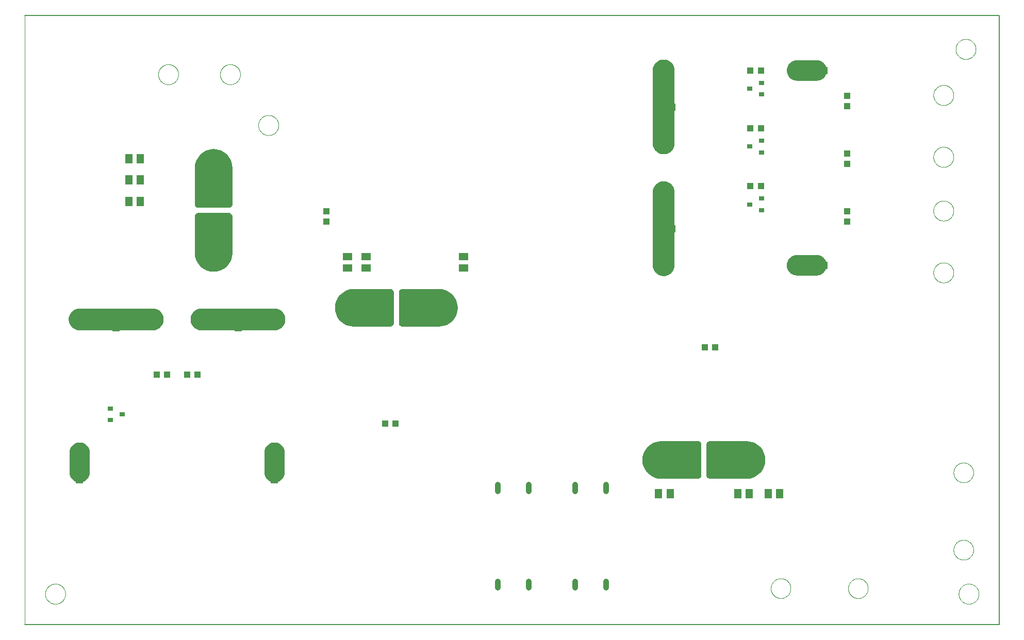
<source format=gbp>
G75*
%MOIN*%
%OFA0B0*%
%FSLAX25Y25*%
%IPPOS*%
%LPD*%
%AMOC8*
5,1,8,0,0,1.08239X$1,22.5*
%
%ADD10C,0.00000*%
%ADD11C,0.00600*%
%ADD12R,0.05118X0.05906*%
%ADD13C,0.03740*%
%ADD14R,0.03543X0.03150*%
%ADD15R,0.03937X0.04331*%
%ADD16R,0.04331X0.03937*%
%ADD17C,0.00500*%
%ADD18R,0.05906X0.05118*%
%ADD19R,0.02500X0.05000*%
%ADD20R,0.05000X0.02500*%
D10*
X0001300Y0001300D02*
X0001300Y0395001D01*
X0087560Y0357009D02*
X0087562Y0357170D01*
X0087568Y0357330D01*
X0087578Y0357491D01*
X0087592Y0357651D01*
X0087610Y0357810D01*
X0087631Y0357970D01*
X0087657Y0358128D01*
X0087687Y0358286D01*
X0087720Y0358443D01*
X0087758Y0358600D01*
X0087799Y0358755D01*
X0087844Y0358909D01*
X0087893Y0359062D01*
X0087946Y0359214D01*
X0088002Y0359364D01*
X0088062Y0359513D01*
X0088126Y0359661D01*
X0088193Y0359807D01*
X0088264Y0359951D01*
X0088339Y0360093D01*
X0088417Y0360234D01*
X0088498Y0360372D01*
X0088583Y0360509D01*
X0088672Y0360643D01*
X0088763Y0360775D01*
X0088858Y0360905D01*
X0088956Y0361032D01*
X0089057Y0361157D01*
X0089161Y0361280D01*
X0089268Y0361399D01*
X0089378Y0361516D01*
X0089491Y0361631D01*
X0089607Y0361742D01*
X0089725Y0361851D01*
X0089846Y0361956D01*
X0089970Y0362059D01*
X0090096Y0362159D01*
X0090225Y0362255D01*
X0090356Y0362348D01*
X0090489Y0362438D01*
X0090624Y0362525D01*
X0090762Y0362608D01*
X0090901Y0362687D01*
X0091043Y0362764D01*
X0091186Y0362837D01*
X0091331Y0362906D01*
X0091478Y0362971D01*
X0091626Y0363033D01*
X0091776Y0363092D01*
X0091927Y0363146D01*
X0092079Y0363197D01*
X0092233Y0363244D01*
X0092388Y0363287D01*
X0092543Y0363326D01*
X0092700Y0363362D01*
X0092858Y0363394D01*
X0093016Y0363421D01*
X0093175Y0363445D01*
X0093334Y0363465D01*
X0093494Y0363481D01*
X0093655Y0363493D01*
X0093815Y0363501D01*
X0093976Y0363505D01*
X0094136Y0363505D01*
X0094297Y0363501D01*
X0094457Y0363493D01*
X0094618Y0363481D01*
X0094778Y0363465D01*
X0094937Y0363445D01*
X0095096Y0363421D01*
X0095254Y0363394D01*
X0095412Y0363362D01*
X0095569Y0363326D01*
X0095724Y0363287D01*
X0095879Y0363244D01*
X0096033Y0363197D01*
X0096185Y0363146D01*
X0096336Y0363092D01*
X0096486Y0363033D01*
X0096634Y0362971D01*
X0096781Y0362906D01*
X0096926Y0362837D01*
X0097069Y0362764D01*
X0097211Y0362687D01*
X0097350Y0362608D01*
X0097488Y0362525D01*
X0097623Y0362438D01*
X0097756Y0362348D01*
X0097887Y0362255D01*
X0098016Y0362159D01*
X0098142Y0362059D01*
X0098266Y0361956D01*
X0098387Y0361851D01*
X0098505Y0361742D01*
X0098621Y0361631D01*
X0098734Y0361516D01*
X0098844Y0361399D01*
X0098951Y0361280D01*
X0099055Y0361157D01*
X0099156Y0361032D01*
X0099254Y0360905D01*
X0099349Y0360775D01*
X0099440Y0360643D01*
X0099529Y0360509D01*
X0099614Y0360372D01*
X0099695Y0360234D01*
X0099773Y0360093D01*
X0099848Y0359951D01*
X0099919Y0359807D01*
X0099986Y0359661D01*
X0100050Y0359513D01*
X0100110Y0359364D01*
X0100166Y0359214D01*
X0100219Y0359062D01*
X0100268Y0358909D01*
X0100313Y0358755D01*
X0100354Y0358600D01*
X0100392Y0358443D01*
X0100425Y0358286D01*
X0100455Y0358128D01*
X0100481Y0357970D01*
X0100502Y0357810D01*
X0100520Y0357651D01*
X0100534Y0357491D01*
X0100544Y0357330D01*
X0100550Y0357170D01*
X0100552Y0357009D01*
X0100550Y0356848D01*
X0100544Y0356688D01*
X0100534Y0356527D01*
X0100520Y0356367D01*
X0100502Y0356208D01*
X0100481Y0356048D01*
X0100455Y0355890D01*
X0100425Y0355732D01*
X0100392Y0355575D01*
X0100354Y0355418D01*
X0100313Y0355263D01*
X0100268Y0355109D01*
X0100219Y0354956D01*
X0100166Y0354804D01*
X0100110Y0354654D01*
X0100050Y0354505D01*
X0099986Y0354357D01*
X0099919Y0354211D01*
X0099848Y0354067D01*
X0099773Y0353925D01*
X0099695Y0353784D01*
X0099614Y0353646D01*
X0099529Y0353509D01*
X0099440Y0353375D01*
X0099349Y0353243D01*
X0099254Y0353113D01*
X0099156Y0352986D01*
X0099055Y0352861D01*
X0098951Y0352738D01*
X0098844Y0352619D01*
X0098734Y0352502D01*
X0098621Y0352387D01*
X0098505Y0352276D01*
X0098387Y0352167D01*
X0098266Y0352062D01*
X0098142Y0351959D01*
X0098016Y0351859D01*
X0097887Y0351763D01*
X0097756Y0351670D01*
X0097623Y0351580D01*
X0097488Y0351493D01*
X0097350Y0351410D01*
X0097211Y0351331D01*
X0097069Y0351254D01*
X0096926Y0351181D01*
X0096781Y0351112D01*
X0096634Y0351047D01*
X0096486Y0350985D01*
X0096336Y0350926D01*
X0096185Y0350872D01*
X0096033Y0350821D01*
X0095879Y0350774D01*
X0095724Y0350731D01*
X0095569Y0350692D01*
X0095412Y0350656D01*
X0095254Y0350624D01*
X0095096Y0350597D01*
X0094937Y0350573D01*
X0094778Y0350553D01*
X0094618Y0350537D01*
X0094457Y0350525D01*
X0094297Y0350517D01*
X0094136Y0350513D01*
X0093976Y0350513D01*
X0093815Y0350517D01*
X0093655Y0350525D01*
X0093494Y0350537D01*
X0093334Y0350553D01*
X0093175Y0350573D01*
X0093016Y0350597D01*
X0092858Y0350624D01*
X0092700Y0350656D01*
X0092543Y0350692D01*
X0092388Y0350731D01*
X0092233Y0350774D01*
X0092079Y0350821D01*
X0091927Y0350872D01*
X0091776Y0350926D01*
X0091626Y0350985D01*
X0091478Y0351047D01*
X0091331Y0351112D01*
X0091186Y0351181D01*
X0091043Y0351254D01*
X0090901Y0351331D01*
X0090762Y0351410D01*
X0090624Y0351493D01*
X0090489Y0351580D01*
X0090356Y0351670D01*
X0090225Y0351763D01*
X0090096Y0351859D01*
X0089970Y0351959D01*
X0089846Y0352062D01*
X0089725Y0352167D01*
X0089607Y0352276D01*
X0089491Y0352387D01*
X0089378Y0352502D01*
X0089268Y0352619D01*
X0089161Y0352738D01*
X0089057Y0352861D01*
X0088956Y0352986D01*
X0088858Y0353113D01*
X0088763Y0353243D01*
X0088672Y0353375D01*
X0088583Y0353509D01*
X0088498Y0353646D01*
X0088417Y0353784D01*
X0088339Y0353925D01*
X0088264Y0354067D01*
X0088193Y0354211D01*
X0088126Y0354357D01*
X0088062Y0354505D01*
X0088002Y0354654D01*
X0087946Y0354804D01*
X0087893Y0354956D01*
X0087844Y0355109D01*
X0087799Y0355263D01*
X0087758Y0355418D01*
X0087720Y0355575D01*
X0087687Y0355732D01*
X0087657Y0355890D01*
X0087631Y0356048D01*
X0087610Y0356208D01*
X0087592Y0356367D01*
X0087578Y0356527D01*
X0087568Y0356688D01*
X0087562Y0356848D01*
X0087560Y0357009D01*
X0127560Y0357009D02*
X0127562Y0357170D01*
X0127568Y0357330D01*
X0127578Y0357491D01*
X0127592Y0357651D01*
X0127610Y0357810D01*
X0127631Y0357970D01*
X0127657Y0358128D01*
X0127687Y0358286D01*
X0127720Y0358443D01*
X0127758Y0358600D01*
X0127799Y0358755D01*
X0127844Y0358909D01*
X0127893Y0359062D01*
X0127946Y0359214D01*
X0128002Y0359364D01*
X0128062Y0359513D01*
X0128126Y0359661D01*
X0128193Y0359807D01*
X0128264Y0359951D01*
X0128339Y0360093D01*
X0128417Y0360234D01*
X0128498Y0360372D01*
X0128583Y0360509D01*
X0128672Y0360643D01*
X0128763Y0360775D01*
X0128858Y0360905D01*
X0128956Y0361032D01*
X0129057Y0361157D01*
X0129161Y0361280D01*
X0129268Y0361399D01*
X0129378Y0361516D01*
X0129491Y0361631D01*
X0129607Y0361742D01*
X0129725Y0361851D01*
X0129846Y0361956D01*
X0129970Y0362059D01*
X0130096Y0362159D01*
X0130225Y0362255D01*
X0130356Y0362348D01*
X0130489Y0362438D01*
X0130624Y0362525D01*
X0130762Y0362608D01*
X0130901Y0362687D01*
X0131043Y0362764D01*
X0131186Y0362837D01*
X0131331Y0362906D01*
X0131478Y0362971D01*
X0131626Y0363033D01*
X0131776Y0363092D01*
X0131927Y0363146D01*
X0132079Y0363197D01*
X0132233Y0363244D01*
X0132388Y0363287D01*
X0132543Y0363326D01*
X0132700Y0363362D01*
X0132858Y0363394D01*
X0133016Y0363421D01*
X0133175Y0363445D01*
X0133334Y0363465D01*
X0133494Y0363481D01*
X0133655Y0363493D01*
X0133815Y0363501D01*
X0133976Y0363505D01*
X0134136Y0363505D01*
X0134297Y0363501D01*
X0134457Y0363493D01*
X0134618Y0363481D01*
X0134778Y0363465D01*
X0134937Y0363445D01*
X0135096Y0363421D01*
X0135254Y0363394D01*
X0135412Y0363362D01*
X0135569Y0363326D01*
X0135724Y0363287D01*
X0135879Y0363244D01*
X0136033Y0363197D01*
X0136185Y0363146D01*
X0136336Y0363092D01*
X0136486Y0363033D01*
X0136634Y0362971D01*
X0136781Y0362906D01*
X0136926Y0362837D01*
X0137069Y0362764D01*
X0137211Y0362687D01*
X0137350Y0362608D01*
X0137488Y0362525D01*
X0137623Y0362438D01*
X0137756Y0362348D01*
X0137887Y0362255D01*
X0138016Y0362159D01*
X0138142Y0362059D01*
X0138266Y0361956D01*
X0138387Y0361851D01*
X0138505Y0361742D01*
X0138621Y0361631D01*
X0138734Y0361516D01*
X0138844Y0361399D01*
X0138951Y0361280D01*
X0139055Y0361157D01*
X0139156Y0361032D01*
X0139254Y0360905D01*
X0139349Y0360775D01*
X0139440Y0360643D01*
X0139529Y0360509D01*
X0139614Y0360372D01*
X0139695Y0360234D01*
X0139773Y0360093D01*
X0139848Y0359951D01*
X0139919Y0359807D01*
X0139986Y0359661D01*
X0140050Y0359513D01*
X0140110Y0359364D01*
X0140166Y0359214D01*
X0140219Y0359062D01*
X0140268Y0358909D01*
X0140313Y0358755D01*
X0140354Y0358600D01*
X0140392Y0358443D01*
X0140425Y0358286D01*
X0140455Y0358128D01*
X0140481Y0357970D01*
X0140502Y0357810D01*
X0140520Y0357651D01*
X0140534Y0357491D01*
X0140544Y0357330D01*
X0140550Y0357170D01*
X0140552Y0357009D01*
X0140550Y0356848D01*
X0140544Y0356688D01*
X0140534Y0356527D01*
X0140520Y0356367D01*
X0140502Y0356208D01*
X0140481Y0356048D01*
X0140455Y0355890D01*
X0140425Y0355732D01*
X0140392Y0355575D01*
X0140354Y0355418D01*
X0140313Y0355263D01*
X0140268Y0355109D01*
X0140219Y0354956D01*
X0140166Y0354804D01*
X0140110Y0354654D01*
X0140050Y0354505D01*
X0139986Y0354357D01*
X0139919Y0354211D01*
X0139848Y0354067D01*
X0139773Y0353925D01*
X0139695Y0353784D01*
X0139614Y0353646D01*
X0139529Y0353509D01*
X0139440Y0353375D01*
X0139349Y0353243D01*
X0139254Y0353113D01*
X0139156Y0352986D01*
X0139055Y0352861D01*
X0138951Y0352738D01*
X0138844Y0352619D01*
X0138734Y0352502D01*
X0138621Y0352387D01*
X0138505Y0352276D01*
X0138387Y0352167D01*
X0138266Y0352062D01*
X0138142Y0351959D01*
X0138016Y0351859D01*
X0137887Y0351763D01*
X0137756Y0351670D01*
X0137623Y0351580D01*
X0137488Y0351493D01*
X0137350Y0351410D01*
X0137211Y0351331D01*
X0137069Y0351254D01*
X0136926Y0351181D01*
X0136781Y0351112D01*
X0136634Y0351047D01*
X0136486Y0350985D01*
X0136336Y0350926D01*
X0136185Y0350872D01*
X0136033Y0350821D01*
X0135879Y0350774D01*
X0135724Y0350731D01*
X0135569Y0350692D01*
X0135412Y0350656D01*
X0135254Y0350624D01*
X0135096Y0350597D01*
X0134937Y0350573D01*
X0134778Y0350553D01*
X0134618Y0350537D01*
X0134457Y0350525D01*
X0134297Y0350517D01*
X0134136Y0350513D01*
X0133976Y0350513D01*
X0133815Y0350517D01*
X0133655Y0350525D01*
X0133494Y0350537D01*
X0133334Y0350553D01*
X0133175Y0350573D01*
X0133016Y0350597D01*
X0132858Y0350624D01*
X0132700Y0350656D01*
X0132543Y0350692D01*
X0132388Y0350731D01*
X0132233Y0350774D01*
X0132079Y0350821D01*
X0131927Y0350872D01*
X0131776Y0350926D01*
X0131626Y0350985D01*
X0131478Y0351047D01*
X0131331Y0351112D01*
X0131186Y0351181D01*
X0131043Y0351254D01*
X0130901Y0351331D01*
X0130762Y0351410D01*
X0130624Y0351493D01*
X0130489Y0351580D01*
X0130356Y0351670D01*
X0130225Y0351763D01*
X0130096Y0351859D01*
X0129970Y0351959D01*
X0129846Y0352062D01*
X0129725Y0352167D01*
X0129607Y0352276D01*
X0129491Y0352387D01*
X0129378Y0352502D01*
X0129268Y0352619D01*
X0129161Y0352738D01*
X0129057Y0352861D01*
X0128956Y0352986D01*
X0128858Y0353113D01*
X0128763Y0353243D01*
X0128672Y0353375D01*
X0128583Y0353509D01*
X0128498Y0353646D01*
X0128417Y0353784D01*
X0128339Y0353925D01*
X0128264Y0354067D01*
X0128193Y0354211D01*
X0128126Y0354357D01*
X0128062Y0354505D01*
X0128002Y0354654D01*
X0127946Y0354804D01*
X0127893Y0354956D01*
X0127844Y0355109D01*
X0127799Y0355263D01*
X0127758Y0355418D01*
X0127720Y0355575D01*
X0127687Y0355732D01*
X0127657Y0355890D01*
X0127631Y0356048D01*
X0127610Y0356208D01*
X0127592Y0356367D01*
X0127578Y0356527D01*
X0127568Y0356688D01*
X0127562Y0356848D01*
X0127560Y0357009D01*
X0152280Y0324135D02*
X0152282Y0324296D01*
X0152288Y0324456D01*
X0152298Y0324617D01*
X0152312Y0324777D01*
X0152330Y0324937D01*
X0152351Y0325096D01*
X0152377Y0325255D01*
X0152407Y0325413D01*
X0152440Y0325570D01*
X0152478Y0325727D01*
X0152519Y0325882D01*
X0152564Y0326036D01*
X0152613Y0326189D01*
X0152666Y0326341D01*
X0152722Y0326492D01*
X0152783Y0326641D01*
X0152846Y0326789D01*
X0152914Y0326935D01*
X0152985Y0327079D01*
X0153059Y0327221D01*
X0153137Y0327362D01*
X0153219Y0327500D01*
X0153304Y0327637D01*
X0153392Y0327771D01*
X0153484Y0327903D01*
X0153579Y0328033D01*
X0153677Y0328161D01*
X0153778Y0328286D01*
X0153882Y0328408D01*
X0153989Y0328528D01*
X0154099Y0328645D01*
X0154212Y0328760D01*
X0154328Y0328871D01*
X0154447Y0328980D01*
X0154568Y0329085D01*
X0154692Y0329188D01*
X0154818Y0329288D01*
X0154946Y0329384D01*
X0155077Y0329477D01*
X0155211Y0329567D01*
X0155346Y0329654D01*
X0155484Y0329737D01*
X0155623Y0329817D01*
X0155765Y0329893D01*
X0155908Y0329966D01*
X0156053Y0330035D01*
X0156200Y0330101D01*
X0156348Y0330163D01*
X0156498Y0330221D01*
X0156649Y0330276D01*
X0156802Y0330327D01*
X0156956Y0330374D01*
X0157111Y0330417D01*
X0157267Y0330456D01*
X0157423Y0330492D01*
X0157581Y0330523D01*
X0157739Y0330551D01*
X0157898Y0330575D01*
X0158058Y0330595D01*
X0158218Y0330611D01*
X0158378Y0330623D01*
X0158539Y0330631D01*
X0158700Y0330635D01*
X0158860Y0330635D01*
X0159021Y0330631D01*
X0159182Y0330623D01*
X0159342Y0330611D01*
X0159502Y0330595D01*
X0159662Y0330575D01*
X0159821Y0330551D01*
X0159979Y0330523D01*
X0160137Y0330492D01*
X0160293Y0330456D01*
X0160449Y0330417D01*
X0160604Y0330374D01*
X0160758Y0330327D01*
X0160911Y0330276D01*
X0161062Y0330221D01*
X0161212Y0330163D01*
X0161360Y0330101D01*
X0161507Y0330035D01*
X0161652Y0329966D01*
X0161795Y0329893D01*
X0161937Y0329817D01*
X0162076Y0329737D01*
X0162214Y0329654D01*
X0162349Y0329567D01*
X0162483Y0329477D01*
X0162614Y0329384D01*
X0162742Y0329288D01*
X0162868Y0329188D01*
X0162992Y0329085D01*
X0163113Y0328980D01*
X0163232Y0328871D01*
X0163348Y0328760D01*
X0163461Y0328645D01*
X0163571Y0328528D01*
X0163678Y0328408D01*
X0163782Y0328286D01*
X0163883Y0328161D01*
X0163981Y0328033D01*
X0164076Y0327903D01*
X0164168Y0327771D01*
X0164256Y0327637D01*
X0164341Y0327500D01*
X0164423Y0327362D01*
X0164501Y0327221D01*
X0164575Y0327079D01*
X0164646Y0326935D01*
X0164714Y0326789D01*
X0164777Y0326641D01*
X0164838Y0326492D01*
X0164894Y0326341D01*
X0164947Y0326189D01*
X0164996Y0326036D01*
X0165041Y0325882D01*
X0165082Y0325727D01*
X0165120Y0325570D01*
X0165153Y0325413D01*
X0165183Y0325255D01*
X0165209Y0325096D01*
X0165230Y0324937D01*
X0165248Y0324777D01*
X0165262Y0324617D01*
X0165272Y0324456D01*
X0165278Y0324296D01*
X0165280Y0324135D01*
X0165278Y0323974D01*
X0165272Y0323814D01*
X0165262Y0323653D01*
X0165248Y0323493D01*
X0165230Y0323333D01*
X0165209Y0323174D01*
X0165183Y0323015D01*
X0165153Y0322857D01*
X0165120Y0322700D01*
X0165082Y0322543D01*
X0165041Y0322388D01*
X0164996Y0322234D01*
X0164947Y0322081D01*
X0164894Y0321929D01*
X0164838Y0321778D01*
X0164777Y0321629D01*
X0164714Y0321481D01*
X0164646Y0321335D01*
X0164575Y0321191D01*
X0164501Y0321049D01*
X0164423Y0320908D01*
X0164341Y0320770D01*
X0164256Y0320633D01*
X0164168Y0320499D01*
X0164076Y0320367D01*
X0163981Y0320237D01*
X0163883Y0320109D01*
X0163782Y0319984D01*
X0163678Y0319862D01*
X0163571Y0319742D01*
X0163461Y0319625D01*
X0163348Y0319510D01*
X0163232Y0319399D01*
X0163113Y0319290D01*
X0162992Y0319185D01*
X0162868Y0319082D01*
X0162742Y0318982D01*
X0162614Y0318886D01*
X0162483Y0318793D01*
X0162349Y0318703D01*
X0162214Y0318616D01*
X0162076Y0318533D01*
X0161937Y0318453D01*
X0161795Y0318377D01*
X0161652Y0318304D01*
X0161507Y0318235D01*
X0161360Y0318169D01*
X0161212Y0318107D01*
X0161062Y0318049D01*
X0160911Y0317994D01*
X0160758Y0317943D01*
X0160604Y0317896D01*
X0160449Y0317853D01*
X0160293Y0317814D01*
X0160137Y0317778D01*
X0159979Y0317747D01*
X0159821Y0317719D01*
X0159662Y0317695D01*
X0159502Y0317675D01*
X0159342Y0317659D01*
X0159182Y0317647D01*
X0159021Y0317639D01*
X0158860Y0317635D01*
X0158700Y0317635D01*
X0158539Y0317639D01*
X0158378Y0317647D01*
X0158218Y0317659D01*
X0158058Y0317675D01*
X0157898Y0317695D01*
X0157739Y0317719D01*
X0157581Y0317747D01*
X0157423Y0317778D01*
X0157267Y0317814D01*
X0157111Y0317853D01*
X0156956Y0317896D01*
X0156802Y0317943D01*
X0156649Y0317994D01*
X0156498Y0318049D01*
X0156348Y0318107D01*
X0156200Y0318169D01*
X0156053Y0318235D01*
X0155908Y0318304D01*
X0155765Y0318377D01*
X0155623Y0318453D01*
X0155484Y0318533D01*
X0155346Y0318616D01*
X0155211Y0318703D01*
X0155077Y0318793D01*
X0154946Y0318886D01*
X0154818Y0318982D01*
X0154692Y0319082D01*
X0154568Y0319185D01*
X0154447Y0319290D01*
X0154328Y0319399D01*
X0154212Y0319510D01*
X0154099Y0319625D01*
X0153989Y0319742D01*
X0153882Y0319862D01*
X0153778Y0319984D01*
X0153677Y0320109D01*
X0153579Y0320237D01*
X0153484Y0320367D01*
X0153392Y0320499D01*
X0153304Y0320633D01*
X0153219Y0320770D01*
X0153137Y0320908D01*
X0153059Y0321049D01*
X0152985Y0321191D01*
X0152914Y0321335D01*
X0152846Y0321481D01*
X0152783Y0321629D01*
X0152722Y0321778D01*
X0152666Y0321929D01*
X0152613Y0322081D01*
X0152564Y0322234D01*
X0152519Y0322388D01*
X0152478Y0322543D01*
X0152440Y0322700D01*
X0152407Y0322857D01*
X0152377Y0323015D01*
X0152351Y0323174D01*
X0152330Y0323333D01*
X0152312Y0323493D01*
X0152298Y0323653D01*
X0152288Y0323814D01*
X0152282Y0323974D01*
X0152280Y0324135D01*
X0588702Y0343583D02*
X0588704Y0343744D01*
X0588710Y0343904D01*
X0588720Y0344065D01*
X0588734Y0344225D01*
X0588752Y0344384D01*
X0588773Y0344544D01*
X0588799Y0344702D01*
X0588829Y0344860D01*
X0588862Y0345017D01*
X0588900Y0345174D01*
X0588941Y0345329D01*
X0588986Y0345483D01*
X0589035Y0345636D01*
X0589088Y0345788D01*
X0589144Y0345938D01*
X0589204Y0346087D01*
X0589268Y0346235D01*
X0589335Y0346381D01*
X0589406Y0346525D01*
X0589481Y0346667D01*
X0589559Y0346808D01*
X0589640Y0346946D01*
X0589725Y0347083D01*
X0589814Y0347217D01*
X0589905Y0347349D01*
X0590000Y0347479D01*
X0590098Y0347606D01*
X0590199Y0347731D01*
X0590303Y0347854D01*
X0590410Y0347973D01*
X0590520Y0348090D01*
X0590633Y0348205D01*
X0590749Y0348316D01*
X0590867Y0348425D01*
X0590988Y0348530D01*
X0591112Y0348633D01*
X0591238Y0348733D01*
X0591367Y0348829D01*
X0591498Y0348922D01*
X0591631Y0349012D01*
X0591766Y0349099D01*
X0591904Y0349182D01*
X0592043Y0349261D01*
X0592185Y0349338D01*
X0592328Y0349411D01*
X0592473Y0349480D01*
X0592620Y0349545D01*
X0592768Y0349607D01*
X0592918Y0349666D01*
X0593069Y0349720D01*
X0593221Y0349771D01*
X0593375Y0349818D01*
X0593530Y0349861D01*
X0593685Y0349900D01*
X0593842Y0349936D01*
X0594000Y0349968D01*
X0594158Y0349995D01*
X0594317Y0350019D01*
X0594476Y0350039D01*
X0594636Y0350055D01*
X0594797Y0350067D01*
X0594957Y0350075D01*
X0595118Y0350079D01*
X0595278Y0350079D01*
X0595439Y0350075D01*
X0595599Y0350067D01*
X0595760Y0350055D01*
X0595920Y0350039D01*
X0596079Y0350019D01*
X0596238Y0349995D01*
X0596396Y0349968D01*
X0596554Y0349936D01*
X0596711Y0349900D01*
X0596866Y0349861D01*
X0597021Y0349818D01*
X0597175Y0349771D01*
X0597327Y0349720D01*
X0597478Y0349666D01*
X0597628Y0349607D01*
X0597776Y0349545D01*
X0597923Y0349480D01*
X0598068Y0349411D01*
X0598211Y0349338D01*
X0598353Y0349261D01*
X0598492Y0349182D01*
X0598630Y0349099D01*
X0598765Y0349012D01*
X0598898Y0348922D01*
X0599029Y0348829D01*
X0599158Y0348733D01*
X0599284Y0348633D01*
X0599408Y0348530D01*
X0599529Y0348425D01*
X0599647Y0348316D01*
X0599763Y0348205D01*
X0599876Y0348090D01*
X0599986Y0347973D01*
X0600093Y0347854D01*
X0600197Y0347731D01*
X0600298Y0347606D01*
X0600396Y0347479D01*
X0600491Y0347349D01*
X0600582Y0347217D01*
X0600671Y0347083D01*
X0600756Y0346946D01*
X0600837Y0346808D01*
X0600915Y0346667D01*
X0600990Y0346525D01*
X0601061Y0346381D01*
X0601128Y0346235D01*
X0601192Y0346087D01*
X0601252Y0345938D01*
X0601308Y0345788D01*
X0601361Y0345636D01*
X0601410Y0345483D01*
X0601455Y0345329D01*
X0601496Y0345174D01*
X0601534Y0345017D01*
X0601567Y0344860D01*
X0601597Y0344702D01*
X0601623Y0344544D01*
X0601644Y0344384D01*
X0601662Y0344225D01*
X0601676Y0344065D01*
X0601686Y0343904D01*
X0601692Y0343744D01*
X0601694Y0343583D01*
X0601692Y0343422D01*
X0601686Y0343262D01*
X0601676Y0343101D01*
X0601662Y0342941D01*
X0601644Y0342782D01*
X0601623Y0342622D01*
X0601597Y0342464D01*
X0601567Y0342306D01*
X0601534Y0342149D01*
X0601496Y0341992D01*
X0601455Y0341837D01*
X0601410Y0341683D01*
X0601361Y0341530D01*
X0601308Y0341378D01*
X0601252Y0341228D01*
X0601192Y0341079D01*
X0601128Y0340931D01*
X0601061Y0340785D01*
X0600990Y0340641D01*
X0600915Y0340499D01*
X0600837Y0340358D01*
X0600756Y0340220D01*
X0600671Y0340083D01*
X0600582Y0339949D01*
X0600491Y0339817D01*
X0600396Y0339687D01*
X0600298Y0339560D01*
X0600197Y0339435D01*
X0600093Y0339312D01*
X0599986Y0339193D01*
X0599876Y0339076D01*
X0599763Y0338961D01*
X0599647Y0338850D01*
X0599529Y0338741D01*
X0599408Y0338636D01*
X0599284Y0338533D01*
X0599158Y0338433D01*
X0599029Y0338337D01*
X0598898Y0338244D01*
X0598765Y0338154D01*
X0598630Y0338067D01*
X0598492Y0337984D01*
X0598353Y0337905D01*
X0598211Y0337828D01*
X0598068Y0337755D01*
X0597923Y0337686D01*
X0597776Y0337621D01*
X0597628Y0337559D01*
X0597478Y0337500D01*
X0597327Y0337446D01*
X0597175Y0337395D01*
X0597021Y0337348D01*
X0596866Y0337305D01*
X0596711Y0337266D01*
X0596554Y0337230D01*
X0596396Y0337198D01*
X0596238Y0337171D01*
X0596079Y0337147D01*
X0595920Y0337127D01*
X0595760Y0337111D01*
X0595599Y0337099D01*
X0595439Y0337091D01*
X0595278Y0337087D01*
X0595118Y0337087D01*
X0594957Y0337091D01*
X0594797Y0337099D01*
X0594636Y0337111D01*
X0594476Y0337127D01*
X0594317Y0337147D01*
X0594158Y0337171D01*
X0594000Y0337198D01*
X0593842Y0337230D01*
X0593685Y0337266D01*
X0593530Y0337305D01*
X0593375Y0337348D01*
X0593221Y0337395D01*
X0593069Y0337446D01*
X0592918Y0337500D01*
X0592768Y0337559D01*
X0592620Y0337621D01*
X0592473Y0337686D01*
X0592328Y0337755D01*
X0592185Y0337828D01*
X0592043Y0337905D01*
X0591904Y0337984D01*
X0591766Y0338067D01*
X0591631Y0338154D01*
X0591498Y0338244D01*
X0591367Y0338337D01*
X0591238Y0338433D01*
X0591112Y0338533D01*
X0590988Y0338636D01*
X0590867Y0338741D01*
X0590749Y0338850D01*
X0590633Y0338961D01*
X0590520Y0339076D01*
X0590410Y0339193D01*
X0590303Y0339312D01*
X0590199Y0339435D01*
X0590098Y0339560D01*
X0590000Y0339687D01*
X0589905Y0339817D01*
X0589814Y0339949D01*
X0589725Y0340083D01*
X0589640Y0340220D01*
X0589559Y0340358D01*
X0589481Y0340499D01*
X0589406Y0340641D01*
X0589335Y0340785D01*
X0589268Y0340931D01*
X0589204Y0341079D01*
X0589144Y0341228D01*
X0589088Y0341378D01*
X0589035Y0341530D01*
X0588986Y0341683D01*
X0588941Y0341837D01*
X0588900Y0341992D01*
X0588862Y0342149D01*
X0588829Y0342306D01*
X0588799Y0342464D01*
X0588773Y0342622D01*
X0588752Y0342782D01*
X0588734Y0342941D01*
X0588720Y0343101D01*
X0588710Y0343262D01*
X0588704Y0343422D01*
X0588702Y0343583D01*
X0603068Y0373347D02*
X0603070Y0373508D01*
X0603076Y0373668D01*
X0603086Y0373829D01*
X0603100Y0373989D01*
X0603118Y0374149D01*
X0603139Y0374308D01*
X0603165Y0374467D01*
X0603195Y0374625D01*
X0603228Y0374782D01*
X0603266Y0374939D01*
X0603307Y0375094D01*
X0603352Y0375248D01*
X0603401Y0375401D01*
X0603454Y0375553D01*
X0603510Y0375704D01*
X0603571Y0375853D01*
X0603634Y0376001D01*
X0603702Y0376147D01*
X0603773Y0376291D01*
X0603847Y0376433D01*
X0603925Y0376574D01*
X0604007Y0376712D01*
X0604092Y0376849D01*
X0604180Y0376983D01*
X0604272Y0377115D01*
X0604367Y0377245D01*
X0604465Y0377373D01*
X0604566Y0377498D01*
X0604670Y0377620D01*
X0604777Y0377740D01*
X0604887Y0377857D01*
X0605000Y0377972D01*
X0605116Y0378083D01*
X0605235Y0378192D01*
X0605356Y0378297D01*
X0605480Y0378400D01*
X0605606Y0378500D01*
X0605734Y0378596D01*
X0605865Y0378689D01*
X0605999Y0378779D01*
X0606134Y0378866D01*
X0606272Y0378949D01*
X0606411Y0379029D01*
X0606553Y0379105D01*
X0606696Y0379178D01*
X0606841Y0379247D01*
X0606988Y0379313D01*
X0607136Y0379375D01*
X0607286Y0379433D01*
X0607437Y0379488D01*
X0607590Y0379539D01*
X0607744Y0379586D01*
X0607899Y0379629D01*
X0608055Y0379668D01*
X0608211Y0379704D01*
X0608369Y0379735D01*
X0608527Y0379763D01*
X0608686Y0379787D01*
X0608846Y0379807D01*
X0609006Y0379823D01*
X0609166Y0379835D01*
X0609327Y0379843D01*
X0609488Y0379847D01*
X0609648Y0379847D01*
X0609809Y0379843D01*
X0609970Y0379835D01*
X0610130Y0379823D01*
X0610290Y0379807D01*
X0610450Y0379787D01*
X0610609Y0379763D01*
X0610767Y0379735D01*
X0610925Y0379704D01*
X0611081Y0379668D01*
X0611237Y0379629D01*
X0611392Y0379586D01*
X0611546Y0379539D01*
X0611699Y0379488D01*
X0611850Y0379433D01*
X0612000Y0379375D01*
X0612148Y0379313D01*
X0612295Y0379247D01*
X0612440Y0379178D01*
X0612583Y0379105D01*
X0612725Y0379029D01*
X0612864Y0378949D01*
X0613002Y0378866D01*
X0613137Y0378779D01*
X0613271Y0378689D01*
X0613402Y0378596D01*
X0613530Y0378500D01*
X0613656Y0378400D01*
X0613780Y0378297D01*
X0613901Y0378192D01*
X0614020Y0378083D01*
X0614136Y0377972D01*
X0614249Y0377857D01*
X0614359Y0377740D01*
X0614466Y0377620D01*
X0614570Y0377498D01*
X0614671Y0377373D01*
X0614769Y0377245D01*
X0614864Y0377115D01*
X0614956Y0376983D01*
X0615044Y0376849D01*
X0615129Y0376712D01*
X0615211Y0376574D01*
X0615289Y0376433D01*
X0615363Y0376291D01*
X0615434Y0376147D01*
X0615502Y0376001D01*
X0615565Y0375853D01*
X0615626Y0375704D01*
X0615682Y0375553D01*
X0615735Y0375401D01*
X0615784Y0375248D01*
X0615829Y0375094D01*
X0615870Y0374939D01*
X0615908Y0374782D01*
X0615941Y0374625D01*
X0615971Y0374467D01*
X0615997Y0374308D01*
X0616018Y0374149D01*
X0616036Y0373989D01*
X0616050Y0373829D01*
X0616060Y0373668D01*
X0616066Y0373508D01*
X0616068Y0373347D01*
X0616066Y0373186D01*
X0616060Y0373026D01*
X0616050Y0372865D01*
X0616036Y0372705D01*
X0616018Y0372545D01*
X0615997Y0372386D01*
X0615971Y0372227D01*
X0615941Y0372069D01*
X0615908Y0371912D01*
X0615870Y0371755D01*
X0615829Y0371600D01*
X0615784Y0371446D01*
X0615735Y0371293D01*
X0615682Y0371141D01*
X0615626Y0370990D01*
X0615565Y0370841D01*
X0615502Y0370693D01*
X0615434Y0370547D01*
X0615363Y0370403D01*
X0615289Y0370261D01*
X0615211Y0370120D01*
X0615129Y0369982D01*
X0615044Y0369845D01*
X0614956Y0369711D01*
X0614864Y0369579D01*
X0614769Y0369449D01*
X0614671Y0369321D01*
X0614570Y0369196D01*
X0614466Y0369074D01*
X0614359Y0368954D01*
X0614249Y0368837D01*
X0614136Y0368722D01*
X0614020Y0368611D01*
X0613901Y0368502D01*
X0613780Y0368397D01*
X0613656Y0368294D01*
X0613530Y0368194D01*
X0613402Y0368098D01*
X0613271Y0368005D01*
X0613137Y0367915D01*
X0613002Y0367828D01*
X0612864Y0367745D01*
X0612725Y0367665D01*
X0612583Y0367589D01*
X0612440Y0367516D01*
X0612295Y0367447D01*
X0612148Y0367381D01*
X0612000Y0367319D01*
X0611850Y0367261D01*
X0611699Y0367206D01*
X0611546Y0367155D01*
X0611392Y0367108D01*
X0611237Y0367065D01*
X0611081Y0367026D01*
X0610925Y0366990D01*
X0610767Y0366959D01*
X0610609Y0366931D01*
X0610450Y0366907D01*
X0610290Y0366887D01*
X0610130Y0366871D01*
X0609970Y0366859D01*
X0609809Y0366851D01*
X0609648Y0366847D01*
X0609488Y0366847D01*
X0609327Y0366851D01*
X0609166Y0366859D01*
X0609006Y0366871D01*
X0608846Y0366887D01*
X0608686Y0366907D01*
X0608527Y0366931D01*
X0608369Y0366959D01*
X0608211Y0366990D01*
X0608055Y0367026D01*
X0607899Y0367065D01*
X0607744Y0367108D01*
X0607590Y0367155D01*
X0607437Y0367206D01*
X0607286Y0367261D01*
X0607136Y0367319D01*
X0606988Y0367381D01*
X0606841Y0367447D01*
X0606696Y0367516D01*
X0606553Y0367589D01*
X0606411Y0367665D01*
X0606272Y0367745D01*
X0606134Y0367828D01*
X0605999Y0367915D01*
X0605865Y0368005D01*
X0605734Y0368098D01*
X0605606Y0368194D01*
X0605480Y0368294D01*
X0605356Y0368397D01*
X0605235Y0368502D01*
X0605116Y0368611D01*
X0605000Y0368722D01*
X0604887Y0368837D01*
X0604777Y0368954D01*
X0604670Y0369074D01*
X0604566Y0369196D01*
X0604465Y0369321D01*
X0604367Y0369449D01*
X0604272Y0369579D01*
X0604180Y0369711D01*
X0604092Y0369845D01*
X0604007Y0369982D01*
X0603925Y0370120D01*
X0603847Y0370261D01*
X0603773Y0370403D01*
X0603702Y0370547D01*
X0603634Y0370693D01*
X0603571Y0370841D01*
X0603510Y0370990D01*
X0603454Y0371141D01*
X0603401Y0371293D01*
X0603352Y0371446D01*
X0603307Y0371600D01*
X0603266Y0371755D01*
X0603228Y0371912D01*
X0603195Y0372069D01*
X0603165Y0372227D01*
X0603139Y0372386D01*
X0603118Y0372545D01*
X0603100Y0372705D01*
X0603086Y0372865D01*
X0603076Y0373026D01*
X0603070Y0373186D01*
X0603068Y0373347D01*
X0588702Y0303583D02*
X0588704Y0303744D01*
X0588710Y0303904D01*
X0588720Y0304065D01*
X0588734Y0304225D01*
X0588752Y0304384D01*
X0588773Y0304544D01*
X0588799Y0304702D01*
X0588829Y0304860D01*
X0588862Y0305017D01*
X0588900Y0305174D01*
X0588941Y0305329D01*
X0588986Y0305483D01*
X0589035Y0305636D01*
X0589088Y0305788D01*
X0589144Y0305938D01*
X0589204Y0306087D01*
X0589268Y0306235D01*
X0589335Y0306381D01*
X0589406Y0306525D01*
X0589481Y0306667D01*
X0589559Y0306808D01*
X0589640Y0306946D01*
X0589725Y0307083D01*
X0589814Y0307217D01*
X0589905Y0307349D01*
X0590000Y0307479D01*
X0590098Y0307606D01*
X0590199Y0307731D01*
X0590303Y0307854D01*
X0590410Y0307973D01*
X0590520Y0308090D01*
X0590633Y0308205D01*
X0590749Y0308316D01*
X0590867Y0308425D01*
X0590988Y0308530D01*
X0591112Y0308633D01*
X0591238Y0308733D01*
X0591367Y0308829D01*
X0591498Y0308922D01*
X0591631Y0309012D01*
X0591766Y0309099D01*
X0591904Y0309182D01*
X0592043Y0309261D01*
X0592185Y0309338D01*
X0592328Y0309411D01*
X0592473Y0309480D01*
X0592620Y0309545D01*
X0592768Y0309607D01*
X0592918Y0309666D01*
X0593069Y0309720D01*
X0593221Y0309771D01*
X0593375Y0309818D01*
X0593530Y0309861D01*
X0593685Y0309900D01*
X0593842Y0309936D01*
X0594000Y0309968D01*
X0594158Y0309995D01*
X0594317Y0310019D01*
X0594476Y0310039D01*
X0594636Y0310055D01*
X0594797Y0310067D01*
X0594957Y0310075D01*
X0595118Y0310079D01*
X0595278Y0310079D01*
X0595439Y0310075D01*
X0595599Y0310067D01*
X0595760Y0310055D01*
X0595920Y0310039D01*
X0596079Y0310019D01*
X0596238Y0309995D01*
X0596396Y0309968D01*
X0596554Y0309936D01*
X0596711Y0309900D01*
X0596866Y0309861D01*
X0597021Y0309818D01*
X0597175Y0309771D01*
X0597327Y0309720D01*
X0597478Y0309666D01*
X0597628Y0309607D01*
X0597776Y0309545D01*
X0597923Y0309480D01*
X0598068Y0309411D01*
X0598211Y0309338D01*
X0598353Y0309261D01*
X0598492Y0309182D01*
X0598630Y0309099D01*
X0598765Y0309012D01*
X0598898Y0308922D01*
X0599029Y0308829D01*
X0599158Y0308733D01*
X0599284Y0308633D01*
X0599408Y0308530D01*
X0599529Y0308425D01*
X0599647Y0308316D01*
X0599763Y0308205D01*
X0599876Y0308090D01*
X0599986Y0307973D01*
X0600093Y0307854D01*
X0600197Y0307731D01*
X0600298Y0307606D01*
X0600396Y0307479D01*
X0600491Y0307349D01*
X0600582Y0307217D01*
X0600671Y0307083D01*
X0600756Y0306946D01*
X0600837Y0306808D01*
X0600915Y0306667D01*
X0600990Y0306525D01*
X0601061Y0306381D01*
X0601128Y0306235D01*
X0601192Y0306087D01*
X0601252Y0305938D01*
X0601308Y0305788D01*
X0601361Y0305636D01*
X0601410Y0305483D01*
X0601455Y0305329D01*
X0601496Y0305174D01*
X0601534Y0305017D01*
X0601567Y0304860D01*
X0601597Y0304702D01*
X0601623Y0304544D01*
X0601644Y0304384D01*
X0601662Y0304225D01*
X0601676Y0304065D01*
X0601686Y0303904D01*
X0601692Y0303744D01*
X0601694Y0303583D01*
X0601692Y0303422D01*
X0601686Y0303262D01*
X0601676Y0303101D01*
X0601662Y0302941D01*
X0601644Y0302782D01*
X0601623Y0302622D01*
X0601597Y0302464D01*
X0601567Y0302306D01*
X0601534Y0302149D01*
X0601496Y0301992D01*
X0601455Y0301837D01*
X0601410Y0301683D01*
X0601361Y0301530D01*
X0601308Y0301378D01*
X0601252Y0301228D01*
X0601192Y0301079D01*
X0601128Y0300931D01*
X0601061Y0300785D01*
X0600990Y0300641D01*
X0600915Y0300499D01*
X0600837Y0300358D01*
X0600756Y0300220D01*
X0600671Y0300083D01*
X0600582Y0299949D01*
X0600491Y0299817D01*
X0600396Y0299687D01*
X0600298Y0299560D01*
X0600197Y0299435D01*
X0600093Y0299312D01*
X0599986Y0299193D01*
X0599876Y0299076D01*
X0599763Y0298961D01*
X0599647Y0298850D01*
X0599529Y0298741D01*
X0599408Y0298636D01*
X0599284Y0298533D01*
X0599158Y0298433D01*
X0599029Y0298337D01*
X0598898Y0298244D01*
X0598765Y0298154D01*
X0598630Y0298067D01*
X0598492Y0297984D01*
X0598353Y0297905D01*
X0598211Y0297828D01*
X0598068Y0297755D01*
X0597923Y0297686D01*
X0597776Y0297621D01*
X0597628Y0297559D01*
X0597478Y0297500D01*
X0597327Y0297446D01*
X0597175Y0297395D01*
X0597021Y0297348D01*
X0596866Y0297305D01*
X0596711Y0297266D01*
X0596554Y0297230D01*
X0596396Y0297198D01*
X0596238Y0297171D01*
X0596079Y0297147D01*
X0595920Y0297127D01*
X0595760Y0297111D01*
X0595599Y0297099D01*
X0595439Y0297091D01*
X0595278Y0297087D01*
X0595118Y0297087D01*
X0594957Y0297091D01*
X0594797Y0297099D01*
X0594636Y0297111D01*
X0594476Y0297127D01*
X0594317Y0297147D01*
X0594158Y0297171D01*
X0594000Y0297198D01*
X0593842Y0297230D01*
X0593685Y0297266D01*
X0593530Y0297305D01*
X0593375Y0297348D01*
X0593221Y0297395D01*
X0593069Y0297446D01*
X0592918Y0297500D01*
X0592768Y0297559D01*
X0592620Y0297621D01*
X0592473Y0297686D01*
X0592328Y0297755D01*
X0592185Y0297828D01*
X0592043Y0297905D01*
X0591904Y0297984D01*
X0591766Y0298067D01*
X0591631Y0298154D01*
X0591498Y0298244D01*
X0591367Y0298337D01*
X0591238Y0298433D01*
X0591112Y0298533D01*
X0590988Y0298636D01*
X0590867Y0298741D01*
X0590749Y0298850D01*
X0590633Y0298961D01*
X0590520Y0299076D01*
X0590410Y0299193D01*
X0590303Y0299312D01*
X0590199Y0299435D01*
X0590098Y0299560D01*
X0590000Y0299687D01*
X0589905Y0299817D01*
X0589814Y0299949D01*
X0589725Y0300083D01*
X0589640Y0300220D01*
X0589559Y0300358D01*
X0589481Y0300499D01*
X0589406Y0300641D01*
X0589335Y0300785D01*
X0589268Y0300931D01*
X0589204Y0301079D01*
X0589144Y0301228D01*
X0589088Y0301378D01*
X0589035Y0301530D01*
X0588986Y0301683D01*
X0588941Y0301837D01*
X0588900Y0301992D01*
X0588862Y0302149D01*
X0588829Y0302306D01*
X0588799Y0302464D01*
X0588773Y0302622D01*
X0588752Y0302782D01*
X0588734Y0302941D01*
X0588720Y0303101D01*
X0588710Y0303262D01*
X0588704Y0303422D01*
X0588702Y0303583D01*
X0588702Y0268780D02*
X0588704Y0268941D01*
X0588710Y0269101D01*
X0588720Y0269262D01*
X0588734Y0269422D01*
X0588752Y0269581D01*
X0588773Y0269741D01*
X0588799Y0269899D01*
X0588829Y0270057D01*
X0588862Y0270214D01*
X0588900Y0270371D01*
X0588941Y0270526D01*
X0588986Y0270680D01*
X0589035Y0270833D01*
X0589088Y0270985D01*
X0589144Y0271135D01*
X0589204Y0271284D01*
X0589268Y0271432D01*
X0589335Y0271578D01*
X0589406Y0271722D01*
X0589481Y0271864D01*
X0589559Y0272005D01*
X0589640Y0272143D01*
X0589725Y0272280D01*
X0589814Y0272414D01*
X0589905Y0272546D01*
X0590000Y0272676D01*
X0590098Y0272803D01*
X0590199Y0272928D01*
X0590303Y0273051D01*
X0590410Y0273170D01*
X0590520Y0273287D01*
X0590633Y0273402D01*
X0590749Y0273513D01*
X0590867Y0273622D01*
X0590988Y0273727D01*
X0591112Y0273830D01*
X0591238Y0273930D01*
X0591367Y0274026D01*
X0591498Y0274119D01*
X0591631Y0274209D01*
X0591766Y0274296D01*
X0591904Y0274379D01*
X0592043Y0274458D01*
X0592185Y0274535D01*
X0592328Y0274608D01*
X0592473Y0274677D01*
X0592620Y0274742D01*
X0592768Y0274804D01*
X0592918Y0274863D01*
X0593069Y0274917D01*
X0593221Y0274968D01*
X0593375Y0275015D01*
X0593530Y0275058D01*
X0593685Y0275097D01*
X0593842Y0275133D01*
X0594000Y0275165D01*
X0594158Y0275192D01*
X0594317Y0275216D01*
X0594476Y0275236D01*
X0594636Y0275252D01*
X0594797Y0275264D01*
X0594957Y0275272D01*
X0595118Y0275276D01*
X0595278Y0275276D01*
X0595439Y0275272D01*
X0595599Y0275264D01*
X0595760Y0275252D01*
X0595920Y0275236D01*
X0596079Y0275216D01*
X0596238Y0275192D01*
X0596396Y0275165D01*
X0596554Y0275133D01*
X0596711Y0275097D01*
X0596866Y0275058D01*
X0597021Y0275015D01*
X0597175Y0274968D01*
X0597327Y0274917D01*
X0597478Y0274863D01*
X0597628Y0274804D01*
X0597776Y0274742D01*
X0597923Y0274677D01*
X0598068Y0274608D01*
X0598211Y0274535D01*
X0598353Y0274458D01*
X0598492Y0274379D01*
X0598630Y0274296D01*
X0598765Y0274209D01*
X0598898Y0274119D01*
X0599029Y0274026D01*
X0599158Y0273930D01*
X0599284Y0273830D01*
X0599408Y0273727D01*
X0599529Y0273622D01*
X0599647Y0273513D01*
X0599763Y0273402D01*
X0599876Y0273287D01*
X0599986Y0273170D01*
X0600093Y0273051D01*
X0600197Y0272928D01*
X0600298Y0272803D01*
X0600396Y0272676D01*
X0600491Y0272546D01*
X0600582Y0272414D01*
X0600671Y0272280D01*
X0600756Y0272143D01*
X0600837Y0272005D01*
X0600915Y0271864D01*
X0600990Y0271722D01*
X0601061Y0271578D01*
X0601128Y0271432D01*
X0601192Y0271284D01*
X0601252Y0271135D01*
X0601308Y0270985D01*
X0601361Y0270833D01*
X0601410Y0270680D01*
X0601455Y0270526D01*
X0601496Y0270371D01*
X0601534Y0270214D01*
X0601567Y0270057D01*
X0601597Y0269899D01*
X0601623Y0269741D01*
X0601644Y0269581D01*
X0601662Y0269422D01*
X0601676Y0269262D01*
X0601686Y0269101D01*
X0601692Y0268941D01*
X0601694Y0268780D01*
X0601692Y0268619D01*
X0601686Y0268459D01*
X0601676Y0268298D01*
X0601662Y0268138D01*
X0601644Y0267979D01*
X0601623Y0267819D01*
X0601597Y0267661D01*
X0601567Y0267503D01*
X0601534Y0267346D01*
X0601496Y0267189D01*
X0601455Y0267034D01*
X0601410Y0266880D01*
X0601361Y0266727D01*
X0601308Y0266575D01*
X0601252Y0266425D01*
X0601192Y0266276D01*
X0601128Y0266128D01*
X0601061Y0265982D01*
X0600990Y0265838D01*
X0600915Y0265696D01*
X0600837Y0265555D01*
X0600756Y0265417D01*
X0600671Y0265280D01*
X0600582Y0265146D01*
X0600491Y0265014D01*
X0600396Y0264884D01*
X0600298Y0264757D01*
X0600197Y0264632D01*
X0600093Y0264509D01*
X0599986Y0264390D01*
X0599876Y0264273D01*
X0599763Y0264158D01*
X0599647Y0264047D01*
X0599529Y0263938D01*
X0599408Y0263833D01*
X0599284Y0263730D01*
X0599158Y0263630D01*
X0599029Y0263534D01*
X0598898Y0263441D01*
X0598765Y0263351D01*
X0598630Y0263264D01*
X0598492Y0263181D01*
X0598353Y0263102D01*
X0598211Y0263025D01*
X0598068Y0262952D01*
X0597923Y0262883D01*
X0597776Y0262818D01*
X0597628Y0262756D01*
X0597478Y0262697D01*
X0597327Y0262643D01*
X0597175Y0262592D01*
X0597021Y0262545D01*
X0596866Y0262502D01*
X0596711Y0262463D01*
X0596554Y0262427D01*
X0596396Y0262395D01*
X0596238Y0262368D01*
X0596079Y0262344D01*
X0595920Y0262324D01*
X0595760Y0262308D01*
X0595599Y0262296D01*
X0595439Y0262288D01*
X0595278Y0262284D01*
X0595118Y0262284D01*
X0594957Y0262288D01*
X0594797Y0262296D01*
X0594636Y0262308D01*
X0594476Y0262324D01*
X0594317Y0262344D01*
X0594158Y0262368D01*
X0594000Y0262395D01*
X0593842Y0262427D01*
X0593685Y0262463D01*
X0593530Y0262502D01*
X0593375Y0262545D01*
X0593221Y0262592D01*
X0593069Y0262643D01*
X0592918Y0262697D01*
X0592768Y0262756D01*
X0592620Y0262818D01*
X0592473Y0262883D01*
X0592328Y0262952D01*
X0592185Y0263025D01*
X0592043Y0263102D01*
X0591904Y0263181D01*
X0591766Y0263264D01*
X0591631Y0263351D01*
X0591498Y0263441D01*
X0591367Y0263534D01*
X0591238Y0263630D01*
X0591112Y0263730D01*
X0590988Y0263833D01*
X0590867Y0263938D01*
X0590749Y0264047D01*
X0590633Y0264158D01*
X0590520Y0264273D01*
X0590410Y0264390D01*
X0590303Y0264509D01*
X0590199Y0264632D01*
X0590098Y0264757D01*
X0590000Y0264884D01*
X0589905Y0265014D01*
X0589814Y0265146D01*
X0589725Y0265280D01*
X0589640Y0265417D01*
X0589559Y0265555D01*
X0589481Y0265696D01*
X0589406Y0265838D01*
X0589335Y0265982D01*
X0589268Y0266128D01*
X0589204Y0266276D01*
X0589144Y0266425D01*
X0589088Y0266575D01*
X0589035Y0266727D01*
X0588986Y0266880D01*
X0588941Y0267034D01*
X0588900Y0267189D01*
X0588862Y0267346D01*
X0588829Y0267503D01*
X0588799Y0267661D01*
X0588773Y0267819D01*
X0588752Y0267979D01*
X0588734Y0268138D01*
X0588720Y0268298D01*
X0588710Y0268459D01*
X0588704Y0268619D01*
X0588702Y0268780D01*
X0588702Y0228780D02*
X0588704Y0228941D01*
X0588710Y0229101D01*
X0588720Y0229262D01*
X0588734Y0229422D01*
X0588752Y0229581D01*
X0588773Y0229741D01*
X0588799Y0229899D01*
X0588829Y0230057D01*
X0588862Y0230214D01*
X0588900Y0230371D01*
X0588941Y0230526D01*
X0588986Y0230680D01*
X0589035Y0230833D01*
X0589088Y0230985D01*
X0589144Y0231135D01*
X0589204Y0231284D01*
X0589268Y0231432D01*
X0589335Y0231578D01*
X0589406Y0231722D01*
X0589481Y0231864D01*
X0589559Y0232005D01*
X0589640Y0232143D01*
X0589725Y0232280D01*
X0589814Y0232414D01*
X0589905Y0232546D01*
X0590000Y0232676D01*
X0590098Y0232803D01*
X0590199Y0232928D01*
X0590303Y0233051D01*
X0590410Y0233170D01*
X0590520Y0233287D01*
X0590633Y0233402D01*
X0590749Y0233513D01*
X0590867Y0233622D01*
X0590988Y0233727D01*
X0591112Y0233830D01*
X0591238Y0233930D01*
X0591367Y0234026D01*
X0591498Y0234119D01*
X0591631Y0234209D01*
X0591766Y0234296D01*
X0591904Y0234379D01*
X0592043Y0234458D01*
X0592185Y0234535D01*
X0592328Y0234608D01*
X0592473Y0234677D01*
X0592620Y0234742D01*
X0592768Y0234804D01*
X0592918Y0234863D01*
X0593069Y0234917D01*
X0593221Y0234968D01*
X0593375Y0235015D01*
X0593530Y0235058D01*
X0593685Y0235097D01*
X0593842Y0235133D01*
X0594000Y0235165D01*
X0594158Y0235192D01*
X0594317Y0235216D01*
X0594476Y0235236D01*
X0594636Y0235252D01*
X0594797Y0235264D01*
X0594957Y0235272D01*
X0595118Y0235276D01*
X0595278Y0235276D01*
X0595439Y0235272D01*
X0595599Y0235264D01*
X0595760Y0235252D01*
X0595920Y0235236D01*
X0596079Y0235216D01*
X0596238Y0235192D01*
X0596396Y0235165D01*
X0596554Y0235133D01*
X0596711Y0235097D01*
X0596866Y0235058D01*
X0597021Y0235015D01*
X0597175Y0234968D01*
X0597327Y0234917D01*
X0597478Y0234863D01*
X0597628Y0234804D01*
X0597776Y0234742D01*
X0597923Y0234677D01*
X0598068Y0234608D01*
X0598211Y0234535D01*
X0598353Y0234458D01*
X0598492Y0234379D01*
X0598630Y0234296D01*
X0598765Y0234209D01*
X0598898Y0234119D01*
X0599029Y0234026D01*
X0599158Y0233930D01*
X0599284Y0233830D01*
X0599408Y0233727D01*
X0599529Y0233622D01*
X0599647Y0233513D01*
X0599763Y0233402D01*
X0599876Y0233287D01*
X0599986Y0233170D01*
X0600093Y0233051D01*
X0600197Y0232928D01*
X0600298Y0232803D01*
X0600396Y0232676D01*
X0600491Y0232546D01*
X0600582Y0232414D01*
X0600671Y0232280D01*
X0600756Y0232143D01*
X0600837Y0232005D01*
X0600915Y0231864D01*
X0600990Y0231722D01*
X0601061Y0231578D01*
X0601128Y0231432D01*
X0601192Y0231284D01*
X0601252Y0231135D01*
X0601308Y0230985D01*
X0601361Y0230833D01*
X0601410Y0230680D01*
X0601455Y0230526D01*
X0601496Y0230371D01*
X0601534Y0230214D01*
X0601567Y0230057D01*
X0601597Y0229899D01*
X0601623Y0229741D01*
X0601644Y0229581D01*
X0601662Y0229422D01*
X0601676Y0229262D01*
X0601686Y0229101D01*
X0601692Y0228941D01*
X0601694Y0228780D01*
X0601692Y0228619D01*
X0601686Y0228459D01*
X0601676Y0228298D01*
X0601662Y0228138D01*
X0601644Y0227979D01*
X0601623Y0227819D01*
X0601597Y0227661D01*
X0601567Y0227503D01*
X0601534Y0227346D01*
X0601496Y0227189D01*
X0601455Y0227034D01*
X0601410Y0226880D01*
X0601361Y0226727D01*
X0601308Y0226575D01*
X0601252Y0226425D01*
X0601192Y0226276D01*
X0601128Y0226128D01*
X0601061Y0225982D01*
X0600990Y0225838D01*
X0600915Y0225696D01*
X0600837Y0225555D01*
X0600756Y0225417D01*
X0600671Y0225280D01*
X0600582Y0225146D01*
X0600491Y0225014D01*
X0600396Y0224884D01*
X0600298Y0224757D01*
X0600197Y0224632D01*
X0600093Y0224509D01*
X0599986Y0224390D01*
X0599876Y0224273D01*
X0599763Y0224158D01*
X0599647Y0224047D01*
X0599529Y0223938D01*
X0599408Y0223833D01*
X0599284Y0223730D01*
X0599158Y0223630D01*
X0599029Y0223534D01*
X0598898Y0223441D01*
X0598765Y0223351D01*
X0598630Y0223264D01*
X0598492Y0223181D01*
X0598353Y0223102D01*
X0598211Y0223025D01*
X0598068Y0222952D01*
X0597923Y0222883D01*
X0597776Y0222818D01*
X0597628Y0222756D01*
X0597478Y0222697D01*
X0597327Y0222643D01*
X0597175Y0222592D01*
X0597021Y0222545D01*
X0596866Y0222502D01*
X0596711Y0222463D01*
X0596554Y0222427D01*
X0596396Y0222395D01*
X0596238Y0222368D01*
X0596079Y0222344D01*
X0595920Y0222324D01*
X0595760Y0222308D01*
X0595599Y0222296D01*
X0595439Y0222288D01*
X0595278Y0222284D01*
X0595118Y0222284D01*
X0594957Y0222288D01*
X0594797Y0222296D01*
X0594636Y0222308D01*
X0594476Y0222324D01*
X0594317Y0222344D01*
X0594158Y0222368D01*
X0594000Y0222395D01*
X0593842Y0222427D01*
X0593685Y0222463D01*
X0593530Y0222502D01*
X0593375Y0222545D01*
X0593221Y0222592D01*
X0593069Y0222643D01*
X0592918Y0222697D01*
X0592768Y0222756D01*
X0592620Y0222818D01*
X0592473Y0222883D01*
X0592328Y0222952D01*
X0592185Y0223025D01*
X0592043Y0223102D01*
X0591904Y0223181D01*
X0591766Y0223264D01*
X0591631Y0223351D01*
X0591498Y0223441D01*
X0591367Y0223534D01*
X0591238Y0223630D01*
X0591112Y0223730D01*
X0590988Y0223833D01*
X0590867Y0223938D01*
X0590749Y0224047D01*
X0590633Y0224158D01*
X0590520Y0224273D01*
X0590410Y0224390D01*
X0590303Y0224509D01*
X0590199Y0224632D01*
X0590098Y0224757D01*
X0590000Y0224884D01*
X0589905Y0225014D01*
X0589814Y0225146D01*
X0589725Y0225280D01*
X0589640Y0225417D01*
X0589559Y0225555D01*
X0589481Y0225696D01*
X0589406Y0225838D01*
X0589335Y0225982D01*
X0589268Y0226128D01*
X0589204Y0226276D01*
X0589144Y0226425D01*
X0589088Y0226575D01*
X0589035Y0226727D01*
X0588986Y0226880D01*
X0588941Y0227034D01*
X0588900Y0227189D01*
X0588862Y0227346D01*
X0588829Y0227503D01*
X0588799Y0227661D01*
X0588773Y0227819D01*
X0588752Y0227979D01*
X0588734Y0228138D01*
X0588720Y0228298D01*
X0588710Y0228459D01*
X0588704Y0228619D01*
X0588702Y0228780D01*
X0601716Y0099411D02*
X0601718Y0099571D01*
X0601724Y0099730D01*
X0601734Y0099889D01*
X0601748Y0100048D01*
X0601766Y0100207D01*
X0601787Y0100365D01*
X0601813Y0100522D01*
X0601843Y0100679D01*
X0601876Y0100835D01*
X0601914Y0100990D01*
X0601955Y0101144D01*
X0602000Y0101297D01*
X0602049Y0101449D01*
X0602102Y0101599D01*
X0602158Y0101748D01*
X0602218Y0101896D01*
X0602282Y0102042D01*
X0602350Y0102187D01*
X0602421Y0102330D01*
X0602495Y0102471D01*
X0602573Y0102610D01*
X0602655Y0102747D01*
X0602740Y0102882D01*
X0602828Y0103015D01*
X0602919Y0103146D01*
X0603014Y0103274D01*
X0603112Y0103400D01*
X0603213Y0103524D01*
X0603317Y0103644D01*
X0603424Y0103763D01*
X0603534Y0103878D01*
X0603647Y0103991D01*
X0603762Y0104101D01*
X0603881Y0104208D01*
X0604001Y0104312D01*
X0604125Y0104413D01*
X0604251Y0104511D01*
X0604379Y0104606D01*
X0604510Y0104697D01*
X0604643Y0104785D01*
X0604778Y0104870D01*
X0604915Y0104952D01*
X0605054Y0105030D01*
X0605195Y0105104D01*
X0605338Y0105175D01*
X0605483Y0105243D01*
X0605629Y0105307D01*
X0605777Y0105367D01*
X0605926Y0105423D01*
X0606076Y0105476D01*
X0606228Y0105525D01*
X0606381Y0105570D01*
X0606535Y0105611D01*
X0606690Y0105649D01*
X0606846Y0105682D01*
X0607003Y0105712D01*
X0607160Y0105738D01*
X0607318Y0105759D01*
X0607477Y0105777D01*
X0607636Y0105791D01*
X0607795Y0105801D01*
X0607954Y0105807D01*
X0608114Y0105809D01*
X0608274Y0105807D01*
X0608433Y0105801D01*
X0608592Y0105791D01*
X0608751Y0105777D01*
X0608910Y0105759D01*
X0609068Y0105738D01*
X0609225Y0105712D01*
X0609382Y0105682D01*
X0609538Y0105649D01*
X0609693Y0105611D01*
X0609847Y0105570D01*
X0610000Y0105525D01*
X0610152Y0105476D01*
X0610302Y0105423D01*
X0610451Y0105367D01*
X0610599Y0105307D01*
X0610745Y0105243D01*
X0610890Y0105175D01*
X0611033Y0105104D01*
X0611174Y0105030D01*
X0611313Y0104952D01*
X0611450Y0104870D01*
X0611585Y0104785D01*
X0611718Y0104697D01*
X0611849Y0104606D01*
X0611977Y0104511D01*
X0612103Y0104413D01*
X0612227Y0104312D01*
X0612347Y0104208D01*
X0612466Y0104101D01*
X0612581Y0103991D01*
X0612694Y0103878D01*
X0612804Y0103763D01*
X0612911Y0103644D01*
X0613015Y0103524D01*
X0613116Y0103400D01*
X0613214Y0103274D01*
X0613309Y0103146D01*
X0613400Y0103015D01*
X0613488Y0102882D01*
X0613573Y0102747D01*
X0613655Y0102610D01*
X0613733Y0102471D01*
X0613807Y0102330D01*
X0613878Y0102187D01*
X0613946Y0102042D01*
X0614010Y0101896D01*
X0614070Y0101748D01*
X0614126Y0101599D01*
X0614179Y0101449D01*
X0614228Y0101297D01*
X0614273Y0101144D01*
X0614314Y0100990D01*
X0614352Y0100835D01*
X0614385Y0100679D01*
X0614415Y0100522D01*
X0614441Y0100365D01*
X0614462Y0100207D01*
X0614480Y0100048D01*
X0614494Y0099889D01*
X0614504Y0099730D01*
X0614510Y0099571D01*
X0614512Y0099411D01*
X0614510Y0099251D01*
X0614504Y0099092D01*
X0614494Y0098933D01*
X0614480Y0098774D01*
X0614462Y0098615D01*
X0614441Y0098457D01*
X0614415Y0098300D01*
X0614385Y0098143D01*
X0614352Y0097987D01*
X0614314Y0097832D01*
X0614273Y0097678D01*
X0614228Y0097525D01*
X0614179Y0097373D01*
X0614126Y0097223D01*
X0614070Y0097074D01*
X0614010Y0096926D01*
X0613946Y0096780D01*
X0613878Y0096635D01*
X0613807Y0096492D01*
X0613733Y0096351D01*
X0613655Y0096212D01*
X0613573Y0096075D01*
X0613488Y0095940D01*
X0613400Y0095807D01*
X0613309Y0095676D01*
X0613214Y0095548D01*
X0613116Y0095422D01*
X0613015Y0095298D01*
X0612911Y0095178D01*
X0612804Y0095059D01*
X0612694Y0094944D01*
X0612581Y0094831D01*
X0612466Y0094721D01*
X0612347Y0094614D01*
X0612227Y0094510D01*
X0612103Y0094409D01*
X0611977Y0094311D01*
X0611849Y0094216D01*
X0611718Y0094125D01*
X0611585Y0094037D01*
X0611450Y0093952D01*
X0611313Y0093870D01*
X0611174Y0093792D01*
X0611033Y0093718D01*
X0610890Y0093647D01*
X0610745Y0093579D01*
X0610599Y0093515D01*
X0610451Y0093455D01*
X0610302Y0093399D01*
X0610152Y0093346D01*
X0610000Y0093297D01*
X0609847Y0093252D01*
X0609693Y0093211D01*
X0609538Y0093173D01*
X0609382Y0093140D01*
X0609225Y0093110D01*
X0609068Y0093084D01*
X0608910Y0093063D01*
X0608751Y0093045D01*
X0608592Y0093031D01*
X0608433Y0093021D01*
X0608274Y0093015D01*
X0608114Y0093013D01*
X0607954Y0093015D01*
X0607795Y0093021D01*
X0607636Y0093031D01*
X0607477Y0093045D01*
X0607318Y0093063D01*
X0607160Y0093084D01*
X0607003Y0093110D01*
X0606846Y0093140D01*
X0606690Y0093173D01*
X0606535Y0093211D01*
X0606381Y0093252D01*
X0606228Y0093297D01*
X0606076Y0093346D01*
X0605926Y0093399D01*
X0605777Y0093455D01*
X0605629Y0093515D01*
X0605483Y0093579D01*
X0605338Y0093647D01*
X0605195Y0093718D01*
X0605054Y0093792D01*
X0604915Y0093870D01*
X0604778Y0093952D01*
X0604643Y0094037D01*
X0604510Y0094125D01*
X0604379Y0094216D01*
X0604251Y0094311D01*
X0604125Y0094409D01*
X0604001Y0094510D01*
X0603881Y0094614D01*
X0603762Y0094721D01*
X0603647Y0094831D01*
X0603534Y0094944D01*
X0603424Y0095059D01*
X0603317Y0095178D01*
X0603213Y0095298D01*
X0603112Y0095422D01*
X0603014Y0095548D01*
X0602919Y0095676D01*
X0602828Y0095807D01*
X0602740Y0095940D01*
X0602655Y0096075D01*
X0602573Y0096212D01*
X0602495Y0096351D01*
X0602421Y0096492D01*
X0602350Y0096635D01*
X0602282Y0096780D01*
X0602218Y0096926D01*
X0602158Y0097074D01*
X0602102Y0097223D01*
X0602049Y0097373D01*
X0602000Y0097525D01*
X0601955Y0097678D01*
X0601914Y0097832D01*
X0601876Y0097987D01*
X0601843Y0098143D01*
X0601813Y0098300D01*
X0601787Y0098457D01*
X0601766Y0098615D01*
X0601748Y0098774D01*
X0601734Y0098933D01*
X0601724Y0099092D01*
X0601718Y0099251D01*
X0601716Y0099411D01*
X0601716Y0049411D02*
X0601718Y0049571D01*
X0601724Y0049730D01*
X0601734Y0049889D01*
X0601748Y0050048D01*
X0601766Y0050207D01*
X0601787Y0050365D01*
X0601813Y0050522D01*
X0601843Y0050679D01*
X0601876Y0050835D01*
X0601914Y0050990D01*
X0601955Y0051144D01*
X0602000Y0051297D01*
X0602049Y0051449D01*
X0602102Y0051599D01*
X0602158Y0051748D01*
X0602218Y0051896D01*
X0602282Y0052042D01*
X0602350Y0052187D01*
X0602421Y0052330D01*
X0602495Y0052471D01*
X0602573Y0052610D01*
X0602655Y0052747D01*
X0602740Y0052882D01*
X0602828Y0053015D01*
X0602919Y0053146D01*
X0603014Y0053274D01*
X0603112Y0053400D01*
X0603213Y0053524D01*
X0603317Y0053644D01*
X0603424Y0053763D01*
X0603534Y0053878D01*
X0603647Y0053991D01*
X0603762Y0054101D01*
X0603881Y0054208D01*
X0604001Y0054312D01*
X0604125Y0054413D01*
X0604251Y0054511D01*
X0604379Y0054606D01*
X0604510Y0054697D01*
X0604643Y0054785D01*
X0604778Y0054870D01*
X0604915Y0054952D01*
X0605054Y0055030D01*
X0605195Y0055104D01*
X0605338Y0055175D01*
X0605483Y0055243D01*
X0605629Y0055307D01*
X0605777Y0055367D01*
X0605926Y0055423D01*
X0606076Y0055476D01*
X0606228Y0055525D01*
X0606381Y0055570D01*
X0606535Y0055611D01*
X0606690Y0055649D01*
X0606846Y0055682D01*
X0607003Y0055712D01*
X0607160Y0055738D01*
X0607318Y0055759D01*
X0607477Y0055777D01*
X0607636Y0055791D01*
X0607795Y0055801D01*
X0607954Y0055807D01*
X0608114Y0055809D01*
X0608274Y0055807D01*
X0608433Y0055801D01*
X0608592Y0055791D01*
X0608751Y0055777D01*
X0608910Y0055759D01*
X0609068Y0055738D01*
X0609225Y0055712D01*
X0609382Y0055682D01*
X0609538Y0055649D01*
X0609693Y0055611D01*
X0609847Y0055570D01*
X0610000Y0055525D01*
X0610152Y0055476D01*
X0610302Y0055423D01*
X0610451Y0055367D01*
X0610599Y0055307D01*
X0610745Y0055243D01*
X0610890Y0055175D01*
X0611033Y0055104D01*
X0611174Y0055030D01*
X0611313Y0054952D01*
X0611450Y0054870D01*
X0611585Y0054785D01*
X0611718Y0054697D01*
X0611849Y0054606D01*
X0611977Y0054511D01*
X0612103Y0054413D01*
X0612227Y0054312D01*
X0612347Y0054208D01*
X0612466Y0054101D01*
X0612581Y0053991D01*
X0612694Y0053878D01*
X0612804Y0053763D01*
X0612911Y0053644D01*
X0613015Y0053524D01*
X0613116Y0053400D01*
X0613214Y0053274D01*
X0613309Y0053146D01*
X0613400Y0053015D01*
X0613488Y0052882D01*
X0613573Y0052747D01*
X0613655Y0052610D01*
X0613733Y0052471D01*
X0613807Y0052330D01*
X0613878Y0052187D01*
X0613946Y0052042D01*
X0614010Y0051896D01*
X0614070Y0051748D01*
X0614126Y0051599D01*
X0614179Y0051449D01*
X0614228Y0051297D01*
X0614273Y0051144D01*
X0614314Y0050990D01*
X0614352Y0050835D01*
X0614385Y0050679D01*
X0614415Y0050522D01*
X0614441Y0050365D01*
X0614462Y0050207D01*
X0614480Y0050048D01*
X0614494Y0049889D01*
X0614504Y0049730D01*
X0614510Y0049571D01*
X0614512Y0049411D01*
X0614510Y0049251D01*
X0614504Y0049092D01*
X0614494Y0048933D01*
X0614480Y0048774D01*
X0614462Y0048615D01*
X0614441Y0048457D01*
X0614415Y0048300D01*
X0614385Y0048143D01*
X0614352Y0047987D01*
X0614314Y0047832D01*
X0614273Y0047678D01*
X0614228Y0047525D01*
X0614179Y0047373D01*
X0614126Y0047223D01*
X0614070Y0047074D01*
X0614010Y0046926D01*
X0613946Y0046780D01*
X0613878Y0046635D01*
X0613807Y0046492D01*
X0613733Y0046351D01*
X0613655Y0046212D01*
X0613573Y0046075D01*
X0613488Y0045940D01*
X0613400Y0045807D01*
X0613309Y0045676D01*
X0613214Y0045548D01*
X0613116Y0045422D01*
X0613015Y0045298D01*
X0612911Y0045178D01*
X0612804Y0045059D01*
X0612694Y0044944D01*
X0612581Y0044831D01*
X0612466Y0044721D01*
X0612347Y0044614D01*
X0612227Y0044510D01*
X0612103Y0044409D01*
X0611977Y0044311D01*
X0611849Y0044216D01*
X0611718Y0044125D01*
X0611585Y0044037D01*
X0611450Y0043952D01*
X0611313Y0043870D01*
X0611174Y0043792D01*
X0611033Y0043718D01*
X0610890Y0043647D01*
X0610745Y0043579D01*
X0610599Y0043515D01*
X0610451Y0043455D01*
X0610302Y0043399D01*
X0610152Y0043346D01*
X0610000Y0043297D01*
X0609847Y0043252D01*
X0609693Y0043211D01*
X0609538Y0043173D01*
X0609382Y0043140D01*
X0609225Y0043110D01*
X0609068Y0043084D01*
X0608910Y0043063D01*
X0608751Y0043045D01*
X0608592Y0043031D01*
X0608433Y0043021D01*
X0608274Y0043015D01*
X0608114Y0043013D01*
X0607954Y0043015D01*
X0607795Y0043021D01*
X0607636Y0043031D01*
X0607477Y0043045D01*
X0607318Y0043063D01*
X0607160Y0043084D01*
X0607003Y0043110D01*
X0606846Y0043140D01*
X0606690Y0043173D01*
X0606535Y0043211D01*
X0606381Y0043252D01*
X0606228Y0043297D01*
X0606076Y0043346D01*
X0605926Y0043399D01*
X0605777Y0043455D01*
X0605629Y0043515D01*
X0605483Y0043579D01*
X0605338Y0043647D01*
X0605195Y0043718D01*
X0605054Y0043792D01*
X0604915Y0043870D01*
X0604778Y0043952D01*
X0604643Y0044037D01*
X0604510Y0044125D01*
X0604379Y0044216D01*
X0604251Y0044311D01*
X0604125Y0044409D01*
X0604001Y0044510D01*
X0603881Y0044614D01*
X0603762Y0044721D01*
X0603647Y0044831D01*
X0603534Y0044944D01*
X0603424Y0045059D01*
X0603317Y0045178D01*
X0603213Y0045298D01*
X0603112Y0045422D01*
X0603014Y0045548D01*
X0602919Y0045676D01*
X0602828Y0045807D01*
X0602740Y0045940D01*
X0602655Y0046075D01*
X0602573Y0046212D01*
X0602495Y0046351D01*
X0602421Y0046492D01*
X0602350Y0046635D01*
X0602282Y0046780D01*
X0602218Y0046926D01*
X0602158Y0047074D01*
X0602102Y0047223D01*
X0602049Y0047373D01*
X0602000Y0047525D01*
X0601955Y0047678D01*
X0601914Y0047832D01*
X0601876Y0047987D01*
X0601843Y0048143D01*
X0601813Y0048300D01*
X0601787Y0048457D01*
X0601766Y0048615D01*
X0601748Y0048774D01*
X0601734Y0048933D01*
X0601724Y0049092D01*
X0601718Y0049251D01*
X0601716Y0049411D01*
X0605036Y0020985D02*
X0605038Y0021146D01*
X0605044Y0021306D01*
X0605054Y0021467D01*
X0605068Y0021627D01*
X0605086Y0021787D01*
X0605107Y0021946D01*
X0605133Y0022105D01*
X0605163Y0022263D01*
X0605196Y0022420D01*
X0605234Y0022577D01*
X0605275Y0022732D01*
X0605320Y0022886D01*
X0605369Y0023039D01*
X0605422Y0023191D01*
X0605478Y0023342D01*
X0605539Y0023491D01*
X0605602Y0023639D01*
X0605670Y0023785D01*
X0605741Y0023929D01*
X0605815Y0024071D01*
X0605893Y0024212D01*
X0605975Y0024350D01*
X0606060Y0024487D01*
X0606148Y0024621D01*
X0606240Y0024753D01*
X0606335Y0024883D01*
X0606433Y0025011D01*
X0606534Y0025136D01*
X0606638Y0025258D01*
X0606745Y0025378D01*
X0606855Y0025495D01*
X0606968Y0025610D01*
X0607084Y0025721D01*
X0607203Y0025830D01*
X0607324Y0025935D01*
X0607448Y0026038D01*
X0607574Y0026138D01*
X0607702Y0026234D01*
X0607833Y0026327D01*
X0607967Y0026417D01*
X0608102Y0026504D01*
X0608240Y0026587D01*
X0608379Y0026667D01*
X0608521Y0026743D01*
X0608664Y0026816D01*
X0608809Y0026885D01*
X0608956Y0026951D01*
X0609104Y0027013D01*
X0609254Y0027071D01*
X0609405Y0027126D01*
X0609558Y0027177D01*
X0609712Y0027224D01*
X0609867Y0027267D01*
X0610023Y0027306D01*
X0610179Y0027342D01*
X0610337Y0027373D01*
X0610495Y0027401D01*
X0610654Y0027425D01*
X0610814Y0027445D01*
X0610974Y0027461D01*
X0611134Y0027473D01*
X0611295Y0027481D01*
X0611456Y0027485D01*
X0611616Y0027485D01*
X0611777Y0027481D01*
X0611938Y0027473D01*
X0612098Y0027461D01*
X0612258Y0027445D01*
X0612418Y0027425D01*
X0612577Y0027401D01*
X0612735Y0027373D01*
X0612893Y0027342D01*
X0613049Y0027306D01*
X0613205Y0027267D01*
X0613360Y0027224D01*
X0613514Y0027177D01*
X0613667Y0027126D01*
X0613818Y0027071D01*
X0613968Y0027013D01*
X0614116Y0026951D01*
X0614263Y0026885D01*
X0614408Y0026816D01*
X0614551Y0026743D01*
X0614693Y0026667D01*
X0614832Y0026587D01*
X0614970Y0026504D01*
X0615105Y0026417D01*
X0615239Y0026327D01*
X0615370Y0026234D01*
X0615498Y0026138D01*
X0615624Y0026038D01*
X0615748Y0025935D01*
X0615869Y0025830D01*
X0615988Y0025721D01*
X0616104Y0025610D01*
X0616217Y0025495D01*
X0616327Y0025378D01*
X0616434Y0025258D01*
X0616538Y0025136D01*
X0616639Y0025011D01*
X0616737Y0024883D01*
X0616832Y0024753D01*
X0616924Y0024621D01*
X0617012Y0024487D01*
X0617097Y0024350D01*
X0617179Y0024212D01*
X0617257Y0024071D01*
X0617331Y0023929D01*
X0617402Y0023785D01*
X0617470Y0023639D01*
X0617533Y0023491D01*
X0617594Y0023342D01*
X0617650Y0023191D01*
X0617703Y0023039D01*
X0617752Y0022886D01*
X0617797Y0022732D01*
X0617838Y0022577D01*
X0617876Y0022420D01*
X0617909Y0022263D01*
X0617939Y0022105D01*
X0617965Y0021946D01*
X0617986Y0021787D01*
X0618004Y0021627D01*
X0618018Y0021467D01*
X0618028Y0021306D01*
X0618034Y0021146D01*
X0618036Y0020985D01*
X0618034Y0020824D01*
X0618028Y0020664D01*
X0618018Y0020503D01*
X0618004Y0020343D01*
X0617986Y0020183D01*
X0617965Y0020024D01*
X0617939Y0019865D01*
X0617909Y0019707D01*
X0617876Y0019550D01*
X0617838Y0019393D01*
X0617797Y0019238D01*
X0617752Y0019084D01*
X0617703Y0018931D01*
X0617650Y0018779D01*
X0617594Y0018628D01*
X0617533Y0018479D01*
X0617470Y0018331D01*
X0617402Y0018185D01*
X0617331Y0018041D01*
X0617257Y0017899D01*
X0617179Y0017758D01*
X0617097Y0017620D01*
X0617012Y0017483D01*
X0616924Y0017349D01*
X0616832Y0017217D01*
X0616737Y0017087D01*
X0616639Y0016959D01*
X0616538Y0016834D01*
X0616434Y0016712D01*
X0616327Y0016592D01*
X0616217Y0016475D01*
X0616104Y0016360D01*
X0615988Y0016249D01*
X0615869Y0016140D01*
X0615748Y0016035D01*
X0615624Y0015932D01*
X0615498Y0015832D01*
X0615370Y0015736D01*
X0615239Y0015643D01*
X0615105Y0015553D01*
X0614970Y0015466D01*
X0614832Y0015383D01*
X0614693Y0015303D01*
X0614551Y0015227D01*
X0614408Y0015154D01*
X0614263Y0015085D01*
X0614116Y0015019D01*
X0613968Y0014957D01*
X0613818Y0014899D01*
X0613667Y0014844D01*
X0613514Y0014793D01*
X0613360Y0014746D01*
X0613205Y0014703D01*
X0613049Y0014664D01*
X0612893Y0014628D01*
X0612735Y0014597D01*
X0612577Y0014569D01*
X0612418Y0014545D01*
X0612258Y0014525D01*
X0612098Y0014509D01*
X0611938Y0014497D01*
X0611777Y0014489D01*
X0611616Y0014485D01*
X0611456Y0014485D01*
X0611295Y0014489D01*
X0611134Y0014497D01*
X0610974Y0014509D01*
X0610814Y0014525D01*
X0610654Y0014545D01*
X0610495Y0014569D01*
X0610337Y0014597D01*
X0610179Y0014628D01*
X0610023Y0014664D01*
X0609867Y0014703D01*
X0609712Y0014746D01*
X0609558Y0014793D01*
X0609405Y0014844D01*
X0609254Y0014899D01*
X0609104Y0014957D01*
X0608956Y0015019D01*
X0608809Y0015085D01*
X0608664Y0015154D01*
X0608521Y0015227D01*
X0608379Y0015303D01*
X0608240Y0015383D01*
X0608102Y0015466D01*
X0607967Y0015553D01*
X0607833Y0015643D01*
X0607702Y0015736D01*
X0607574Y0015832D01*
X0607448Y0015932D01*
X0607324Y0016035D01*
X0607203Y0016140D01*
X0607084Y0016249D01*
X0606968Y0016360D01*
X0606855Y0016475D01*
X0606745Y0016592D01*
X0606638Y0016712D01*
X0606534Y0016834D01*
X0606433Y0016959D01*
X0606335Y0017087D01*
X0606240Y0017217D01*
X0606148Y0017349D01*
X0606060Y0017483D01*
X0605975Y0017620D01*
X0605893Y0017758D01*
X0605815Y0017899D01*
X0605741Y0018041D01*
X0605670Y0018185D01*
X0605602Y0018331D01*
X0605539Y0018479D01*
X0605478Y0018628D01*
X0605422Y0018779D01*
X0605369Y0018931D01*
X0605320Y0019084D01*
X0605275Y0019238D01*
X0605234Y0019393D01*
X0605196Y0019550D01*
X0605163Y0019707D01*
X0605133Y0019865D01*
X0605107Y0020024D01*
X0605086Y0020183D01*
X0605068Y0020343D01*
X0605054Y0020503D01*
X0605044Y0020664D01*
X0605038Y0020824D01*
X0605036Y0020985D01*
X0533601Y0024544D02*
X0533603Y0024704D01*
X0533609Y0024863D01*
X0533619Y0025022D01*
X0533633Y0025181D01*
X0533651Y0025340D01*
X0533672Y0025498D01*
X0533698Y0025655D01*
X0533728Y0025812D01*
X0533761Y0025968D01*
X0533799Y0026123D01*
X0533840Y0026277D01*
X0533885Y0026430D01*
X0533934Y0026582D01*
X0533987Y0026732D01*
X0534043Y0026881D01*
X0534103Y0027029D01*
X0534167Y0027175D01*
X0534235Y0027320D01*
X0534306Y0027463D01*
X0534380Y0027604D01*
X0534458Y0027743D01*
X0534540Y0027880D01*
X0534625Y0028015D01*
X0534713Y0028148D01*
X0534804Y0028279D01*
X0534899Y0028407D01*
X0534997Y0028533D01*
X0535098Y0028657D01*
X0535202Y0028777D01*
X0535309Y0028896D01*
X0535419Y0029011D01*
X0535532Y0029124D01*
X0535647Y0029234D01*
X0535766Y0029341D01*
X0535886Y0029445D01*
X0536010Y0029546D01*
X0536136Y0029644D01*
X0536264Y0029739D01*
X0536395Y0029830D01*
X0536528Y0029918D01*
X0536663Y0030003D01*
X0536800Y0030085D01*
X0536939Y0030163D01*
X0537080Y0030237D01*
X0537223Y0030308D01*
X0537368Y0030376D01*
X0537514Y0030440D01*
X0537662Y0030500D01*
X0537811Y0030556D01*
X0537961Y0030609D01*
X0538113Y0030658D01*
X0538266Y0030703D01*
X0538420Y0030744D01*
X0538575Y0030782D01*
X0538731Y0030815D01*
X0538888Y0030845D01*
X0539045Y0030871D01*
X0539203Y0030892D01*
X0539362Y0030910D01*
X0539521Y0030924D01*
X0539680Y0030934D01*
X0539839Y0030940D01*
X0539999Y0030942D01*
X0540159Y0030940D01*
X0540318Y0030934D01*
X0540477Y0030924D01*
X0540636Y0030910D01*
X0540795Y0030892D01*
X0540953Y0030871D01*
X0541110Y0030845D01*
X0541267Y0030815D01*
X0541423Y0030782D01*
X0541578Y0030744D01*
X0541732Y0030703D01*
X0541885Y0030658D01*
X0542037Y0030609D01*
X0542187Y0030556D01*
X0542336Y0030500D01*
X0542484Y0030440D01*
X0542630Y0030376D01*
X0542775Y0030308D01*
X0542918Y0030237D01*
X0543059Y0030163D01*
X0543198Y0030085D01*
X0543335Y0030003D01*
X0543470Y0029918D01*
X0543603Y0029830D01*
X0543734Y0029739D01*
X0543862Y0029644D01*
X0543988Y0029546D01*
X0544112Y0029445D01*
X0544232Y0029341D01*
X0544351Y0029234D01*
X0544466Y0029124D01*
X0544579Y0029011D01*
X0544689Y0028896D01*
X0544796Y0028777D01*
X0544900Y0028657D01*
X0545001Y0028533D01*
X0545099Y0028407D01*
X0545194Y0028279D01*
X0545285Y0028148D01*
X0545373Y0028015D01*
X0545458Y0027880D01*
X0545540Y0027743D01*
X0545618Y0027604D01*
X0545692Y0027463D01*
X0545763Y0027320D01*
X0545831Y0027175D01*
X0545895Y0027029D01*
X0545955Y0026881D01*
X0546011Y0026732D01*
X0546064Y0026582D01*
X0546113Y0026430D01*
X0546158Y0026277D01*
X0546199Y0026123D01*
X0546237Y0025968D01*
X0546270Y0025812D01*
X0546300Y0025655D01*
X0546326Y0025498D01*
X0546347Y0025340D01*
X0546365Y0025181D01*
X0546379Y0025022D01*
X0546389Y0024863D01*
X0546395Y0024704D01*
X0546397Y0024544D01*
X0546395Y0024384D01*
X0546389Y0024225D01*
X0546379Y0024066D01*
X0546365Y0023907D01*
X0546347Y0023748D01*
X0546326Y0023590D01*
X0546300Y0023433D01*
X0546270Y0023276D01*
X0546237Y0023120D01*
X0546199Y0022965D01*
X0546158Y0022811D01*
X0546113Y0022658D01*
X0546064Y0022506D01*
X0546011Y0022356D01*
X0545955Y0022207D01*
X0545895Y0022059D01*
X0545831Y0021913D01*
X0545763Y0021768D01*
X0545692Y0021625D01*
X0545618Y0021484D01*
X0545540Y0021345D01*
X0545458Y0021208D01*
X0545373Y0021073D01*
X0545285Y0020940D01*
X0545194Y0020809D01*
X0545099Y0020681D01*
X0545001Y0020555D01*
X0544900Y0020431D01*
X0544796Y0020311D01*
X0544689Y0020192D01*
X0544579Y0020077D01*
X0544466Y0019964D01*
X0544351Y0019854D01*
X0544232Y0019747D01*
X0544112Y0019643D01*
X0543988Y0019542D01*
X0543862Y0019444D01*
X0543734Y0019349D01*
X0543603Y0019258D01*
X0543470Y0019170D01*
X0543335Y0019085D01*
X0543198Y0019003D01*
X0543059Y0018925D01*
X0542918Y0018851D01*
X0542775Y0018780D01*
X0542630Y0018712D01*
X0542484Y0018648D01*
X0542336Y0018588D01*
X0542187Y0018532D01*
X0542037Y0018479D01*
X0541885Y0018430D01*
X0541732Y0018385D01*
X0541578Y0018344D01*
X0541423Y0018306D01*
X0541267Y0018273D01*
X0541110Y0018243D01*
X0540953Y0018217D01*
X0540795Y0018196D01*
X0540636Y0018178D01*
X0540477Y0018164D01*
X0540318Y0018154D01*
X0540159Y0018148D01*
X0539999Y0018146D01*
X0539839Y0018148D01*
X0539680Y0018154D01*
X0539521Y0018164D01*
X0539362Y0018178D01*
X0539203Y0018196D01*
X0539045Y0018217D01*
X0538888Y0018243D01*
X0538731Y0018273D01*
X0538575Y0018306D01*
X0538420Y0018344D01*
X0538266Y0018385D01*
X0538113Y0018430D01*
X0537961Y0018479D01*
X0537811Y0018532D01*
X0537662Y0018588D01*
X0537514Y0018648D01*
X0537368Y0018712D01*
X0537223Y0018780D01*
X0537080Y0018851D01*
X0536939Y0018925D01*
X0536800Y0019003D01*
X0536663Y0019085D01*
X0536528Y0019170D01*
X0536395Y0019258D01*
X0536264Y0019349D01*
X0536136Y0019444D01*
X0536010Y0019542D01*
X0535886Y0019643D01*
X0535766Y0019747D01*
X0535647Y0019854D01*
X0535532Y0019964D01*
X0535419Y0020077D01*
X0535309Y0020192D01*
X0535202Y0020311D01*
X0535098Y0020431D01*
X0534997Y0020555D01*
X0534899Y0020681D01*
X0534804Y0020809D01*
X0534713Y0020940D01*
X0534625Y0021073D01*
X0534540Y0021208D01*
X0534458Y0021345D01*
X0534380Y0021484D01*
X0534306Y0021625D01*
X0534235Y0021768D01*
X0534167Y0021913D01*
X0534103Y0022059D01*
X0534043Y0022207D01*
X0533987Y0022356D01*
X0533934Y0022506D01*
X0533885Y0022658D01*
X0533840Y0022811D01*
X0533799Y0022965D01*
X0533761Y0023120D01*
X0533728Y0023276D01*
X0533698Y0023433D01*
X0533672Y0023590D01*
X0533651Y0023748D01*
X0533633Y0023907D01*
X0533619Y0024066D01*
X0533609Y0024225D01*
X0533603Y0024384D01*
X0533601Y0024544D01*
X0483601Y0024544D02*
X0483603Y0024704D01*
X0483609Y0024863D01*
X0483619Y0025022D01*
X0483633Y0025181D01*
X0483651Y0025340D01*
X0483672Y0025498D01*
X0483698Y0025655D01*
X0483728Y0025812D01*
X0483761Y0025968D01*
X0483799Y0026123D01*
X0483840Y0026277D01*
X0483885Y0026430D01*
X0483934Y0026582D01*
X0483987Y0026732D01*
X0484043Y0026881D01*
X0484103Y0027029D01*
X0484167Y0027175D01*
X0484235Y0027320D01*
X0484306Y0027463D01*
X0484380Y0027604D01*
X0484458Y0027743D01*
X0484540Y0027880D01*
X0484625Y0028015D01*
X0484713Y0028148D01*
X0484804Y0028279D01*
X0484899Y0028407D01*
X0484997Y0028533D01*
X0485098Y0028657D01*
X0485202Y0028777D01*
X0485309Y0028896D01*
X0485419Y0029011D01*
X0485532Y0029124D01*
X0485647Y0029234D01*
X0485766Y0029341D01*
X0485886Y0029445D01*
X0486010Y0029546D01*
X0486136Y0029644D01*
X0486264Y0029739D01*
X0486395Y0029830D01*
X0486528Y0029918D01*
X0486663Y0030003D01*
X0486800Y0030085D01*
X0486939Y0030163D01*
X0487080Y0030237D01*
X0487223Y0030308D01*
X0487368Y0030376D01*
X0487514Y0030440D01*
X0487662Y0030500D01*
X0487811Y0030556D01*
X0487961Y0030609D01*
X0488113Y0030658D01*
X0488266Y0030703D01*
X0488420Y0030744D01*
X0488575Y0030782D01*
X0488731Y0030815D01*
X0488888Y0030845D01*
X0489045Y0030871D01*
X0489203Y0030892D01*
X0489362Y0030910D01*
X0489521Y0030924D01*
X0489680Y0030934D01*
X0489839Y0030940D01*
X0489999Y0030942D01*
X0490159Y0030940D01*
X0490318Y0030934D01*
X0490477Y0030924D01*
X0490636Y0030910D01*
X0490795Y0030892D01*
X0490953Y0030871D01*
X0491110Y0030845D01*
X0491267Y0030815D01*
X0491423Y0030782D01*
X0491578Y0030744D01*
X0491732Y0030703D01*
X0491885Y0030658D01*
X0492037Y0030609D01*
X0492187Y0030556D01*
X0492336Y0030500D01*
X0492484Y0030440D01*
X0492630Y0030376D01*
X0492775Y0030308D01*
X0492918Y0030237D01*
X0493059Y0030163D01*
X0493198Y0030085D01*
X0493335Y0030003D01*
X0493470Y0029918D01*
X0493603Y0029830D01*
X0493734Y0029739D01*
X0493862Y0029644D01*
X0493988Y0029546D01*
X0494112Y0029445D01*
X0494232Y0029341D01*
X0494351Y0029234D01*
X0494466Y0029124D01*
X0494579Y0029011D01*
X0494689Y0028896D01*
X0494796Y0028777D01*
X0494900Y0028657D01*
X0495001Y0028533D01*
X0495099Y0028407D01*
X0495194Y0028279D01*
X0495285Y0028148D01*
X0495373Y0028015D01*
X0495458Y0027880D01*
X0495540Y0027743D01*
X0495618Y0027604D01*
X0495692Y0027463D01*
X0495763Y0027320D01*
X0495831Y0027175D01*
X0495895Y0027029D01*
X0495955Y0026881D01*
X0496011Y0026732D01*
X0496064Y0026582D01*
X0496113Y0026430D01*
X0496158Y0026277D01*
X0496199Y0026123D01*
X0496237Y0025968D01*
X0496270Y0025812D01*
X0496300Y0025655D01*
X0496326Y0025498D01*
X0496347Y0025340D01*
X0496365Y0025181D01*
X0496379Y0025022D01*
X0496389Y0024863D01*
X0496395Y0024704D01*
X0496397Y0024544D01*
X0496395Y0024384D01*
X0496389Y0024225D01*
X0496379Y0024066D01*
X0496365Y0023907D01*
X0496347Y0023748D01*
X0496326Y0023590D01*
X0496300Y0023433D01*
X0496270Y0023276D01*
X0496237Y0023120D01*
X0496199Y0022965D01*
X0496158Y0022811D01*
X0496113Y0022658D01*
X0496064Y0022506D01*
X0496011Y0022356D01*
X0495955Y0022207D01*
X0495895Y0022059D01*
X0495831Y0021913D01*
X0495763Y0021768D01*
X0495692Y0021625D01*
X0495618Y0021484D01*
X0495540Y0021345D01*
X0495458Y0021208D01*
X0495373Y0021073D01*
X0495285Y0020940D01*
X0495194Y0020809D01*
X0495099Y0020681D01*
X0495001Y0020555D01*
X0494900Y0020431D01*
X0494796Y0020311D01*
X0494689Y0020192D01*
X0494579Y0020077D01*
X0494466Y0019964D01*
X0494351Y0019854D01*
X0494232Y0019747D01*
X0494112Y0019643D01*
X0493988Y0019542D01*
X0493862Y0019444D01*
X0493734Y0019349D01*
X0493603Y0019258D01*
X0493470Y0019170D01*
X0493335Y0019085D01*
X0493198Y0019003D01*
X0493059Y0018925D01*
X0492918Y0018851D01*
X0492775Y0018780D01*
X0492630Y0018712D01*
X0492484Y0018648D01*
X0492336Y0018588D01*
X0492187Y0018532D01*
X0492037Y0018479D01*
X0491885Y0018430D01*
X0491732Y0018385D01*
X0491578Y0018344D01*
X0491423Y0018306D01*
X0491267Y0018273D01*
X0491110Y0018243D01*
X0490953Y0018217D01*
X0490795Y0018196D01*
X0490636Y0018178D01*
X0490477Y0018164D01*
X0490318Y0018154D01*
X0490159Y0018148D01*
X0489999Y0018146D01*
X0489839Y0018148D01*
X0489680Y0018154D01*
X0489521Y0018164D01*
X0489362Y0018178D01*
X0489203Y0018196D01*
X0489045Y0018217D01*
X0488888Y0018243D01*
X0488731Y0018273D01*
X0488575Y0018306D01*
X0488420Y0018344D01*
X0488266Y0018385D01*
X0488113Y0018430D01*
X0487961Y0018479D01*
X0487811Y0018532D01*
X0487662Y0018588D01*
X0487514Y0018648D01*
X0487368Y0018712D01*
X0487223Y0018780D01*
X0487080Y0018851D01*
X0486939Y0018925D01*
X0486800Y0019003D01*
X0486663Y0019085D01*
X0486528Y0019170D01*
X0486395Y0019258D01*
X0486264Y0019349D01*
X0486136Y0019444D01*
X0486010Y0019542D01*
X0485886Y0019643D01*
X0485766Y0019747D01*
X0485647Y0019854D01*
X0485532Y0019964D01*
X0485419Y0020077D01*
X0485309Y0020192D01*
X0485202Y0020311D01*
X0485098Y0020431D01*
X0484997Y0020555D01*
X0484899Y0020681D01*
X0484804Y0020809D01*
X0484713Y0020940D01*
X0484625Y0021073D01*
X0484540Y0021208D01*
X0484458Y0021345D01*
X0484380Y0021484D01*
X0484306Y0021625D01*
X0484235Y0021768D01*
X0484167Y0021913D01*
X0484103Y0022059D01*
X0484043Y0022207D01*
X0483987Y0022356D01*
X0483934Y0022506D01*
X0483885Y0022658D01*
X0483840Y0022811D01*
X0483799Y0022965D01*
X0483761Y0023120D01*
X0483728Y0023276D01*
X0483698Y0023433D01*
X0483672Y0023590D01*
X0483651Y0023748D01*
X0483633Y0023907D01*
X0483619Y0024066D01*
X0483609Y0024225D01*
X0483603Y0024384D01*
X0483601Y0024544D01*
X0014485Y0020985D02*
X0014487Y0021146D01*
X0014493Y0021306D01*
X0014503Y0021467D01*
X0014517Y0021627D01*
X0014535Y0021787D01*
X0014556Y0021946D01*
X0014582Y0022105D01*
X0014612Y0022263D01*
X0014645Y0022420D01*
X0014683Y0022577D01*
X0014724Y0022732D01*
X0014769Y0022886D01*
X0014818Y0023039D01*
X0014871Y0023191D01*
X0014927Y0023342D01*
X0014988Y0023491D01*
X0015051Y0023639D01*
X0015119Y0023785D01*
X0015190Y0023929D01*
X0015264Y0024071D01*
X0015342Y0024212D01*
X0015424Y0024350D01*
X0015509Y0024487D01*
X0015597Y0024621D01*
X0015689Y0024753D01*
X0015784Y0024883D01*
X0015882Y0025011D01*
X0015983Y0025136D01*
X0016087Y0025258D01*
X0016194Y0025378D01*
X0016304Y0025495D01*
X0016417Y0025610D01*
X0016533Y0025721D01*
X0016652Y0025830D01*
X0016773Y0025935D01*
X0016897Y0026038D01*
X0017023Y0026138D01*
X0017151Y0026234D01*
X0017282Y0026327D01*
X0017416Y0026417D01*
X0017551Y0026504D01*
X0017689Y0026587D01*
X0017828Y0026667D01*
X0017970Y0026743D01*
X0018113Y0026816D01*
X0018258Y0026885D01*
X0018405Y0026951D01*
X0018553Y0027013D01*
X0018703Y0027071D01*
X0018854Y0027126D01*
X0019007Y0027177D01*
X0019161Y0027224D01*
X0019316Y0027267D01*
X0019472Y0027306D01*
X0019628Y0027342D01*
X0019786Y0027373D01*
X0019944Y0027401D01*
X0020103Y0027425D01*
X0020263Y0027445D01*
X0020423Y0027461D01*
X0020583Y0027473D01*
X0020744Y0027481D01*
X0020905Y0027485D01*
X0021065Y0027485D01*
X0021226Y0027481D01*
X0021387Y0027473D01*
X0021547Y0027461D01*
X0021707Y0027445D01*
X0021867Y0027425D01*
X0022026Y0027401D01*
X0022184Y0027373D01*
X0022342Y0027342D01*
X0022498Y0027306D01*
X0022654Y0027267D01*
X0022809Y0027224D01*
X0022963Y0027177D01*
X0023116Y0027126D01*
X0023267Y0027071D01*
X0023417Y0027013D01*
X0023565Y0026951D01*
X0023712Y0026885D01*
X0023857Y0026816D01*
X0024000Y0026743D01*
X0024142Y0026667D01*
X0024281Y0026587D01*
X0024419Y0026504D01*
X0024554Y0026417D01*
X0024688Y0026327D01*
X0024819Y0026234D01*
X0024947Y0026138D01*
X0025073Y0026038D01*
X0025197Y0025935D01*
X0025318Y0025830D01*
X0025437Y0025721D01*
X0025553Y0025610D01*
X0025666Y0025495D01*
X0025776Y0025378D01*
X0025883Y0025258D01*
X0025987Y0025136D01*
X0026088Y0025011D01*
X0026186Y0024883D01*
X0026281Y0024753D01*
X0026373Y0024621D01*
X0026461Y0024487D01*
X0026546Y0024350D01*
X0026628Y0024212D01*
X0026706Y0024071D01*
X0026780Y0023929D01*
X0026851Y0023785D01*
X0026919Y0023639D01*
X0026982Y0023491D01*
X0027043Y0023342D01*
X0027099Y0023191D01*
X0027152Y0023039D01*
X0027201Y0022886D01*
X0027246Y0022732D01*
X0027287Y0022577D01*
X0027325Y0022420D01*
X0027358Y0022263D01*
X0027388Y0022105D01*
X0027414Y0021946D01*
X0027435Y0021787D01*
X0027453Y0021627D01*
X0027467Y0021467D01*
X0027477Y0021306D01*
X0027483Y0021146D01*
X0027485Y0020985D01*
X0027483Y0020824D01*
X0027477Y0020664D01*
X0027467Y0020503D01*
X0027453Y0020343D01*
X0027435Y0020183D01*
X0027414Y0020024D01*
X0027388Y0019865D01*
X0027358Y0019707D01*
X0027325Y0019550D01*
X0027287Y0019393D01*
X0027246Y0019238D01*
X0027201Y0019084D01*
X0027152Y0018931D01*
X0027099Y0018779D01*
X0027043Y0018628D01*
X0026982Y0018479D01*
X0026919Y0018331D01*
X0026851Y0018185D01*
X0026780Y0018041D01*
X0026706Y0017899D01*
X0026628Y0017758D01*
X0026546Y0017620D01*
X0026461Y0017483D01*
X0026373Y0017349D01*
X0026281Y0017217D01*
X0026186Y0017087D01*
X0026088Y0016959D01*
X0025987Y0016834D01*
X0025883Y0016712D01*
X0025776Y0016592D01*
X0025666Y0016475D01*
X0025553Y0016360D01*
X0025437Y0016249D01*
X0025318Y0016140D01*
X0025197Y0016035D01*
X0025073Y0015932D01*
X0024947Y0015832D01*
X0024819Y0015736D01*
X0024688Y0015643D01*
X0024554Y0015553D01*
X0024419Y0015466D01*
X0024281Y0015383D01*
X0024142Y0015303D01*
X0024000Y0015227D01*
X0023857Y0015154D01*
X0023712Y0015085D01*
X0023565Y0015019D01*
X0023417Y0014957D01*
X0023267Y0014899D01*
X0023116Y0014844D01*
X0022963Y0014793D01*
X0022809Y0014746D01*
X0022654Y0014703D01*
X0022498Y0014664D01*
X0022342Y0014628D01*
X0022184Y0014597D01*
X0022026Y0014569D01*
X0021867Y0014545D01*
X0021707Y0014525D01*
X0021547Y0014509D01*
X0021387Y0014497D01*
X0021226Y0014489D01*
X0021065Y0014485D01*
X0020905Y0014485D01*
X0020744Y0014489D01*
X0020583Y0014497D01*
X0020423Y0014509D01*
X0020263Y0014525D01*
X0020103Y0014545D01*
X0019944Y0014569D01*
X0019786Y0014597D01*
X0019628Y0014628D01*
X0019472Y0014664D01*
X0019316Y0014703D01*
X0019161Y0014746D01*
X0019007Y0014793D01*
X0018854Y0014844D01*
X0018703Y0014899D01*
X0018553Y0014957D01*
X0018405Y0015019D01*
X0018258Y0015085D01*
X0018113Y0015154D01*
X0017970Y0015227D01*
X0017828Y0015303D01*
X0017689Y0015383D01*
X0017551Y0015466D01*
X0017416Y0015553D01*
X0017282Y0015643D01*
X0017151Y0015736D01*
X0017023Y0015832D01*
X0016897Y0015932D01*
X0016773Y0016035D01*
X0016652Y0016140D01*
X0016533Y0016249D01*
X0016417Y0016360D01*
X0016304Y0016475D01*
X0016194Y0016592D01*
X0016087Y0016712D01*
X0015983Y0016834D01*
X0015882Y0016959D01*
X0015784Y0017087D01*
X0015689Y0017217D01*
X0015597Y0017349D01*
X0015509Y0017483D01*
X0015424Y0017620D01*
X0015342Y0017758D01*
X0015264Y0017899D01*
X0015190Y0018041D01*
X0015119Y0018185D01*
X0015051Y0018331D01*
X0014988Y0018479D01*
X0014927Y0018628D01*
X0014871Y0018779D01*
X0014818Y0018931D01*
X0014769Y0019084D01*
X0014724Y0019238D01*
X0014683Y0019393D01*
X0014645Y0019550D01*
X0014612Y0019707D01*
X0014582Y0019865D01*
X0014556Y0020024D01*
X0014535Y0020183D01*
X0014517Y0020343D01*
X0014503Y0020503D01*
X0014493Y0020664D01*
X0014487Y0020824D01*
X0014485Y0020985D01*
D11*
X0001300Y0001300D02*
X0631221Y0001300D01*
X0631221Y0395001D01*
X0001300Y0395001D01*
D12*
X0068426Y0302481D03*
X0075906Y0302481D03*
X0075906Y0288702D03*
X0068426Y0288702D03*
X0068426Y0274922D03*
X0075906Y0274922D03*
X0410946Y0085946D03*
X0418426Y0085946D03*
X0462127Y0085946D03*
X0469607Y0085946D03*
X0481812Y0085946D03*
X0489292Y0085946D03*
D13*
X0376855Y0087619D02*
X0376855Y0091753D01*
X0356855Y0091753D02*
X0356855Y0087619D01*
X0326855Y0087619D02*
X0326855Y0091753D01*
X0306847Y0091753D02*
X0306847Y0087619D01*
X0306847Y0029154D02*
X0306847Y0025020D01*
X0326847Y0025020D02*
X0326847Y0029154D01*
X0356855Y0029154D02*
X0356855Y0025020D01*
X0376855Y0025020D02*
X0376855Y0029154D01*
D14*
X0064292Y0137127D03*
X0056418Y0140867D03*
X0056418Y0133387D03*
X0469804Y0272954D03*
X0477678Y0276694D03*
X0477678Y0269213D03*
X0477678Y0306615D03*
X0477678Y0314095D03*
X0469804Y0310355D03*
X0477678Y0344017D03*
X0469804Y0347757D03*
X0477678Y0351497D03*
D15*
X0532796Y0343229D03*
X0532796Y0336536D03*
X0532796Y0305828D03*
X0532796Y0299135D03*
X0532796Y0268426D03*
X0532796Y0261733D03*
X0196182Y0261733D03*
X0196182Y0268426D03*
D16*
X0112914Y0162717D03*
X0106221Y0162717D03*
X0093229Y0162717D03*
X0086536Y0162717D03*
X0234174Y0131221D03*
X0240867Y0131221D03*
X0440867Y0180434D03*
X0447560Y0180434D03*
X0470394Y0284765D03*
X0477087Y0284765D03*
X0477087Y0322166D03*
X0470394Y0322166D03*
X0470394Y0359568D03*
X0477087Y0359568D03*
D17*
X0494235Y0359730D02*
X0519389Y0359730D01*
X0519389Y0360088D02*
X0519217Y0361114D01*
X0518880Y0362098D01*
X0518385Y0363013D01*
X0517746Y0363834D01*
X0516980Y0364539D01*
X0516109Y0365108D01*
X0515156Y0365526D01*
X0514148Y0365781D01*
X0513111Y0365867D01*
X0500513Y0365867D01*
X0499476Y0365781D01*
X0498467Y0365526D01*
X0497515Y0365108D01*
X0496644Y0364539D01*
X0495878Y0363834D01*
X0495239Y0363013D01*
X0494744Y0362098D01*
X0494406Y0361114D01*
X0494235Y0360088D01*
X0494235Y0359048D01*
X0494406Y0358021D01*
X0494744Y0357037D01*
X0495239Y0356122D01*
X0495878Y0355301D01*
X0496644Y0354597D01*
X0497515Y0354028D01*
X0498467Y0353610D01*
X0499476Y0353354D01*
X0500513Y0353269D01*
X0513111Y0353269D01*
X0514148Y0353354D01*
X0515156Y0353610D01*
X0516109Y0354028D01*
X0516980Y0354597D01*
X0517746Y0355301D01*
X0518385Y0356122D01*
X0518880Y0357037D01*
X0519217Y0358021D01*
X0519389Y0359048D01*
X0519389Y0360088D01*
X0519365Y0360228D02*
X0494258Y0360228D01*
X0494341Y0360727D02*
X0519282Y0360727D01*
X0519179Y0361225D02*
X0494444Y0361225D01*
X0494615Y0361724D02*
X0519008Y0361724D01*
X0518813Y0362222D02*
X0494811Y0362222D01*
X0495081Y0362721D02*
X0518543Y0362721D01*
X0518224Y0363219D02*
X0495400Y0363219D01*
X0495788Y0363718D02*
X0517836Y0363718D01*
X0517330Y0364216D02*
X0496293Y0364216D01*
X0496913Y0364715D02*
X0516711Y0364715D01*
X0515868Y0365213D02*
X0497755Y0365213D01*
X0499202Y0365712D02*
X0514421Y0365712D01*
X0513111Y0362717D02*
X0500513Y0362717D01*
X0500513Y0362718D02*
X0500402Y0362716D01*
X0500291Y0362710D01*
X0500180Y0362700D01*
X0500070Y0362687D01*
X0499960Y0362669D01*
X0499851Y0362648D01*
X0499743Y0362622D01*
X0499635Y0362593D01*
X0499529Y0362560D01*
X0499424Y0362524D01*
X0499320Y0362484D01*
X0499218Y0362440D01*
X0499118Y0362392D01*
X0499019Y0362341D01*
X0498922Y0362287D01*
X0498827Y0362229D01*
X0498734Y0362168D01*
X0498644Y0362103D01*
X0498555Y0362036D01*
X0498469Y0361965D01*
X0498386Y0361891D01*
X0498305Y0361815D01*
X0498227Y0361736D01*
X0498152Y0361654D01*
X0498080Y0361569D01*
X0498011Y0361482D01*
X0497945Y0361392D01*
X0497882Y0361301D01*
X0497823Y0361207D01*
X0497767Y0361111D01*
X0497714Y0361013D01*
X0497665Y0360913D01*
X0497619Y0360812D01*
X0497577Y0360709D01*
X0497538Y0360605D01*
X0497504Y0360499D01*
X0497473Y0360392D01*
X0497446Y0360284D01*
X0497422Y0360176D01*
X0497403Y0360066D01*
X0497387Y0359956D01*
X0497375Y0359846D01*
X0497367Y0359735D01*
X0497363Y0359624D01*
X0497363Y0359512D01*
X0497367Y0359401D01*
X0497375Y0359290D01*
X0497387Y0359180D01*
X0497403Y0359070D01*
X0497422Y0358960D01*
X0497446Y0358852D01*
X0497473Y0358744D01*
X0497504Y0358637D01*
X0497538Y0358531D01*
X0497577Y0358427D01*
X0497619Y0358324D01*
X0497665Y0358223D01*
X0497714Y0358123D01*
X0497767Y0358025D01*
X0497823Y0357929D01*
X0497882Y0357835D01*
X0497945Y0357744D01*
X0498011Y0357654D01*
X0498080Y0357567D01*
X0498152Y0357482D01*
X0498227Y0357400D01*
X0498305Y0357321D01*
X0498386Y0357245D01*
X0498469Y0357171D01*
X0498555Y0357100D01*
X0498644Y0357033D01*
X0498734Y0356968D01*
X0498827Y0356907D01*
X0498922Y0356849D01*
X0499019Y0356795D01*
X0499118Y0356744D01*
X0499218Y0356696D01*
X0499320Y0356652D01*
X0499424Y0356612D01*
X0499529Y0356576D01*
X0499635Y0356543D01*
X0499743Y0356514D01*
X0499851Y0356488D01*
X0499960Y0356467D01*
X0500070Y0356449D01*
X0500180Y0356436D01*
X0500291Y0356426D01*
X0500402Y0356420D01*
X0500513Y0356418D01*
X0513111Y0356418D01*
X0513222Y0356420D01*
X0513333Y0356426D01*
X0513444Y0356436D01*
X0513554Y0356449D01*
X0513664Y0356467D01*
X0513773Y0356488D01*
X0513881Y0356514D01*
X0513989Y0356543D01*
X0514095Y0356576D01*
X0514200Y0356612D01*
X0514304Y0356652D01*
X0514406Y0356696D01*
X0514506Y0356744D01*
X0514605Y0356795D01*
X0514702Y0356849D01*
X0514797Y0356907D01*
X0514890Y0356968D01*
X0514980Y0357033D01*
X0515069Y0357100D01*
X0515155Y0357171D01*
X0515238Y0357245D01*
X0515319Y0357321D01*
X0515397Y0357400D01*
X0515472Y0357482D01*
X0515544Y0357567D01*
X0515613Y0357654D01*
X0515679Y0357744D01*
X0515742Y0357835D01*
X0515801Y0357929D01*
X0515857Y0358025D01*
X0515910Y0358123D01*
X0515959Y0358223D01*
X0516005Y0358324D01*
X0516047Y0358427D01*
X0516086Y0358531D01*
X0516120Y0358637D01*
X0516151Y0358744D01*
X0516178Y0358852D01*
X0516202Y0358960D01*
X0516221Y0359070D01*
X0516237Y0359180D01*
X0516249Y0359290D01*
X0516257Y0359401D01*
X0516261Y0359512D01*
X0516261Y0359624D01*
X0516257Y0359735D01*
X0516249Y0359846D01*
X0516237Y0359956D01*
X0516221Y0360066D01*
X0516202Y0360176D01*
X0516178Y0360284D01*
X0516151Y0360392D01*
X0516120Y0360499D01*
X0516086Y0360605D01*
X0516047Y0360709D01*
X0516005Y0360812D01*
X0515959Y0360913D01*
X0515910Y0361013D01*
X0515857Y0361111D01*
X0515801Y0361207D01*
X0515742Y0361301D01*
X0515679Y0361392D01*
X0515613Y0361482D01*
X0515544Y0361569D01*
X0515472Y0361654D01*
X0515397Y0361736D01*
X0515319Y0361815D01*
X0515238Y0361891D01*
X0515155Y0361965D01*
X0515069Y0362036D01*
X0514980Y0362103D01*
X0514890Y0362168D01*
X0514797Y0362229D01*
X0514702Y0362287D01*
X0514605Y0362341D01*
X0514506Y0362392D01*
X0514406Y0362440D01*
X0514304Y0362484D01*
X0514200Y0362524D01*
X0514095Y0362560D01*
X0513989Y0362593D01*
X0513881Y0362622D01*
X0513773Y0362648D01*
X0513664Y0362669D01*
X0513554Y0362687D01*
X0513444Y0362700D01*
X0513333Y0362710D01*
X0513222Y0362716D01*
X0513111Y0362718D01*
X0519389Y0359231D02*
X0494235Y0359231D01*
X0494287Y0358733D02*
X0519336Y0358733D01*
X0519253Y0358234D02*
X0494371Y0358234D01*
X0494504Y0357736D02*
X0519119Y0357736D01*
X0518948Y0357237D02*
X0494675Y0357237D01*
X0494906Y0356739D02*
X0518718Y0356739D01*
X0518448Y0356240D02*
X0495175Y0356240D01*
X0495536Y0355742D02*
X0518088Y0355742D01*
X0517682Y0355243D02*
X0495941Y0355243D01*
X0496483Y0354745D02*
X0517141Y0354745D01*
X0516443Y0354246D02*
X0497180Y0354246D01*
X0498153Y0353748D02*
X0515470Y0353748D01*
X0420985Y0353748D02*
X0407599Y0353748D01*
X0407599Y0354246D02*
X0420985Y0354246D01*
X0420985Y0354745D02*
X0407599Y0354745D01*
X0407599Y0355243D02*
X0420985Y0355243D01*
X0420985Y0355742D02*
X0407599Y0355742D01*
X0407599Y0356240D02*
X0420985Y0356240D01*
X0420985Y0356739D02*
X0407599Y0356739D01*
X0407599Y0357237D02*
X0420985Y0357237D01*
X0420985Y0357736D02*
X0407599Y0357736D01*
X0407599Y0358234D02*
X0420985Y0358234D01*
X0420985Y0358733D02*
X0407599Y0358733D01*
X0407599Y0359231D02*
X0420985Y0359231D01*
X0420985Y0359568D02*
X0420985Y0312324D01*
X0420894Y0311222D01*
X0420622Y0310150D01*
X0420178Y0309138D01*
X0419574Y0308213D01*
X0418825Y0307399D01*
X0417953Y0306721D01*
X0416981Y0306194D01*
X0415935Y0305836D01*
X0414845Y0305654D01*
X0413739Y0305654D01*
X0412649Y0305836D01*
X0411604Y0306194D01*
X0410631Y0306721D01*
X0409759Y0307399D01*
X0409010Y0308213D01*
X0408406Y0309138D01*
X0407962Y0310150D01*
X0407690Y0311222D01*
X0407599Y0312324D01*
X0407599Y0359568D01*
X0407690Y0360669D01*
X0407962Y0361741D01*
X0408406Y0362753D01*
X0409010Y0363679D01*
X0409759Y0364492D01*
X0410631Y0365171D01*
X0411604Y0365697D01*
X0412649Y0366056D01*
X0413739Y0366238D01*
X0414845Y0366238D01*
X0415935Y0366056D01*
X0416981Y0365697D01*
X0417953Y0365171D01*
X0418825Y0364492D01*
X0419574Y0363679D01*
X0420178Y0362753D01*
X0420622Y0361741D01*
X0420894Y0360669D01*
X0420985Y0359568D01*
X0420972Y0359730D02*
X0407613Y0359730D01*
X0407654Y0360228D02*
X0420930Y0360228D01*
X0420879Y0360727D02*
X0407705Y0360727D01*
X0407831Y0361225D02*
X0420753Y0361225D01*
X0420627Y0361724D02*
X0407957Y0361724D01*
X0408173Y0362222D02*
X0420411Y0362222D01*
X0420193Y0362721D02*
X0408392Y0362721D01*
X0408710Y0363219D02*
X0419874Y0363219D01*
X0419538Y0363718D02*
X0409047Y0363718D01*
X0409505Y0364216D02*
X0419079Y0364216D01*
X0418539Y0364715D02*
X0410046Y0364715D01*
X0410710Y0365213D02*
X0417874Y0365213D01*
X0416937Y0365712D02*
X0411647Y0365712D01*
X0413575Y0366210D02*
X0415010Y0366210D01*
X0414292Y0363505D02*
X0414420Y0363509D01*
X0414547Y0363510D01*
X0414674Y0363506D01*
X0414802Y0363498D01*
X0414929Y0363487D01*
X0415055Y0363471D01*
X0415181Y0363452D01*
X0415306Y0363428D01*
X0415431Y0363401D01*
X0415555Y0363370D01*
X0415677Y0363336D01*
X0415799Y0363297D01*
X0415919Y0363255D01*
X0416038Y0363209D01*
X0416156Y0363160D01*
X0416271Y0363107D01*
X0416386Y0363050D01*
X0416498Y0362990D01*
X0416609Y0362926D01*
X0416717Y0362859D01*
X0416823Y0362789D01*
X0416928Y0362715D01*
X0417029Y0362639D01*
X0417129Y0362559D01*
X0417226Y0362476D01*
X0417320Y0362390D01*
X0417412Y0362302D01*
X0417501Y0362210D01*
X0417587Y0362116D01*
X0417670Y0362020D01*
X0417750Y0361920D01*
X0417827Y0361819D01*
X0417900Y0361715D01*
X0417971Y0361609D01*
X0418038Y0361500D01*
X0418102Y0361390D01*
X0418163Y0361278D01*
X0418220Y0361164D01*
X0418273Y0361048D01*
X0418323Y0360931D01*
X0418369Y0360812D01*
X0418412Y0360692D01*
X0418450Y0360570D01*
X0418485Y0360448D01*
X0418517Y0360324D01*
X0418544Y0360200D01*
X0418568Y0360074D01*
X0418588Y0359948D01*
X0418603Y0359822D01*
X0418615Y0359695D01*
X0418623Y0359568D01*
X0418623Y0312324D01*
X0420985Y0312371D02*
X0407599Y0312371D01*
X0407599Y0312870D02*
X0420985Y0312870D01*
X0420985Y0313368D02*
X0407599Y0313368D01*
X0407599Y0313867D02*
X0420985Y0313867D01*
X0420985Y0314365D02*
X0407599Y0314365D01*
X0407599Y0314864D02*
X0420985Y0314864D01*
X0420985Y0315362D02*
X0407599Y0315362D01*
X0407599Y0315861D02*
X0420985Y0315861D01*
X0420985Y0316359D02*
X0407599Y0316359D01*
X0407599Y0316858D02*
X0420985Y0316858D01*
X0420985Y0317356D02*
X0407599Y0317356D01*
X0407599Y0317855D02*
X0420985Y0317855D01*
X0420985Y0318353D02*
X0407599Y0318353D01*
X0407599Y0318852D02*
X0420985Y0318852D01*
X0420985Y0319350D02*
X0407599Y0319350D01*
X0407599Y0319849D02*
X0420985Y0319849D01*
X0420985Y0320347D02*
X0407599Y0320347D01*
X0407599Y0320846D02*
X0420985Y0320846D01*
X0420985Y0321344D02*
X0407599Y0321344D01*
X0407599Y0321843D02*
X0420985Y0321843D01*
X0420985Y0322341D02*
X0407599Y0322341D01*
X0407599Y0322840D02*
X0420985Y0322840D01*
X0420985Y0323338D02*
X0407599Y0323338D01*
X0407599Y0323837D02*
X0420985Y0323837D01*
X0420985Y0324335D02*
X0407599Y0324335D01*
X0407599Y0324834D02*
X0420985Y0324834D01*
X0420985Y0325332D02*
X0407599Y0325332D01*
X0407599Y0325831D02*
X0420985Y0325831D01*
X0420985Y0326329D02*
X0407599Y0326329D01*
X0407599Y0326828D02*
X0420985Y0326828D01*
X0420985Y0327326D02*
X0407599Y0327326D01*
X0407599Y0327825D02*
X0420985Y0327825D01*
X0420985Y0328323D02*
X0407599Y0328323D01*
X0407599Y0328822D02*
X0420985Y0328822D01*
X0420985Y0329320D02*
X0407599Y0329320D01*
X0407599Y0329819D02*
X0420985Y0329819D01*
X0420985Y0330317D02*
X0407599Y0330317D01*
X0407599Y0330816D02*
X0420985Y0330816D01*
X0420985Y0331314D02*
X0407599Y0331314D01*
X0407599Y0331813D02*
X0420985Y0331813D01*
X0420985Y0332312D02*
X0407599Y0332312D01*
X0407599Y0332810D02*
X0420985Y0332810D01*
X0420985Y0333309D02*
X0407599Y0333309D01*
X0407599Y0333807D02*
X0420985Y0333807D01*
X0420985Y0334306D02*
X0407599Y0334306D01*
X0407599Y0334804D02*
X0420985Y0334804D01*
X0420985Y0335303D02*
X0407599Y0335303D01*
X0407599Y0335801D02*
X0420985Y0335801D01*
X0420985Y0336300D02*
X0407599Y0336300D01*
X0407599Y0336798D02*
X0420985Y0336798D01*
X0420985Y0337297D02*
X0407599Y0337297D01*
X0407599Y0337795D02*
X0420985Y0337795D01*
X0420985Y0338294D02*
X0407599Y0338294D01*
X0407599Y0338792D02*
X0420985Y0338792D01*
X0420985Y0339291D02*
X0407599Y0339291D01*
X0407599Y0339789D02*
X0420985Y0339789D01*
X0420985Y0340288D02*
X0407599Y0340288D01*
X0407599Y0340786D02*
X0420985Y0340786D01*
X0420985Y0341285D02*
X0407599Y0341285D01*
X0407599Y0341783D02*
X0420985Y0341783D01*
X0420985Y0342282D02*
X0407599Y0342282D01*
X0407599Y0342780D02*
X0420985Y0342780D01*
X0420985Y0343279D02*
X0407599Y0343279D01*
X0407599Y0343777D02*
X0420985Y0343777D01*
X0420985Y0344276D02*
X0407599Y0344276D01*
X0407599Y0344774D02*
X0420985Y0344774D01*
X0420985Y0345273D02*
X0407599Y0345273D01*
X0407599Y0345771D02*
X0420985Y0345771D01*
X0420985Y0346270D02*
X0407599Y0346270D01*
X0407599Y0346768D02*
X0420985Y0346768D01*
X0420985Y0347267D02*
X0407599Y0347267D01*
X0407599Y0347765D02*
X0420985Y0347765D01*
X0420985Y0348264D02*
X0407599Y0348264D01*
X0407599Y0348762D02*
X0420985Y0348762D01*
X0420985Y0349261D02*
X0407599Y0349261D01*
X0407599Y0349759D02*
X0420985Y0349759D01*
X0420985Y0350258D02*
X0407599Y0350258D01*
X0407599Y0350756D02*
X0420985Y0350756D01*
X0420985Y0351255D02*
X0407599Y0351255D01*
X0407599Y0351753D02*
X0420985Y0351753D01*
X0420985Y0352252D02*
X0407599Y0352252D01*
X0407599Y0352750D02*
X0420985Y0352750D01*
X0420985Y0353249D02*
X0407599Y0353249D01*
X0409961Y0359568D02*
X0409961Y0312324D01*
X0407637Y0311873D02*
X0420948Y0311873D01*
X0420906Y0311374D02*
X0407678Y0311374D01*
X0407778Y0310876D02*
X0420806Y0310876D01*
X0420680Y0310377D02*
X0407904Y0310377D01*
X0408081Y0309879D02*
X0420503Y0309879D01*
X0420284Y0309380D02*
X0408300Y0309380D01*
X0408574Y0308881D02*
X0420011Y0308881D01*
X0419685Y0308383D02*
X0408899Y0308383D01*
X0409313Y0307884D02*
X0419272Y0307884D01*
X0418808Y0307386D02*
X0409777Y0307386D01*
X0410417Y0306887D02*
X0418167Y0306887D01*
X0417340Y0306389D02*
X0411244Y0306389D01*
X0412489Y0305890D02*
X0416095Y0305890D01*
X0414292Y0307993D02*
X0414161Y0307995D01*
X0414031Y0308001D01*
X0413900Y0308011D01*
X0413770Y0308025D01*
X0413640Y0308042D01*
X0413511Y0308064D01*
X0413383Y0308089D01*
X0413256Y0308119D01*
X0413129Y0308152D01*
X0413004Y0308189D01*
X0412879Y0308230D01*
X0412756Y0308274D01*
X0412635Y0308323D01*
X0412515Y0308375D01*
X0412396Y0308430D01*
X0412279Y0308489D01*
X0412164Y0308552D01*
X0412051Y0308618D01*
X0411940Y0308687D01*
X0411832Y0308760D01*
X0411725Y0308836D01*
X0411621Y0308915D01*
X0411519Y0308997D01*
X0411420Y0309082D01*
X0411323Y0309170D01*
X0411230Y0309262D01*
X0411138Y0309355D01*
X0411050Y0309452D01*
X0410965Y0309551D01*
X0410883Y0309653D01*
X0410804Y0309757D01*
X0410728Y0309864D01*
X0410655Y0309972D01*
X0410586Y0310083D01*
X0410520Y0310196D01*
X0410457Y0310311D01*
X0410398Y0310428D01*
X0410343Y0310547D01*
X0410291Y0310667D01*
X0410242Y0310788D01*
X0410198Y0310911D01*
X0410157Y0311036D01*
X0410120Y0311161D01*
X0410087Y0311288D01*
X0410057Y0311415D01*
X0410032Y0311543D01*
X0410010Y0311672D01*
X0409993Y0311802D01*
X0409979Y0311932D01*
X0409969Y0312063D01*
X0409963Y0312193D01*
X0409961Y0312324D01*
X0414292Y0307993D02*
X0414423Y0307995D01*
X0414553Y0308001D01*
X0414684Y0308011D01*
X0414814Y0308025D01*
X0414944Y0308042D01*
X0415073Y0308064D01*
X0415201Y0308089D01*
X0415328Y0308119D01*
X0415455Y0308152D01*
X0415580Y0308189D01*
X0415705Y0308230D01*
X0415828Y0308274D01*
X0415949Y0308323D01*
X0416069Y0308375D01*
X0416188Y0308430D01*
X0416305Y0308489D01*
X0416420Y0308552D01*
X0416533Y0308618D01*
X0416644Y0308687D01*
X0416752Y0308760D01*
X0416859Y0308836D01*
X0416963Y0308915D01*
X0417065Y0308997D01*
X0417164Y0309082D01*
X0417261Y0309170D01*
X0417354Y0309262D01*
X0417446Y0309355D01*
X0417534Y0309452D01*
X0417619Y0309551D01*
X0417701Y0309653D01*
X0417780Y0309757D01*
X0417856Y0309864D01*
X0417929Y0309972D01*
X0417998Y0310083D01*
X0418064Y0310196D01*
X0418127Y0310311D01*
X0418186Y0310428D01*
X0418241Y0310547D01*
X0418293Y0310667D01*
X0418342Y0310788D01*
X0418386Y0310911D01*
X0418427Y0311036D01*
X0418464Y0311161D01*
X0418497Y0311288D01*
X0418527Y0311415D01*
X0418552Y0311543D01*
X0418574Y0311672D01*
X0418591Y0311802D01*
X0418605Y0311932D01*
X0418615Y0312063D01*
X0418621Y0312193D01*
X0418623Y0312324D01*
X0414845Y0287498D02*
X0415935Y0287316D01*
X0416981Y0286957D01*
X0417953Y0286431D01*
X0418825Y0285752D01*
X0419574Y0284938D01*
X0420178Y0284013D01*
X0420622Y0283001D01*
X0420894Y0281929D01*
X0420985Y0280828D01*
X0420985Y0233583D01*
X0420894Y0232482D01*
X0420622Y0231410D01*
X0420178Y0230398D01*
X0419574Y0229473D01*
X0418825Y0228659D01*
X0417953Y0227980D01*
X0416981Y0227454D01*
X0415935Y0227095D01*
X0414845Y0226913D01*
X0413739Y0226913D01*
X0412649Y0227095D01*
X0411604Y0227454D01*
X0410631Y0227980D01*
X0409759Y0228659D01*
X0409010Y0229473D01*
X0408406Y0230398D01*
X0407962Y0231410D01*
X0407690Y0232482D01*
X0407599Y0233583D01*
X0407599Y0280828D01*
X0407690Y0281929D01*
X0407962Y0283001D01*
X0408406Y0284013D01*
X0409010Y0284938D01*
X0409759Y0285752D01*
X0410631Y0286431D01*
X0411604Y0286957D01*
X0412649Y0287316D01*
X0413739Y0287498D01*
X0414845Y0287498D01*
X0415157Y0287445D02*
X0413427Y0287445D01*
X0411586Y0286947D02*
X0416999Y0286947D01*
X0417920Y0286448D02*
X0410664Y0286448D01*
X0410014Y0285950D02*
X0418570Y0285950D01*
X0419102Y0285451D02*
X0409483Y0285451D01*
X0409024Y0284953D02*
X0419560Y0284953D01*
X0419890Y0284454D02*
X0408694Y0284454D01*
X0408381Y0283956D02*
X0420203Y0283956D01*
X0420422Y0283457D02*
X0408162Y0283457D01*
X0407951Y0282959D02*
X0420633Y0282959D01*
X0420759Y0282460D02*
X0407825Y0282460D01*
X0407699Y0281962D02*
X0420885Y0281962D01*
X0420932Y0281463D02*
X0407652Y0281463D01*
X0407611Y0280965D02*
X0420974Y0280965D01*
X0420985Y0280466D02*
X0407599Y0280466D01*
X0407599Y0279968D02*
X0420985Y0279968D01*
X0420985Y0279469D02*
X0407599Y0279469D01*
X0407599Y0278971D02*
X0420985Y0278971D01*
X0420985Y0278472D02*
X0407599Y0278472D01*
X0407599Y0277974D02*
X0420985Y0277974D01*
X0420985Y0277475D02*
X0407599Y0277475D01*
X0407599Y0276977D02*
X0420985Y0276977D01*
X0420985Y0276478D02*
X0407599Y0276478D01*
X0407599Y0275980D02*
X0420985Y0275980D01*
X0420985Y0275481D02*
X0407599Y0275481D01*
X0407599Y0274983D02*
X0420985Y0274983D01*
X0420985Y0274484D02*
X0407599Y0274484D01*
X0407599Y0273986D02*
X0420985Y0273986D01*
X0420985Y0273487D02*
X0407599Y0273487D01*
X0407599Y0272989D02*
X0420985Y0272989D01*
X0420985Y0272490D02*
X0407599Y0272490D01*
X0407599Y0271992D02*
X0420985Y0271992D01*
X0420985Y0271493D02*
X0407599Y0271493D01*
X0407599Y0270995D02*
X0420985Y0270995D01*
X0420985Y0270496D02*
X0407599Y0270496D01*
X0407599Y0269998D02*
X0420985Y0269998D01*
X0420985Y0269499D02*
X0407599Y0269499D01*
X0407599Y0269001D02*
X0420985Y0269001D01*
X0420985Y0268502D02*
X0407599Y0268502D01*
X0407599Y0268004D02*
X0420985Y0268004D01*
X0420985Y0267505D02*
X0407599Y0267505D01*
X0407599Y0267007D02*
X0420985Y0267007D01*
X0420985Y0266508D02*
X0407599Y0266508D01*
X0407599Y0266010D02*
X0420985Y0266010D01*
X0420985Y0265511D02*
X0407599Y0265511D01*
X0407599Y0265012D02*
X0420985Y0265012D01*
X0420985Y0264514D02*
X0407599Y0264514D01*
X0407599Y0264015D02*
X0420985Y0264015D01*
X0420985Y0263517D02*
X0407599Y0263517D01*
X0407599Y0263018D02*
X0420985Y0263018D01*
X0420985Y0262520D02*
X0407599Y0262520D01*
X0407599Y0262021D02*
X0420985Y0262021D01*
X0420985Y0261523D02*
X0407599Y0261523D01*
X0407599Y0261024D02*
X0420985Y0261024D01*
X0420985Y0260526D02*
X0407599Y0260526D01*
X0407599Y0260027D02*
X0420985Y0260027D01*
X0420985Y0259529D02*
X0407599Y0259529D01*
X0407599Y0259030D02*
X0420985Y0259030D01*
X0420985Y0258532D02*
X0407599Y0258532D01*
X0407599Y0258033D02*
X0420985Y0258033D01*
X0420985Y0257535D02*
X0407599Y0257535D01*
X0407599Y0257036D02*
X0420985Y0257036D01*
X0420985Y0256538D02*
X0407599Y0256538D01*
X0407599Y0256039D02*
X0420985Y0256039D01*
X0420985Y0255541D02*
X0407599Y0255541D01*
X0407599Y0255042D02*
X0420985Y0255042D01*
X0420985Y0254544D02*
X0407599Y0254544D01*
X0407599Y0254045D02*
X0420985Y0254045D01*
X0420985Y0253547D02*
X0407599Y0253547D01*
X0407599Y0253048D02*
X0420985Y0253048D01*
X0420985Y0252550D02*
X0407599Y0252550D01*
X0407599Y0252051D02*
X0420985Y0252051D01*
X0420985Y0251553D02*
X0407599Y0251553D01*
X0407599Y0251054D02*
X0420985Y0251054D01*
X0420985Y0250556D02*
X0407599Y0250556D01*
X0407599Y0250057D02*
X0420985Y0250057D01*
X0420985Y0249559D02*
X0407599Y0249559D01*
X0407599Y0249060D02*
X0420985Y0249060D01*
X0420985Y0248562D02*
X0407599Y0248562D01*
X0407599Y0248063D02*
X0420985Y0248063D01*
X0420985Y0247565D02*
X0407599Y0247565D01*
X0407599Y0247066D02*
X0420985Y0247066D01*
X0420985Y0246568D02*
X0407599Y0246568D01*
X0407599Y0246069D02*
X0420985Y0246069D01*
X0420985Y0245571D02*
X0407599Y0245571D01*
X0407599Y0245072D02*
X0420985Y0245072D01*
X0420985Y0244574D02*
X0407599Y0244574D01*
X0407599Y0244075D02*
X0420985Y0244075D01*
X0420985Y0243577D02*
X0407599Y0243577D01*
X0407599Y0243078D02*
X0420985Y0243078D01*
X0420985Y0242579D02*
X0407599Y0242579D01*
X0407599Y0242081D02*
X0420985Y0242081D01*
X0420985Y0241582D02*
X0407599Y0241582D01*
X0407599Y0241084D02*
X0420985Y0241084D01*
X0420985Y0240585D02*
X0407599Y0240585D01*
X0407599Y0240087D02*
X0420985Y0240087D01*
X0420985Y0239588D02*
X0407599Y0239588D01*
X0407599Y0239090D02*
X0420985Y0239090D01*
X0420985Y0238591D02*
X0407599Y0238591D01*
X0407599Y0238093D02*
X0420985Y0238093D01*
X0420985Y0237594D02*
X0407599Y0237594D01*
X0407599Y0237096D02*
X0420985Y0237096D01*
X0420985Y0236597D02*
X0407599Y0236597D01*
X0407599Y0236099D02*
X0420985Y0236099D01*
X0420985Y0235600D02*
X0407599Y0235600D01*
X0407599Y0235102D02*
X0420985Y0235102D01*
X0420985Y0234603D02*
X0407599Y0234603D01*
X0407599Y0234105D02*
X0420985Y0234105D01*
X0420985Y0233606D02*
X0407599Y0233606D01*
X0407639Y0233108D02*
X0420946Y0233108D01*
X0420904Y0232609D02*
X0407680Y0232609D01*
X0407784Y0232111D02*
X0420800Y0232111D01*
X0420674Y0231612D02*
X0407911Y0231612D01*
X0408092Y0231114D02*
X0420492Y0231114D01*
X0420274Y0230615D02*
X0408311Y0230615D01*
X0408590Y0230117D02*
X0419995Y0230117D01*
X0419669Y0229618D02*
X0408915Y0229618D01*
X0409335Y0229120D02*
X0419249Y0229120D01*
X0418776Y0228621D02*
X0409808Y0228621D01*
X0410449Y0228123D02*
X0418136Y0228123D01*
X0417295Y0227624D02*
X0411290Y0227624D01*
X0412561Y0227126D02*
X0416023Y0227126D01*
X0414292Y0229252D02*
X0414161Y0229254D01*
X0414031Y0229260D01*
X0413900Y0229270D01*
X0413770Y0229284D01*
X0413640Y0229301D01*
X0413511Y0229323D01*
X0413383Y0229348D01*
X0413256Y0229378D01*
X0413129Y0229411D01*
X0413004Y0229448D01*
X0412879Y0229489D01*
X0412756Y0229533D01*
X0412635Y0229582D01*
X0412515Y0229634D01*
X0412396Y0229689D01*
X0412279Y0229748D01*
X0412164Y0229811D01*
X0412051Y0229877D01*
X0411940Y0229946D01*
X0411832Y0230019D01*
X0411725Y0230095D01*
X0411621Y0230174D01*
X0411519Y0230256D01*
X0411420Y0230341D01*
X0411323Y0230429D01*
X0411230Y0230521D01*
X0411138Y0230614D01*
X0411050Y0230711D01*
X0410965Y0230810D01*
X0410883Y0230912D01*
X0410804Y0231016D01*
X0410728Y0231123D01*
X0410655Y0231231D01*
X0410586Y0231342D01*
X0410520Y0231455D01*
X0410457Y0231570D01*
X0410398Y0231687D01*
X0410343Y0231806D01*
X0410291Y0231926D01*
X0410242Y0232047D01*
X0410198Y0232170D01*
X0410157Y0232295D01*
X0410120Y0232420D01*
X0410087Y0232547D01*
X0410057Y0232674D01*
X0410032Y0232802D01*
X0410010Y0232931D01*
X0409993Y0233061D01*
X0409979Y0233191D01*
X0409969Y0233322D01*
X0409963Y0233452D01*
X0409961Y0233583D01*
X0409961Y0280828D01*
X0414292Y0285159D02*
X0414423Y0285157D01*
X0414553Y0285151D01*
X0414684Y0285141D01*
X0414814Y0285127D01*
X0414944Y0285110D01*
X0415073Y0285088D01*
X0415201Y0285063D01*
X0415328Y0285033D01*
X0415455Y0285000D01*
X0415580Y0284963D01*
X0415705Y0284922D01*
X0415828Y0284878D01*
X0415949Y0284829D01*
X0416069Y0284777D01*
X0416188Y0284722D01*
X0416305Y0284663D01*
X0416420Y0284600D01*
X0416533Y0284534D01*
X0416644Y0284465D01*
X0416752Y0284392D01*
X0416859Y0284316D01*
X0416963Y0284237D01*
X0417065Y0284155D01*
X0417164Y0284070D01*
X0417261Y0283982D01*
X0417354Y0283890D01*
X0417446Y0283797D01*
X0417534Y0283700D01*
X0417619Y0283601D01*
X0417701Y0283499D01*
X0417780Y0283395D01*
X0417856Y0283288D01*
X0417929Y0283180D01*
X0417998Y0283069D01*
X0418064Y0282956D01*
X0418127Y0282841D01*
X0418186Y0282724D01*
X0418241Y0282605D01*
X0418293Y0282485D01*
X0418342Y0282364D01*
X0418386Y0282241D01*
X0418427Y0282116D01*
X0418464Y0281991D01*
X0418497Y0281864D01*
X0418527Y0281737D01*
X0418552Y0281609D01*
X0418574Y0281480D01*
X0418591Y0281350D01*
X0418605Y0281220D01*
X0418615Y0281089D01*
X0418621Y0280959D01*
X0418623Y0280828D01*
X0418623Y0233583D01*
X0418621Y0233452D01*
X0418615Y0233322D01*
X0418605Y0233191D01*
X0418591Y0233061D01*
X0418574Y0232931D01*
X0418552Y0232802D01*
X0418527Y0232674D01*
X0418497Y0232547D01*
X0418464Y0232420D01*
X0418427Y0232295D01*
X0418386Y0232170D01*
X0418342Y0232047D01*
X0418293Y0231926D01*
X0418241Y0231806D01*
X0418186Y0231687D01*
X0418127Y0231570D01*
X0418064Y0231455D01*
X0417998Y0231342D01*
X0417929Y0231231D01*
X0417856Y0231123D01*
X0417780Y0231016D01*
X0417701Y0230912D01*
X0417619Y0230810D01*
X0417534Y0230711D01*
X0417446Y0230614D01*
X0417354Y0230521D01*
X0417261Y0230429D01*
X0417164Y0230341D01*
X0417065Y0230256D01*
X0416963Y0230174D01*
X0416859Y0230095D01*
X0416752Y0230019D01*
X0416644Y0229946D01*
X0416533Y0229877D01*
X0416420Y0229811D01*
X0416305Y0229748D01*
X0416188Y0229689D01*
X0416069Y0229634D01*
X0415949Y0229582D01*
X0415828Y0229533D01*
X0415705Y0229489D01*
X0415580Y0229448D01*
X0415455Y0229411D01*
X0415328Y0229378D01*
X0415201Y0229348D01*
X0415073Y0229323D01*
X0414944Y0229301D01*
X0414814Y0229284D01*
X0414684Y0229270D01*
X0414553Y0229260D01*
X0414423Y0229254D01*
X0414292Y0229252D01*
X0409961Y0280828D02*
X0409963Y0280959D01*
X0409969Y0281089D01*
X0409979Y0281220D01*
X0409993Y0281350D01*
X0410010Y0281480D01*
X0410032Y0281609D01*
X0410057Y0281737D01*
X0410087Y0281864D01*
X0410120Y0281991D01*
X0410157Y0282116D01*
X0410198Y0282241D01*
X0410242Y0282364D01*
X0410291Y0282485D01*
X0410343Y0282605D01*
X0410398Y0282724D01*
X0410457Y0282841D01*
X0410520Y0282956D01*
X0410586Y0283069D01*
X0410655Y0283180D01*
X0410728Y0283288D01*
X0410804Y0283395D01*
X0410883Y0283499D01*
X0410965Y0283601D01*
X0411050Y0283700D01*
X0411138Y0283797D01*
X0411230Y0283890D01*
X0411323Y0283982D01*
X0411420Y0284070D01*
X0411519Y0284155D01*
X0411621Y0284237D01*
X0411725Y0284316D01*
X0411832Y0284392D01*
X0411940Y0284465D01*
X0412051Y0284534D01*
X0412164Y0284600D01*
X0412279Y0284663D01*
X0412396Y0284722D01*
X0412515Y0284777D01*
X0412635Y0284829D01*
X0412756Y0284878D01*
X0412879Y0284922D01*
X0413004Y0284963D01*
X0413129Y0285000D01*
X0413256Y0285033D01*
X0413383Y0285063D01*
X0413511Y0285088D01*
X0413640Y0285110D01*
X0413770Y0285127D01*
X0413900Y0285141D01*
X0414031Y0285151D01*
X0414161Y0285157D01*
X0414292Y0285159D01*
X0495239Y0237029D02*
X0494744Y0236114D01*
X0494406Y0235130D01*
X0494235Y0234104D01*
X0494235Y0233063D01*
X0494406Y0232037D01*
X0494744Y0231053D01*
X0495239Y0230138D01*
X0495878Y0229317D01*
X0496644Y0228612D01*
X0497515Y0228043D01*
X0498467Y0227626D01*
X0499476Y0227370D01*
X0500513Y0227284D01*
X0513111Y0227284D01*
X0514148Y0227370D01*
X0515156Y0227626D01*
X0516109Y0228043D01*
X0516980Y0228612D01*
X0517746Y0229317D01*
X0518385Y0230138D01*
X0518880Y0231053D01*
X0519217Y0232037D01*
X0519389Y0233063D01*
X0519389Y0234104D01*
X0519217Y0235130D01*
X0518880Y0236114D01*
X0518385Y0237029D01*
X0517746Y0237850D01*
X0516980Y0238554D01*
X0516109Y0239123D01*
X0515156Y0239541D01*
X0514148Y0239797D01*
X0513111Y0239883D01*
X0500513Y0239883D01*
X0499476Y0239797D01*
X0498467Y0239541D01*
X0497515Y0239123D01*
X0496644Y0238554D01*
X0495878Y0237850D01*
X0495239Y0237029D01*
X0495291Y0237096D02*
X0518332Y0237096D01*
X0518618Y0236597D02*
X0495006Y0236597D01*
X0494739Y0236099D02*
X0518885Y0236099D01*
X0519056Y0235600D02*
X0494568Y0235600D01*
X0494401Y0235102D02*
X0519222Y0235102D01*
X0519305Y0234603D02*
X0494318Y0234603D01*
X0494235Y0234105D02*
X0519389Y0234105D01*
X0519389Y0233606D02*
X0494235Y0233606D01*
X0494235Y0233108D02*
X0519389Y0233108D01*
X0519313Y0232609D02*
X0494311Y0232609D01*
X0494394Y0232111D02*
X0519230Y0232111D01*
X0519072Y0231612D02*
X0494552Y0231612D01*
X0494723Y0231114D02*
X0518900Y0231114D01*
X0518643Y0230615D02*
X0494981Y0230615D01*
X0495256Y0230117D02*
X0518368Y0230117D01*
X0517980Y0229618D02*
X0495644Y0229618D01*
X0496093Y0229120D02*
X0517531Y0229120D01*
X0516989Y0228621D02*
X0496634Y0228621D01*
X0497393Y0228123D02*
X0516230Y0228123D01*
X0515151Y0227624D02*
X0498473Y0227624D01*
X0500513Y0230434D02*
X0513111Y0230434D01*
X0513111Y0230433D02*
X0513222Y0230435D01*
X0513333Y0230441D01*
X0513444Y0230451D01*
X0513554Y0230464D01*
X0513664Y0230482D01*
X0513773Y0230503D01*
X0513881Y0230529D01*
X0513989Y0230558D01*
X0514095Y0230591D01*
X0514200Y0230627D01*
X0514304Y0230667D01*
X0514406Y0230711D01*
X0514506Y0230759D01*
X0514605Y0230810D01*
X0514702Y0230864D01*
X0514797Y0230922D01*
X0514890Y0230983D01*
X0514980Y0231048D01*
X0515069Y0231115D01*
X0515155Y0231186D01*
X0515238Y0231260D01*
X0515319Y0231336D01*
X0515397Y0231415D01*
X0515472Y0231497D01*
X0515544Y0231582D01*
X0515613Y0231669D01*
X0515679Y0231759D01*
X0515742Y0231850D01*
X0515801Y0231944D01*
X0515857Y0232040D01*
X0515910Y0232138D01*
X0515959Y0232238D01*
X0516005Y0232339D01*
X0516047Y0232442D01*
X0516086Y0232546D01*
X0516120Y0232652D01*
X0516151Y0232759D01*
X0516178Y0232867D01*
X0516202Y0232975D01*
X0516221Y0233085D01*
X0516237Y0233195D01*
X0516249Y0233305D01*
X0516257Y0233416D01*
X0516261Y0233527D01*
X0516261Y0233639D01*
X0516257Y0233750D01*
X0516249Y0233861D01*
X0516237Y0233971D01*
X0516221Y0234081D01*
X0516202Y0234191D01*
X0516178Y0234299D01*
X0516151Y0234407D01*
X0516120Y0234514D01*
X0516086Y0234620D01*
X0516047Y0234724D01*
X0516005Y0234827D01*
X0515959Y0234928D01*
X0515910Y0235028D01*
X0515857Y0235126D01*
X0515801Y0235222D01*
X0515742Y0235316D01*
X0515679Y0235407D01*
X0515613Y0235497D01*
X0515544Y0235584D01*
X0515472Y0235669D01*
X0515397Y0235751D01*
X0515319Y0235830D01*
X0515238Y0235906D01*
X0515155Y0235980D01*
X0515069Y0236051D01*
X0514980Y0236118D01*
X0514890Y0236183D01*
X0514797Y0236244D01*
X0514702Y0236302D01*
X0514605Y0236356D01*
X0514506Y0236407D01*
X0514406Y0236455D01*
X0514304Y0236499D01*
X0514200Y0236539D01*
X0514095Y0236575D01*
X0513989Y0236608D01*
X0513881Y0236637D01*
X0513773Y0236663D01*
X0513664Y0236684D01*
X0513554Y0236702D01*
X0513444Y0236715D01*
X0513333Y0236725D01*
X0513222Y0236731D01*
X0513111Y0236733D01*
X0500513Y0236733D01*
X0500402Y0236731D01*
X0500291Y0236725D01*
X0500180Y0236715D01*
X0500070Y0236702D01*
X0499960Y0236684D01*
X0499851Y0236663D01*
X0499743Y0236637D01*
X0499635Y0236608D01*
X0499529Y0236575D01*
X0499424Y0236539D01*
X0499320Y0236499D01*
X0499218Y0236455D01*
X0499118Y0236407D01*
X0499019Y0236356D01*
X0498922Y0236302D01*
X0498827Y0236244D01*
X0498734Y0236183D01*
X0498644Y0236118D01*
X0498555Y0236051D01*
X0498469Y0235980D01*
X0498386Y0235906D01*
X0498305Y0235830D01*
X0498227Y0235751D01*
X0498152Y0235669D01*
X0498080Y0235584D01*
X0498011Y0235497D01*
X0497945Y0235407D01*
X0497882Y0235316D01*
X0497823Y0235222D01*
X0497767Y0235126D01*
X0497714Y0235028D01*
X0497665Y0234928D01*
X0497619Y0234827D01*
X0497577Y0234724D01*
X0497538Y0234620D01*
X0497504Y0234514D01*
X0497473Y0234407D01*
X0497446Y0234299D01*
X0497422Y0234191D01*
X0497403Y0234081D01*
X0497387Y0233971D01*
X0497375Y0233861D01*
X0497367Y0233750D01*
X0497363Y0233639D01*
X0497363Y0233527D01*
X0497367Y0233416D01*
X0497375Y0233305D01*
X0497387Y0233195D01*
X0497403Y0233085D01*
X0497422Y0232975D01*
X0497446Y0232867D01*
X0497473Y0232759D01*
X0497504Y0232652D01*
X0497538Y0232546D01*
X0497577Y0232442D01*
X0497619Y0232339D01*
X0497665Y0232238D01*
X0497714Y0232138D01*
X0497767Y0232040D01*
X0497823Y0231944D01*
X0497882Y0231850D01*
X0497945Y0231759D01*
X0498011Y0231669D01*
X0498080Y0231582D01*
X0498152Y0231497D01*
X0498227Y0231415D01*
X0498305Y0231336D01*
X0498386Y0231260D01*
X0498469Y0231186D01*
X0498555Y0231115D01*
X0498644Y0231048D01*
X0498734Y0230983D01*
X0498827Y0230922D01*
X0498922Y0230864D01*
X0499019Y0230810D01*
X0499118Y0230759D01*
X0499218Y0230711D01*
X0499320Y0230667D01*
X0499424Y0230627D01*
X0499529Y0230591D01*
X0499635Y0230558D01*
X0499743Y0230529D01*
X0499851Y0230503D01*
X0499960Y0230482D01*
X0500070Y0230464D01*
X0500180Y0230451D01*
X0500291Y0230441D01*
X0500402Y0230435D01*
X0500513Y0230433D01*
X0495679Y0237594D02*
X0517944Y0237594D01*
X0517481Y0238093D02*
X0496142Y0238093D01*
X0496700Y0238591D02*
X0516924Y0238591D01*
X0516160Y0239090D02*
X0497463Y0239090D01*
X0498653Y0239588D02*
X0514971Y0239588D01*
X0471163Y0118932D02*
X0472742Y0118343D01*
X0474221Y0117535D01*
X0475570Y0116525D01*
X0476762Y0115334D01*
X0477771Y0113985D01*
X0478579Y0112506D01*
X0479168Y0110927D01*
X0479526Y0109280D01*
X0479646Y0107599D01*
X0479526Y0105918D01*
X0479168Y0104272D01*
X0478579Y0102693D01*
X0477771Y0101214D01*
X0476762Y0099865D01*
X0475570Y0098673D01*
X0474221Y0097663D01*
X0472742Y0096856D01*
X0471163Y0096267D01*
X0469516Y0095908D01*
X0467835Y0095788D01*
X0444213Y0095788D01*
X0443775Y0095838D01*
X0443359Y0095983D01*
X0442986Y0096218D01*
X0442674Y0096529D01*
X0442440Y0096903D01*
X0442294Y0097319D01*
X0442245Y0097757D01*
X0442245Y0117442D01*
X0442294Y0117880D01*
X0442440Y0118296D01*
X0442674Y0118669D01*
X0442986Y0118981D01*
X0443359Y0119215D01*
X0443775Y0119361D01*
X0444213Y0119410D01*
X0467835Y0119410D01*
X0469516Y0119290D01*
X0471163Y0118932D01*
X0471085Y0118949D02*
X0442954Y0118949D01*
X0442537Y0118450D02*
X0472454Y0118450D01*
X0473458Y0117952D02*
X0442319Y0117952D01*
X0442246Y0117453D02*
X0474331Y0117453D01*
X0474997Y0116955D02*
X0442245Y0116955D01*
X0442245Y0116456D02*
X0475639Y0116456D01*
X0476138Y0115958D02*
X0442245Y0115958D01*
X0442245Y0115459D02*
X0476636Y0115459D01*
X0477041Y0114961D02*
X0442245Y0114961D01*
X0442245Y0114462D02*
X0477414Y0114462D01*
X0477783Y0113964D02*
X0442245Y0113964D01*
X0442245Y0113465D02*
X0478055Y0113465D01*
X0478327Y0112967D02*
X0442245Y0112967D01*
X0442245Y0112468D02*
X0478593Y0112468D01*
X0478779Y0111970D02*
X0442245Y0111970D01*
X0442245Y0111471D02*
X0478965Y0111471D01*
X0479151Y0110972D02*
X0442245Y0110972D01*
X0442245Y0110474D02*
X0479267Y0110474D01*
X0479375Y0109975D02*
X0442245Y0109975D01*
X0442245Y0109477D02*
X0479483Y0109477D01*
X0479548Y0108978D02*
X0442245Y0108978D01*
X0442245Y0108480D02*
X0479583Y0108480D01*
X0479619Y0107981D02*
X0442245Y0107981D01*
X0442245Y0107483D02*
X0479638Y0107483D01*
X0479602Y0106984D02*
X0442245Y0106984D01*
X0442245Y0106486D02*
X0479567Y0106486D01*
X0479531Y0105987D02*
X0442245Y0105987D01*
X0442245Y0105489D02*
X0479433Y0105489D01*
X0479324Y0104990D02*
X0442245Y0104990D01*
X0442245Y0104492D02*
X0479216Y0104492D01*
X0479064Y0103993D02*
X0442245Y0103993D01*
X0442245Y0103495D02*
X0478878Y0103495D01*
X0478692Y0102996D02*
X0442245Y0102996D01*
X0442245Y0102498D02*
X0478473Y0102498D01*
X0478200Y0101999D02*
X0442245Y0101999D01*
X0442245Y0101501D02*
X0477928Y0101501D01*
X0477613Y0101002D02*
X0442245Y0101002D01*
X0442245Y0100504D02*
X0477240Y0100504D01*
X0476867Y0100005D02*
X0442245Y0100005D01*
X0442245Y0099507D02*
X0476404Y0099507D01*
X0475905Y0099008D02*
X0442245Y0099008D01*
X0442245Y0098510D02*
X0475352Y0098510D01*
X0474686Y0098011D02*
X0442245Y0098011D01*
X0442272Y0097513D02*
X0473945Y0097513D01*
X0473032Y0097014D02*
X0442401Y0097014D01*
X0442688Y0096516D02*
X0471831Y0096516D01*
X0470016Y0096017D02*
X0443305Y0096017D01*
X0438259Y0097319D02*
X0438113Y0096903D01*
X0437878Y0096529D01*
X0437567Y0096218D01*
X0437193Y0095983D01*
X0436777Y0095838D01*
X0436339Y0095788D01*
X0412717Y0095788D01*
X0411036Y0095908D01*
X0409390Y0096267D01*
X0407811Y0096856D01*
X0406332Y0097663D01*
X0404983Y0098673D01*
X0403791Y0099865D01*
X0402781Y0101214D01*
X0401974Y0102693D01*
X0401385Y0104272D01*
X0401027Y0105918D01*
X0400906Y0107599D01*
X0401027Y0109280D01*
X0401385Y0110927D01*
X0401974Y0112506D01*
X0402781Y0113985D01*
X0403791Y0115334D01*
X0404983Y0116525D01*
X0406332Y0117535D01*
X0407811Y0118343D01*
X0409390Y0118932D01*
X0411036Y0119290D01*
X0412717Y0119410D01*
X0436339Y0119410D01*
X0436777Y0119361D01*
X0437193Y0119215D01*
X0437567Y0118981D01*
X0437878Y0118669D01*
X0438113Y0118296D01*
X0438259Y0117880D01*
X0438308Y0117442D01*
X0438308Y0097757D01*
X0438259Y0097319D01*
X0438280Y0097513D02*
X0406607Y0097513D01*
X0405867Y0098011D02*
X0438308Y0098011D01*
X0438308Y0098510D02*
X0405201Y0098510D01*
X0404648Y0099008D02*
X0438308Y0099008D01*
X0438308Y0099507D02*
X0404149Y0099507D01*
X0403686Y0100005D02*
X0438308Y0100005D01*
X0438308Y0100504D02*
X0403313Y0100504D01*
X0402940Y0101002D02*
X0438308Y0101002D01*
X0438308Y0101501D02*
X0402625Y0101501D01*
X0402352Y0101999D02*
X0438308Y0101999D01*
X0438308Y0102498D02*
X0402080Y0102498D01*
X0401860Y0102996D02*
X0438308Y0102996D01*
X0438308Y0103495D02*
X0401674Y0103495D01*
X0401489Y0103993D02*
X0438308Y0103993D01*
X0438308Y0104492D02*
X0401337Y0104492D01*
X0401228Y0104990D02*
X0438308Y0104990D01*
X0438308Y0105489D02*
X0401120Y0105489D01*
X0401022Y0105987D02*
X0438308Y0105987D01*
X0438308Y0106486D02*
X0400986Y0106486D01*
X0400950Y0106984D02*
X0438308Y0106984D01*
X0438308Y0107483D02*
X0400915Y0107483D01*
X0400934Y0107981D02*
X0438308Y0107981D01*
X0438308Y0108480D02*
X0400969Y0108480D01*
X0401005Y0108978D02*
X0438308Y0108978D01*
X0438308Y0109477D02*
X0401069Y0109477D01*
X0401178Y0109975D02*
X0438308Y0109975D01*
X0438308Y0110474D02*
X0401286Y0110474D01*
X0401402Y0110972D02*
X0438308Y0110972D01*
X0438308Y0111471D02*
X0401588Y0111471D01*
X0401774Y0111970D02*
X0438308Y0111970D01*
X0438308Y0112468D02*
X0401960Y0112468D01*
X0402225Y0112967D02*
X0438308Y0112967D01*
X0438308Y0113465D02*
X0402497Y0113465D01*
X0402770Y0113964D02*
X0438308Y0113964D01*
X0438308Y0114462D02*
X0403139Y0114462D01*
X0403512Y0114961D02*
X0438308Y0114961D01*
X0438308Y0115459D02*
X0403916Y0115459D01*
X0404415Y0115958D02*
X0438308Y0115958D01*
X0438308Y0116456D02*
X0404913Y0116456D01*
X0405556Y0116955D02*
X0438308Y0116955D01*
X0438307Y0117453D02*
X0406222Y0117453D01*
X0407094Y0117952D02*
X0438233Y0117952D01*
X0438016Y0118450D02*
X0408098Y0118450D01*
X0409467Y0118949D02*
X0437599Y0118949D01*
X0428465Y0111536D02*
X0412717Y0111536D01*
X0412593Y0111534D01*
X0412470Y0111528D01*
X0412346Y0111519D01*
X0412224Y0111505D01*
X0412101Y0111488D01*
X0411979Y0111466D01*
X0411858Y0111441D01*
X0411738Y0111412D01*
X0411619Y0111380D01*
X0411500Y0111343D01*
X0411383Y0111303D01*
X0411268Y0111260D01*
X0411153Y0111212D01*
X0411041Y0111161D01*
X0410930Y0111107D01*
X0410820Y0111049D01*
X0410713Y0110988D01*
X0410607Y0110923D01*
X0410504Y0110855D01*
X0410403Y0110784D01*
X0410304Y0110710D01*
X0410207Y0110633D01*
X0410113Y0110552D01*
X0410022Y0110469D01*
X0409933Y0110383D01*
X0409847Y0110294D01*
X0409764Y0110203D01*
X0409683Y0110109D01*
X0409606Y0110012D01*
X0409532Y0109913D01*
X0409461Y0109812D01*
X0409393Y0109709D01*
X0409328Y0109603D01*
X0409267Y0109496D01*
X0409209Y0109386D01*
X0409155Y0109275D01*
X0409104Y0109163D01*
X0409056Y0109048D01*
X0409013Y0108933D01*
X0408973Y0108816D01*
X0408936Y0108697D01*
X0408904Y0108578D01*
X0408875Y0108458D01*
X0408850Y0108337D01*
X0408828Y0108215D01*
X0408811Y0108092D01*
X0408797Y0107970D01*
X0408788Y0107846D01*
X0408782Y0107723D01*
X0408780Y0107599D01*
X0408782Y0107475D01*
X0408788Y0107352D01*
X0408797Y0107228D01*
X0408811Y0107106D01*
X0408828Y0106983D01*
X0408850Y0106861D01*
X0408875Y0106740D01*
X0408904Y0106620D01*
X0408936Y0106501D01*
X0408973Y0106382D01*
X0409013Y0106265D01*
X0409056Y0106150D01*
X0409104Y0106035D01*
X0409155Y0105923D01*
X0409209Y0105812D01*
X0409267Y0105702D01*
X0409328Y0105595D01*
X0409393Y0105489D01*
X0409461Y0105386D01*
X0409532Y0105285D01*
X0409606Y0105186D01*
X0409683Y0105089D01*
X0409764Y0104995D01*
X0409847Y0104904D01*
X0409933Y0104815D01*
X0410022Y0104729D01*
X0410113Y0104646D01*
X0410207Y0104565D01*
X0410304Y0104488D01*
X0410403Y0104414D01*
X0410504Y0104343D01*
X0410607Y0104275D01*
X0410713Y0104210D01*
X0410820Y0104149D01*
X0410930Y0104091D01*
X0411041Y0104037D01*
X0411153Y0103986D01*
X0411268Y0103938D01*
X0411383Y0103895D01*
X0411500Y0103855D01*
X0411619Y0103818D01*
X0411738Y0103786D01*
X0411858Y0103757D01*
X0411979Y0103732D01*
X0412101Y0103710D01*
X0412224Y0103693D01*
X0412346Y0103679D01*
X0412470Y0103670D01*
X0412593Y0103664D01*
X0412717Y0103662D01*
X0428465Y0103662D01*
X0428589Y0103664D01*
X0428712Y0103670D01*
X0428836Y0103679D01*
X0428958Y0103693D01*
X0429081Y0103710D01*
X0429203Y0103732D01*
X0429324Y0103757D01*
X0429444Y0103786D01*
X0429563Y0103818D01*
X0429682Y0103855D01*
X0429799Y0103895D01*
X0429914Y0103938D01*
X0430029Y0103986D01*
X0430141Y0104037D01*
X0430252Y0104091D01*
X0430362Y0104149D01*
X0430469Y0104210D01*
X0430575Y0104275D01*
X0430678Y0104343D01*
X0430779Y0104414D01*
X0430878Y0104488D01*
X0430975Y0104565D01*
X0431069Y0104646D01*
X0431160Y0104729D01*
X0431249Y0104815D01*
X0431335Y0104904D01*
X0431418Y0104995D01*
X0431499Y0105089D01*
X0431576Y0105186D01*
X0431650Y0105285D01*
X0431721Y0105386D01*
X0431789Y0105489D01*
X0431854Y0105595D01*
X0431915Y0105702D01*
X0431973Y0105812D01*
X0432027Y0105923D01*
X0432078Y0106035D01*
X0432126Y0106150D01*
X0432169Y0106265D01*
X0432209Y0106382D01*
X0432246Y0106501D01*
X0432278Y0106620D01*
X0432307Y0106740D01*
X0432332Y0106861D01*
X0432354Y0106983D01*
X0432371Y0107106D01*
X0432385Y0107228D01*
X0432394Y0107352D01*
X0432400Y0107475D01*
X0432402Y0107599D01*
X0432400Y0107723D01*
X0432394Y0107846D01*
X0432385Y0107970D01*
X0432371Y0108092D01*
X0432354Y0108215D01*
X0432332Y0108337D01*
X0432307Y0108458D01*
X0432278Y0108578D01*
X0432246Y0108697D01*
X0432209Y0108816D01*
X0432169Y0108933D01*
X0432126Y0109048D01*
X0432078Y0109163D01*
X0432027Y0109275D01*
X0431973Y0109386D01*
X0431915Y0109496D01*
X0431854Y0109603D01*
X0431789Y0109709D01*
X0431721Y0109812D01*
X0431650Y0109913D01*
X0431576Y0110012D01*
X0431499Y0110109D01*
X0431418Y0110203D01*
X0431335Y0110294D01*
X0431249Y0110383D01*
X0431160Y0110469D01*
X0431069Y0110552D01*
X0430975Y0110633D01*
X0430878Y0110710D01*
X0430779Y0110784D01*
X0430678Y0110855D01*
X0430575Y0110923D01*
X0430469Y0110988D01*
X0430362Y0111049D01*
X0430252Y0111107D01*
X0430141Y0111161D01*
X0430029Y0111212D01*
X0429914Y0111260D01*
X0429799Y0111303D01*
X0429682Y0111343D01*
X0429563Y0111380D01*
X0429444Y0111412D01*
X0429324Y0111441D01*
X0429203Y0111466D01*
X0429081Y0111488D01*
X0428958Y0111505D01*
X0428836Y0111519D01*
X0428712Y0111528D01*
X0428589Y0111534D01*
X0428465Y0111536D01*
X0438152Y0097014D02*
X0407520Y0097014D01*
X0408722Y0096516D02*
X0437865Y0096516D01*
X0437248Y0096017D02*
X0410537Y0096017D01*
X0452087Y0103662D02*
X0467835Y0103662D01*
X0467959Y0103664D01*
X0468082Y0103670D01*
X0468206Y0103679D01*
X0468328Y0103693D01*
X0468451Y0103710D01*
X0468573Y0103732D01*
X0468694Y0103757D01*
X0468814Y0103786D01*
X0468933Y0103818D01*
X0469052Y0103855D01*
X0469169Y0103895D01*
X0469284Y0103938D01*
X0469399Y0103986D01*
X0469511Y0104037D01*
X0469622Y0104091D01*
X0469732Y0104149D01*
X0469839Y0104210D01*
X0469945Y0104275D01*
X0470048Y0104343D01*
X0470149Y0104414D01*
X0470248Y0104488D01*
X0470345Y0104565D01*
X0470439Y0104646D01*
X0470530Y0104729D01*
X0470619Y0104815D01*
X0470705Y0104904D01*
X0470788Y0104995D01*
X0470869Y0105089D01*
X0470946Y0105186D01*
X0471020Y0105285D01*
X0471091Y0105386D01*
X0471159Y0105489D01*
X0471224Y0105595D01*
X0471285Y0105702D01*
X0471343Y0105812D01*
X0471397Y0105923D01*
X0471448Y0106035D01*
X0471496Y0106150D01*
X0471539Y0106265D01*
X0471579Y0106382D01*
X0471616Y0106501D01*
X0471648Y0106620D01*
X0471677Y0106740D01*
X0471702Y0106861D01*
X0471724Y0106983D01*
X0471741Y0107106D01*
X0471755Y0107228D01*
X0471764Y0107352D01*
X0471770Y0107475D01*
X0471772Y0107599D01*
X0471770Y0107723D01*
X0471764Y0107846D01*
X0471755Y0107970D01*
X0471741Y0108092D01*
X0471724Y0108215D01*
X0471702Y0108337D01*
X0471677Y0108458D01*
X0471648Y0108578D01*
X0471616Y0108697D01*
X0471579Y0108816D01*
X0471539Y0108933D01*
X0471496Y0109048D01*
X0471448Y0109163D01*
X0471397Y0109275D01*
X0471343Y0109386D01*
X0471285Y0109496D01*
X0471224Y0109603D01*
X0471159Y0109709D01*
X0471091Y0109812D01*
X0471020Y0109913D01*
X0470946Y0110012D01*
X0470869Y0110109D01*
X0470788Y0110203D01*
X0470705Y0110294D01*
X0470619Y0110383D01*
X0470530Y0110469D01*
X0470439Y0110552D01*
X0470345Y0110633D01*
X0470248Y0110710D01*
X0470149Y0110784D01*
X0470048Y0110855D01*
X0469945Y0110923D01*
X0469839Y0110988D01*
X0469732Y0111049D01*
X0469622Y0111107D01*
X0469511Y0111161D01*
X0469399Y0111212D01*
X0469284Y0111260D01*
X0469169Y0111303D01*
X0469052Y0111343D01*
X0468933Y0111380D01*
X0468814Y0111412D01*
X0468694Y0111441D01*
X0468573Y0111466D01*
X0468451Y0111488D01*
X0468328Y0111505D01*
X0468206Y0111519D01*
X0468082Y0111528D01*
X0467959Y0111534D01*
X0467835Y0111536D01*
X0452087Y0111536D01*
X0451963Y0111534D01*
X0451840Y0111528D01*
X0451716Y0111519D01*
X0451594Y0111505D01*
X0451471Y0111488D01*
X0451349Y0111466D01*
X0451228Y0111441D01*
X0451108Y0111412D01*
X0450989Y0111380D01*
X0450870Y0111343D01*
X0450753Y0111303D01*
X0450638Y0111260D01*
X0450523Y0111212D01*
X0450411Y0111161D01*
X0450300Y0111107D01*
X0450190Y0111049D01*
X0450083Y0110988D01*
X0449977Y0110923D01*
X0449874Y0110855D01*
X0449773Y0110784D01*
X0449674Y0110710D01*
X0449577Y0110633D01*
X0449483Y0110552D01*
X0449392Y0110469D01*
X0449303Y0110383D01*
X0449217Y0110294D01*
X0449134Y0110203D01*
X0449053Y0110109D01*
X0448976Y0110012D01*
X0448902Y0109913D01*
X0448831Y0109812D01*
X0448763Y0109709D01*
X0448698Y0109603D01*
X0448637Y0109496D01*
X0448579Y0109386D01*
X0448525Y0109275D01*
X0448474Y0109163D01*
X0448426Y0109048D01*
X0448383Y0108933D01*
X0448343Y0108816D01*
X0448306Y0108697D01*
X0448274Y0108578D01*
X0448245Y0108458D01*
X0448220Y0108337D01*
X0448198Y0108215D01*
X0448181Y0108092D01*
X0448167Y0107970D01*
X0448158Y0107846D01*
X0448152Y0107723D01*
X0448150Y0107599D01*
X0448152Y0107475D01*
X0448158Y0107352D01*
X0448167Y0107228D01*
X0448181Y0107106D01*
X0448198Y0106983D01*
X0448220Y0106861D01*
X0448245Y0106740D01*
X0448274Y0106620D01*
X0448306Y0106501D01*
X0448343Y0106382D01*
X0448383Y0106265D01*
X0448426Y0106150D01*
X0448474Y0106035D01*
X0448525Y0105923D01*
X0448579Y0105812D01*
X0448637Y0105702D01*
X0448698Y0105595D01*
X0448763Y0105489D01*
X0448831Y0105386D01*
X0448902Y0105285D01*
X0448976Y0105186D01*
X0449053Y0105089D01*
X0449134Y0104995D01*
X0449217Y0104904D01*
X0449303Y0104815D01*
X0449392Y0104729D01*
X0449483Y0104646D01*
X0449577Y0104565D01*
X0449674Y0104488D01*
X0449773Y0104414D01*
X0449874Y0104343D01*
X0449977Y0104275D01*
X0450083Y0104210D01*
X0450190Y0104149D01*
X0450300Y0104091D01*
X0450411Y0104037D01*
X0450523Y0103986D01*
X0450638Y0103938D01*
X0450753Y0103895D01*
X0450870Y0103855D01*
X0450989Y0103818D01*
X0451108Y0103786D01*
X0451228Y0103757D01*
X0451349Y0103732D01*
X0451471Y0103710D01*
X0451594Y0103693D01*
X0451716Y0103679D01*
X0451840Y0103670D01*
X0451963Y0103664D01*
X0452087Y0103662D01*
X0278953Y0199639D02*
X0277943Y0198290D01*
X0276751Y0197098D01*
X0275402Y0196088D01*
X0273923Y0195281D01*
X0272344Y0194692D01*
X0270697Y0194334D01*
X0269017Y0194213D01*
X0245394Y0194213D01*
X0244956Y0194263D01*
X0244540Y0194408D01*
X0244167Y0194643D01*
X0243855Y0194955D01*
X0243621Y0195328D01*
X0243475Y0195744D01*
X0243426Y0196182D01*
X0243426Y0215867D01*
X0243475Y0216305D01*
X0243621Y0216721D01*
X0243855Y0217094D01*
X0244167Y0217406D01*
X0244540Y0217640D01*
X0244956Y0217786D01*
X0245394Y0217835D01*
X0269017Y0217835D01*
X0270697Y0217715D01*
X0272344Y0217357D01*
X0273923Y0216768D01*
X0275402Y0215960D01*
X0276751Y0214951D01*
X0277943Y0213759D01*
X0278953Y0212410D01*
X0279760Y0210931D01*
X0280349Y0209352D01*
X0280707Y0207705D01*
X0280828Y0206024D01*
X0280707Y0204344D01*
X0280349Y0202697D01*
X0279760Y0201118D01*
X0278953Y0199639D01*
X0278990Y0199708D02*
X0243426Y0199708D01*
X0243426Y0200206D02*
X0279262Y0200206D01*
X0279534Y0200705D02*
X0243426Y0200705D01*
X0243426Y0201203D02*
X0279792Y0201203D01*
X0279978Y0201702D02*
X0243426Y0201702D01*
X0243426Y0202200D02*
X0280164Y0202200D01*
X0280350Y0202699D02*
X0243426Y0202699D01*
X0243426Y0203197D02*
X0280458Y0203197D01*
X0280566Y0203696D02*
X0243426Y0203696D01*
X0243426Y0204194D02*
X0280675Y0204194D01*
X0280732Y0204693D02*
X0243426Y0204693D01*
X0243426Y0205191D02*
X0280768Y0205191D01*
X0280804Y0205690D02*
X0243426Y0205690D01*
X0243426Y0206188D02*
X0280816Y0206188D01*
X0280780Y0206687D02*
X0243426Y0206687D01*
X0243426Y0207185D02*
X0280745Y0207185D01*
X0280709Y0207684D02*
X0243426Y0207684D01*
X0243426Y0208182D02*
X0280604Y0208182D01*
X0280495Y0208681D02*
X0243426Y0208681D01*
X0243426Y0209179D02*
X0280387Y0209179D01*
X0280228Y0209678D02*
X0243426Y0209678D01*
X0243426Y0210176D02*
X0280042Y0210176D01*
X0279856Y0210675D02*
X0243426Y0210675D01*
X0243426Y0211173D02*
X0279628Y0211173D01*
X0279356Y0211672D02*
X0243426Y0211672D01*
X0243426Y0212170D02*
X0279083Y0212170D01*
X0278759Y0212669D02*
X0243426Y0212669D01*
X0243426Y0213167D02*
X0278386Y0213167D01*
X0278012Y0213666D02*
X0243426Y0213666D01*
X0243426Y0214164D02*
X0277537Y0214164D01*
X0277039Y0214663D02*
X0243426Y0214663D01*
X0243426Y0215161D02*
X0276470Y0215161D01*
X0275804Y0215660D02*
X0243426Y0215660D01*
X0243459Y0216158D02*
X0275040Y0216158D01*
X0274127Y0216657D02*
X0243598Y0216657D01*
X0243917Y0217155D02*
X0272885Y0217155D01*
X0270979Y0217654D02*
X0244579Y0217654D01*
X0239440Y0216305D02*
X0239489Y0215867D01*
X0239489Y0196182D01*
X0239440Y0195744D01*
X0239294Y0195328D01*
X0239060Y0194955D01*
X0238748Y0194643D01*
X0238375Y0194408D01*
X0237959Y0194263D01*
X0237520Y0194213D01*
X0213898Y0194213D01*
X0212218Y0194334D01*
X0210571Y0194692D01*
X0208992Y0195281D01*
X0207513Y0196088D01*
X0206164Y0197098D01*
X0204972Y0198290D01*
X0203962Y0199639D01*
X0203155Y0201118D01*
X0202566Y0202697D01*
X0202208Y0204344D01*
X0202087Y0206024D01*
X0202208Y0207705D01*
X0202566Y0209352D01*
X0203155Y0210931D01*
X0203962Y0212410D01*
X0204972Y0213759D01*
X0206164Y0214951D01*
X0207513Y0215960D01*
X0208992Y0216768D01*
X0210571Y0217357D01*
X0212218Y0217715D01*
X0213898Y0217835D01*
X0237520Y0217835D01*
X0237959Y0217786D01*
X0238375Y0217640D01*
X0238748Y0217406D01*
X0239060Y0217094D01*
X0239294Y0216721D01*
X0239440Y0216305D01*
X0239456Y0216158D02*
X0207875Y0216158D01*
X0207111Y0215660D02*
X0239489Y0215660D01*
X0239489Y0215161D02*
X0206445Y0215161D01*
X0205876Y0214663D02*
X0239489Y0214663D01*
X0239489Y0214164D02*
X0205378Y0214164D01*
X0204902Y0213666D02*
X0239489Y0213666D01*
X0239489Y0213167D02*
X0204529Y0213167D01*
X0204156Y0212669D02*
X0239489Y0212669D01*
X0239489Y0212170D02*
X0203832Y0212170D01*
X0203559Y0211672D02*
X0239489Y0211672D01*
X0239489Y0211173D02*
X0203287Y0211173D01*
X0203059Y0210675D02*
X0239489Y0210675D01*
X0239489Y0210176D02*
X0202873Y0210176D01*
X0202687Y0209678D02*
X0239489Y0209678D01*
X0239489Y0209179D02*
X0202528Y0209179D01*
X0202420Y0208681D02*
X0239489Y0208681D01*
X0239489Y0208182D02*
X0202311Y0208182D01*
X0202206Y0207684D02*
X0239489Y0207684D01*
X0239489Y0207185D02*
X0202170Y0207185D01*
X0202135Y0206687D02*
X0239489Y0206687D01*
X0239489Y0206188D02*
X0202099Y0206188D01*
X0202111Y0205690D02*
X0239489Y0205690D01*
X0239489Y0205191D02*
X0202147Y0205191D01*
X0202183Y0204693D02*
X0239489Y0204693D01*
X0239489Y0204194D02*
X0202240Y0204194D01*
X0202349Y0203696D02*
X0239489Y0203696D01*
X0239489Y0203197D02*
X0202457Y0203197D01*
X0202565Y0202699D02*
X0239489Y0202699D01*
X0239489Y0202200D02*
X0202751Y0202200D01*
X0202937Y0201702D02*
X0239489Y0201702D01*
X0239489Y0201203D02*
X0203123Y0201203D01*
X0203380Y0200705D02*
X0239489Y0200705D01*
X0239489Y0200206D02*
X0203653Y0200206D01*
X0203925Y0199708D02*
X0239489Y0199708D01*
X0239489Y0199209D02*
X0204284Y0199209D01*
X0204657Y0198710D02*
X0239489Y0198710D01*
X0239489Y0198212D02*
X0205050Y0198212D01*
X0205549Y0197713D02*
X0239489Y0197713D01*
X0239489Y0197215D02*
X0206047Y0197215D01*
X0206674Y0196716D02*
X0239489Y0196716D01*
X0239489Y0196218D02*
X0207340Y0196218D01*
X0208189Y0195719D02*
X0239431Y0195719D01*
X0239227Y0195221D02*
X0209152Y0195221D01*
X0210489Y0194722D02*
X0238827Y0194722D01*
X0237614Y0194224D02*
X0213752Y0194224D01*
X0213898Y0202087D02*
X0229646Y0202087D01*
X0229770Y0202089D01*
X0229893Y0202095D01*
X0230017Y0202104D01*
X0230139Y0202118D01*
X0230262Y0202135D01*
X0230384Y0202157D01*
X0230505Y0202182D01*
X0230625Y0202211D01*
X0230744Y0202243D01*
X0230863Y0202280D01*
X0230980Y0202320D01*
X0231095Y0202363D01*
X0231210Y0202411D01*
X0231322Y0202462D01*
X0231433Y0202516D01*
X0231543Y0202574D01*
X0231650Y0202635D01*
X0231756Y0202700D01*
X0231859Y0202768D01*
X0231960Y0202839D01*
X0232059Y0202913D01*
X0232156Y0202990D01*
X0232250Y0203071D01*
X0232341Y0203154D01*
X0232430Y0203240D01*
X0232516Y0203329D01*
X0232599Y0203420D01*
X0232680Y0203514D01*
X0232757Y0203611D01*
X0232831Y0203710D01*
X0232902Y0203811D01*
X0232970Y0203914D01*
X0233035Y0204020D01*
X0233096Y0204127D01*
X0233154Y0204237D01*
X0233208Y0204348D01*
X0233259Y0204460D01*
X0233307Y0204575D01*
X0233350Y0204690D01*
X0233390Y0204807D01*
X0233427Y0204926D01*
X0233459Y0205045D01*
X0233488Y0205165D01*
X0233513Y0205286D01*
X0233535Y0205408D01*
X0233552Y0205531D01*
X0233566Y0205653D01*
X0233575Y0205777D01*
X0233581Y0205900D01*
X0233583Y0206024D01*
X0233581Y0206148D01*
X0233575Y0206271D01*
X0233566Y0206395D01*
X0233552Y0206517D01*
X0233535Y0206640D01*
X0233513Y0206762D01*
X0233488Y0206883D01*
X0233459Y0207003D01*
X0233427Y0207122D01*
X0233390Y0207241D01*
X0233350Y0207358D01*
X0233307Y0207473D01*
X0233259Y0207588D01*
X0233208Y0207700D01*
X0233154Y0207811D01*
X0233096Y0207921D01*
X0233035Y0208028D01*
X0232970Y0208134D01*
X0232902Y0208237D01*
X0232831Y0208338D01*
X0232757Y0208437D01*
X0232680Y0208534D01*
X0232599Y0208628D01*
X0232516Y0208719D01*
X0232430Y0208808D01*
X0232341Y0208894D01*
X0232250Y0208977D01*
X0232156Y0209058D01*
X0232059Y0209135D01*
X0231960Y0209209D01*
X0231859Y0209280D01*
X0231756Y0209348D01*
X0231650Y0209413D01*
X0231543Y0209474D01*
X0231433Y0209532D01*
X0231322Y0209586D01*
X0231210Y0209637D01*
X0231095Y0209685D01*
X0230980Y0209728D01*
X0230863Y0209768D01*
X0230744Y0209805D01*
X0230625Y0209837D01*
X0230505Y0209866D01*
X0230384Y0209891D01*
X0230262Y0209913D01*
X0230139Y0209930D01*
X0230017Y0209944D01*
X0229893Y0209953D01*
X0229770Y0209959D01*
X0229646Y0209961D01*
X0213898Y0209961D01*
X0213774Y0209959D01*
X0213651Y0209953D01*
X0213527Y0209944D01*
X0213405Y0209930D01*
X0213282Y0209913D01*
X0213160Y0209891D01*
X0213039Y0209866D01*
X0212919Y0209837D01*
X0212800Y0209805D01*
X0212681Y0209768D01*
X0212564Y0209728D01*
X0212449Y0209685D01*
X0212334Y0209637D01*
X0212222Y0209586D01*
X0212111Y0209532D01*
X0212001Y0209474D01*
X0211894Y0209413D01*
X0211788Y0209348D01*
X0211685Y0209280D01*
X0211584Y0209209D01*
X0211485Y0209135D01*
X0211388Y0209058D01*
X0211294Y0208977D01*
X0211203Y0208894D01*
X0211114Y0208808D01*
X0211028Y0208719D01*
X0210945Y0208628D01*
X0210864Y0208534D01*
X0210787Y0208437D01*
X0210713Y0208338D01*
X0210642Y0208237D01*
X0210574Y0208134D01*
X0210509Y0208028D01*
X0210448Y0207921D01*
X0210390Y0207811D01*
X0210336Y0207700D01*
X0210285Y0207588D01*
X0210237Y0207473D01*
X0210194Y0207358D01*
X0210154Y0207241D01*
X0210117Y0207122D01*
X0210085Y0207003D01*
X0210056Y0206883D01*
X0210031Y0206762D01*
X0210009Y0206640D01*
X0209992Y0206517D01*
X0209978Y0206395D01*
X0209969Y0206271D01*
X0209963Y0206148D01*
X0209961Y0206024D01*
X0209963Y0205900D01*
X0209969Y0205777D01*
X0209978Y0205653D01*
X0209992Y0205531D01*
X0210009Y0205408D01*
X0210031Y0205286D01*
X0210056Y0205165D01*
X0210085Y0205045D01*
X0210117Y0204926D01*
X0210154Y0204807D01*
X0210194Y0204690D01*
X0210237Y0204575D01*
X0210285Y0204460D01*
X0210336Y0204348D01*
X0210390Y0204237D01*
X0210448Y0204127D01*
X0210509Y0204020D01*
X0210574Y0203914D01*
X0210642Y0203811D01*
X0210713Y0203710D01*
X0210787Y0203611D01*
X0210864Y0203514D01*
X0210945Y0203420D01*
X0211028Y0203329D01*
X0211114Y0203240D01*
X0211203Y0203154D01*
X0211294Y0203071D01*
X0211388Y0202990D01*
X0211485Y0202913D01*
X0211584Y0202839D01*
X0211685Y0202768D01*
X0211788Y0202700D01*
X0211894Y0202635D01*
X0212001Y0202574D01*
X0212111Y0202516D01*
X0212222Y0202462D01*
X0212334Y0202411D01*
X0212449Y0202363D01*
X0212564Y0202320D01*
X0212681Y0202280D01*
X0212800Y0202243D01*
X0212919Y0202211D01*
X0213039Y0202182D01*
X0213160Y0202157D01*
X0213282Y0202135D01*
X0213405Y0202118D01*
X0213527Y0202104D01*
X0213651Y0202095D01*
X0213774Y0202089D01*
X0213898Y0202087D01*
X0208788Y0216657D02*
X0239316Y0216657D01*
X0238998Y0217155D02*
X0210030Y0217155D01*
X0211936Y0217654D02*
X0238336Y0217654D01*
X0253269Y0209961D02*
X0269017Y0209961D01*
X0269141Y0209959D01*
X0269264Y0209953D01*
X0269388Y0209944D01*
X0269510Y0209930D01*
X0269633Y0209913D01*
X0269755Y0209891D01*
X0269876Y0209866D01*
X0269996Y0209837D01*
X0270115Y0209805D01*
X0270234Y0209768D01*
X0270351Y0209728D01*
X0270466Y0209685D01*
X0270581Y0209637D01*
X0270693Y0209586D01*
X0270804Y0209532D01*
X0270914Y0209474D01*
X0271021Y0209413D01*
X0271127Y0209348D01*
X0271230Y0209280D01*
X0271331Y0209209D01*
X0271430Y0209135D01*
X0271527Y0209058D01*
X0271621Y0208977D01*
X0271712Y0208894D01*
X0271801Y0208808D01*
X0271887Y0208719D01*
X0271970Y0208628D01*
X0272051Y0208534D01*
X0272128Y0208437D01*
X0272202Y0208338D01*
X0272273Y0208237D01*
X0272341Y0208134D01*
X0272406Y0208028D01*
X0272467Y0207921D01*
X0272525Y0207811D01*
X0272579Y0207700D01*
X0272630Y0207588D01*
X0272678Y0207473D01*
X0272721Y0207358D01*
X0272761Y0207241D01*
X0272798Y0207122D01*
X0272830Y0207003D01*
X0272859Y0206883D01*
X0272884Y0206762D01*
X0272906Y0206640D01*
X0272923Y0206517D01*
X0272937Y0206395D01*
X0272946Y0206271D01*
X0272952Y0206148D01*
X0272954Y0206024D01*
X0272952Y0205900D01*
X0272946Y0205777D01*
X0272937Y0205653D01*
X0272923Y0205531D01*
X0272906Y0205408D01*
X0272884Y0205286D01*
X0272859Y0205165D01*
X0272830Y0205045D01*
X0272798Y0204926D01*
X0272761Y0204807D01*
X0272721Y0204690D01*
X0272678Y0204575D01*
X0272630Y0204460D01*
X0272579Y0204348D01*
X0272525Y0204237D01*
X0272467Y0204127D01*
X0272406Y0204020D01*
X0272341Y0203914D01*
X0272273Y0203811D01*
X0272202Y0203710D01*
X0272128Y0203611D01*
X0272051Y0203514D01*
X0271970Y0203420D01*
X0271887Y0203329D01*
X0271801Y0203240D01*
X0271712Y0203154D01*
X0271621Y0203071D01*
X0271527Y0202990D01*
X0271430Y0202913D01*
X0271331Y0202839D01*
X0271230Y0202768D01*
X0271127Y0202700D01*
X0271021Y0202635D01*
X0270914Y0202574D01*
X0270804Y0202516D01*
X0270693Y0202462D01*
X0270581Y0202411D01*
X0270466Y0202363D01*
X0270351Y0202320D01*
X0270234Y0202280D01*
X0270115Y0202243D01*
X0269996Y0202211D01*
X0269876Y0202182D01*
X0269755Y0202157D01*
X0269633Y0202135D01*
X0269510Y0202118D01*
X0269388Y0202104D01*
X0269264Y0202095D01*
X0269141Y0202089D01*
X0269017Y0202087D01*
X0253269Y0202087D01*
X0253145Y0202089D01*
X0253022Y0202095D01*
X0252898Y0202104D01*
X0252776Y0202118D01*
X0252653Y0202135D01*
X0252531Y0202157D01*
X0252410Y0202182D01*
X0252290Y0202211D01*
X0252171Y0202243D01*
X0252052Y0202280D01*
X0251935Y0202320D01*
X0251820Y0202363D01*
X0251705Y0202411D01*
X0251593Y0202462D01*
X0251482Y0202516D01*
X0251372Y0202574D01*
X0251265Y0202635D01*
X0251159Y0202700D01*
X0251056Y0202768D01*
X0250955Y0202839D01*
X0250856Y0202913D01*
X0250759Y0202990D01*
X0250665Y0203071D01*
X0250574Y0203154D01*
X0250485Y0203240D01*
X0250399Y0203329D01*
X0250316Y0203420D01*
X0250235Y0203514D01*
X0250158Y0203611D01*
X0250084Y0203710D01*
X0250013Y0203811D01*
X0249945Y0203914D01*
X0249880Y0204020D01*
X0249819Y0204127D01*
X0249761Y0204237D01*
X0249707Y0204348D01*
X0249656Y0204460D01*
X0249608Y0204575D01*
X0249565Y0204690D01*
X0249525Y0204807D01*
X0249488Y0204926D01*
X0249456Y0205045D01*
X0249427Y0205165D01*
X0249402Y0205286D01*
X0249380Y0205408D01*
X0249363Y0205531D01*
X0249349Y0205653D01*
X0249340Y0205777D01*
X0249334Y0205900D01*
X0249332Y0206024D01*
X0249334Y0206148D01*
X0249340Y0206271D01*
X0249349Y0206395D01*
X0249363Y0206517D01*
X0249380Y0206640D01*
X0249402Y0206762D01*
X0249427Y0206883D01*
X0249456Y0207003D01*
X0249488Y0207122D01*
X0249525Y0207241D01*
X0249565Y0207358D01*
X0249608Y0207473D01*
X0249656Y0207588D01*
X0249707Y0207700D01*
X0249761Y0207811D01*
X0249819Y0207921D01*
X0249880Y0208028D01*
X0249945Y0208134D01*
X0250013Y0208237D01*
X0250084Y0208338D01*
X0250158Y0208437D01*
X0250235Y0208534D01*
X0250316Y0208628D01*
X0250399Y0208719D01*
X0250485Y0208808D01*
X0250574Y0208894D01*
X0250665Y0208977D01*
X0250759Y0209058D01*
X0250856Y0209135D01*
X0250955Y0209209D01*
X0251056Y0209280D01*
X0251159Y0209348D01*
X0251265Y0209413D01*
X0251372Y0209474D01*
X0251482Y0209532D01*
X0251593Y0209586D01*
X0251705Y0209637D01*
X0251820Y0209685D01*
X0251935Y0209728D01*
X0252052Y0209768D01*
X0252171Y0209805D01*
X0252290Y0209837D01*
X0252410Y0209866D01*
X0252531Y0209891D01*
X0252653Y0209913D01*
X0252776Y0209930D01*
X0252898Y0209944D01*
X0253022Y0209953D01*
X0253145Y0209959D01*
X0253269Y0209961D01*
X0243426Y0199209D02*
X0278631Y0199209D01*
X0278258Y0198710D02*
X0243426Y0198710D01*
X0243426Y0198212D02*
X0277865Y0198212D01*
X0277366Y0197713D02*
X0243426Y0197713D01*
X0243426Y0197215D02*
X0276868Y0197215D01*
X0276241Y0196716D02*
X0243426Y0196716D01*
X0243426Y0196218D02*
X0275575Y0196218D01*
X0274726Y0195719D02*
X0243484Y0195719D01*
X0243688Y0195221D02*
X0273763Y0195221D01*
X0272426Y0194722D02*
X0244088Y0194722D01*
X0245301Y0194224D02*
X0269163Y0194224D01*
X0169387Y0197991D02*
X0169205Y0196901D01*
X0168847Y0195856D01*
X0168320Y0194883D01*
X0167641Y0194011D01*
X0166828Y0193262D01*
X0165903Y0192658D01*
X0164891Y0192214D01*
X0163819Y0191942D01*
X0162717Y0191851D01*
X0115473Y0191851D01*
X0114372Y0191942D01*
X0113300Y0192214D01*
X0112288Y0192658D01*
X0111362Y0193262D01*
X0110549Y0194011D01*
X0109870Y0194883D01*
X0109344Y0195856D01*
X0108985Y0196901D01*
X0108803Y0197991D01*
X0108803Y0199097D01*
X0108985Y0200187D01*
X0109344Y0201233D01*
X0109870Y0202205D01*
X0110549Y0203077D01*
X0111362Y0203826D01*
X0112288Y0204430D01*
X0113300Y0204874D01*
X0114372Y0205146D01*
X0115473Y0205237D01*
X0162717Y0205237D01*
X0163819Y0205146D01*
X0164891Y0204874D01*
X0165903Y0204430D01*
X0166828Y0203826D01*
X0167641Y0203077D01*
X0168320Y0202205D01*
X0168847Y0201233D01*
X0169205Y0200187D01*
X0169387Y0199097D01*
X0169387Y0197991D01*
X0169387Y0198212D02*
X0108803Y0198212D01*
X0108803Y0198710D02*
X0169387Y0198710D01*
X0169369Y0199209D02*
X0108822Y0199209D01*
X0108905Y0199708D02*
X0169285Y0199708D01*
X0169199Y0200206D02*
X0108992Y0200206D01*
X0109163Y0200705D02*
X0169028Y0200705D01*
X0168857Y0201203D02*
X0109334Y0201203D01*
X0109598Y0201702D02*
X0168593Y0201702D01*
X0168323Y0202200D02*
X0109868Y0202200D01*
X0110254Y0202699D02*
X0167936Y0202699D01*
X0167511Y0203197D02*
X0110679Y0203197D01*
X0111221Y0203696D02*
X0166970Y0203696D01*
X0166264Y0204194D02*
X0111926Y0204194D01*
X0112886Y0204693D02*
X0165305Y0204693D01*
X0163271Y0205191D02*
X0114920Y0205191D01*
X0115473Y0202875D02*
X0162717Y0202875D01*
X0162844Y0202867D01*
X0162971Y0202855D01*
X0163097Y0202840D01*
X0163223Y0202820D01*
X0163349Y0202796D01*
X0163473Y0202769D01*
X0163597Y0202737D01*
X0163719Y0202702D01*
X0163841Y0202664D01*
X0163961Y0202621D01*
X0164080Y0202575D01*
X0164197Y0202525D01*
X0164313Y0202472D01*
X0164427Y0202415D01*
X0164539Y0202354D01*
X0164649Y0202290D01*
X0164758Y0202223D01*
X0164864Y0202152D01*
X0164968Y0202079D01*
X0165069Y0202002D01*
X0165169Y0201922D01*
X0165265Y0201839D01*
X0165359Y0201753D01*
X0165451Y0201664D01*
X0165539Y0201572D01*
X0165625Y0201478D01*
X0165708Y0201381D01*
X0165788Y0201281D01*
X0165864Y0201180D01*
X0165938Y0201075D01*
X0166008Y0200969D01*
X0166075Y0200861D01*
X0166139Y0200750D01*
X0166199Y0200638D01*
X0166256Y0200523D01*
X0166309Y0200408D01*
X0166358Y0200290D01*
X0166404Y0200171D01*
X0166446Y0200051D01*
X0166485Y0199929D01*
X0166519Y0199807D01*
X0166550Y0199683D01*
X0166577Y0199558D01*
X0166601Y0199433D01*
X0166620Y0199307D01*
X0166636Y0199181D01*
X0166647Y0199054D01*
X0166655Y0198926D01*
X0166659Y0198799D01*
X0166658Y0198672D01*
X0166654Y0198544D01*
X0169341Y0197713D02*
X0108850Y0197713D01*
X0108933Y0197215D02*
X0169258Y0197215D01*
X0169142Y0196716D02*
X0109049Y0196716D01*
X0109220Y0196218D02*
X0168971Y0196218D01*
X0168773Y0195719D02*
X0109418Y0195719D01*
X0109688Y0195221D02*
X0168503Y0195221D01*
X0168195Y0194722D02*
X0109995Y0194722D01*
X0110383Y0194224D02*
X0167807Y0194224D01*
X0167331Y0193725D02*
X0110859Y0193725D01*
X0111417Y0193227D02*
X0166774Y0193227D01*
X0166011Y0192728D02*
X0112180Y0192728D01*
X0113264Y0192230D02*
X0164927Y0192230D01*
X0162717Y0194213D02*
X0115473Y0194213D01*
X0111142Y0198544D02*
X0111144Y0198675D01*
X0111150Y0198805D01*
X0111160Y0198936D01*
X0111174Y0199066D01*
X0111191Y0199196D01*
X0111213Y0199325D01*
X0111238Y0199453D01*
X0111268Y0199580D01*
X0111301Y0199707D01*
X0111338Y0199832D01*
X0111379Y0199957D01*
X0111423Y0200080D01*
X0111472Y0200201D01*
X0111524Y0200321D01*
X0111579Y0200440D01*
X0111638Y0200557D01*
X0111701Y0200672D01*
X0111767Y0200785D01*
X0111836Y0200896D01*
X0111909Y0201004D01*
X0111985Y0201111D01*
X0112064Y0201215D01*
X0112146Y0201317D01*
X0112231Y0201416D01*
X0112319Y0201513D01*
X0112411Y0201606D01*
X0112504Y0201698D01*
X0112601Y0201786D01*
X0112700Y0201871D01*
X0112802Y0201953D01*
X0112906Y0202032D01*
X0113013Y0202108D01*
X0113121Y0202181D01*
X0113232Y0202250D01*
X0113345Y0202316D01*
X0113460Y0202379D01*
X0113577Y0202438D01*
X0113696Y0202493D01*
X0113816Y0202545D01*
X0113937Y0202594D01*
X0114060Y0202638D01*
X0114185Y0202679D01*
X0114310Y0202716D01*
X0114437Y0202749D01*
X0114564Y0202779D01*
X0114692Y0202804D01*
X0114821Y0202826D01*
X0114951Y0202843D01*
X0115081Y0202857D01*
X0115212Y0202867D01*
X0115342Y0202873D01*
X0115473Y0202875D01*
X0111142Y0198544D02*
X0111144Y0198413D01*
X0111150Y0198283D01*
X0111160Y0198152D01*
X0111174Y0198022D01*
X0111191Y0197892D01*
X0111213Y0197763D01*
X0111238Y0197635D01*
X0111268Y0197508D01*
X0111301Y0197381D01*
X0111338Y0197256D01*
X0111379Y0197131D01*
X0111423Y0197008D01*
X0111472Y0196887D01*
X0111524Y0196767D01*
X0111579Y0196648D01*
X0111638Y0196531D01*
X0111701Y0196416D01*
X0111767Y0196303D01*
X0111836Y0196192D01*
X0111909Y0196084D01*
X0111985Y0195977D01*
X0112064Y0195873D01*
X0112146Y0195771D01*
X0112231Y0195672D01*
X0112319Y0195575D01*
X0112411Y0195482D01*
X0112504Y0195390D01*
X0112601Y0195302D01*
X0112700Y0195217D01*
X0112802Y0195135D01*
X0112906Y0195056D01*
X0113013Y0194980D01*
X0113121Y0194907D01*
X0113232Y0194838D01*
X0113345Y0194772D01*
X0113460Y0194709D01*
X0113577Y0194650D01*
X0113696Y0194595D01*
X0113816Y0194543D01*
X0113937Y0194494D01*
X0114060Y0194450D01*
X0114185Y0194409D01*
X0114310Y0194372D01*
X0114437Y0194339D01*
X0114564Y0194309D01*
X0114692Y0194284D01*
X0114821Y0194262D01*
X0114951Y0194245D01*
X0115081Y0194231D01*
X0115212Y0194221D01*
X0115342Y0194215D01*
X0115473Y0194213D01*
X0090647Y0197991D02*
X0090465Y0196901D01*
X0090106Y0195856D01*
X0089580Y0194883D01*
X0088901Y0194011D01*
X0088088Y0193262D01*
X0087163Y0192658D01*
X0086150Y0192214D01*
X0085079Y0191942D01*
X0083977Y0191851D01*
X0036733Y0191851D01*
X0035631Y0191942D01*
X0034560Y0192214D01*
X0033548Y0192658D01*
X0032622Y0193262D01*
X0031809Y0194011D01*
X0031130Y0194883D01*
X0030604Y0195856D01*
X0030245Y0196901D01*
X0030063Y0197991D01*
X0030063Y0199097D01*
X0030245Y0200187D01*
X0030604Y0201233D01*
X0031130Y0202205D01*
X0031809Y0203077D01*
X0032622Y0203826D01*
X0033548Y0204430D01*
X0034560Y0204874D01*
X0035631Y0205146D01*
X0036733Y0205237D01*
X0083977Y0205237D01*
X0085079Y0205146D01*
X0086150Y0204874D01*
X0087163Y0204430D01*
X0088088Y0203826D01*
X0088901Y0203077D01*
X0089580Y0202205D01*
X0090106Y0201233D01*
X0090465Y0200187D01*
X0090647Y0199097D01*
X0090647Y0197991D01*
X0090647Y0198212D02*
X0030063Y0198212D01*
X0030063Y0198710D02*
X0090647Y0198710D01*
X0090628Y0199209D02*
X0030082Y0199209D01*
X0030165Y0199708D02*
X0090545Y0199708D01*
X0090459Y0200206D02*
X0030251Y0200206D01*
X0030423Y0200705D02*
X0090288Y0200705D01*
X0090116Y0201203D02*
X0030594Y0201203D01*
X0030858Y0201702D02*
X0089853Y0201702D01*
X0089583Y0202200D02*
X0031127Y0202200D01*
X0031514Y0202699D02*
X0089196Y0202699D01*
X0088771Y0203197D02*
X0031939Y0203197D01*
X0032481Y0203696D02*
X0088229Y0203696D01*
X0087524Y0204194D02*
X0033186Y0204194D01*
X0034146Y0204693D02*
X0086565Y0204693D01*
X0084531Y0205191D02*
X0036179Y0205191D01*
X0036733Y0202875D02*
X0083977Y0202875D01*
X0088308Y0198544D02*
X0088306Y0198413D01*
X0088300Y0198283D01*
X0088290Y0198152D01*
X0088276Y0198022D01*
X0088259Y0197892D01*
X0088237Y0197763D01*
X0088212Y0197635D01*
X0088182Y0197508D01*
X0088149Y0197381D01*
X0088112Y0197256D01*
X0088071Y0197131D01*
X0088027Y0197008D01*
X0087978Y0196887D01*
X0087926Y0196767D01*
X0087871Y0196648D01*
X0087812Y0196531D01*
X0087749Y0196416D01*
X0087683Y0196303D01*
X0087614Y0196192D01*
X0087541Y0196084D01*
X0087465Y0195977D01*
X0087386Y0195873D01*
X0087304Y0195771D01*
X0087219Y0195672D01*
X0087131Y0195575D01*
X0087039Y0195482D01*
X0086946Y0195390D01*
X0086849Y0195302D01*
X0086750Y0195217D01*
X0086648Y0195135D01*
X0086544Y0195056D01*
X0086437Y0194980D01*
X0086329Y0194907D01*
X0086218Y0194838D01*
X0086105Y0194772D01*
X0085990Y0194709D01*
X0085873Y0194650D01*
X0085754Y0194595D01*
X0085634Y0194543D01*
X0085513Y0194494D01*
X0085390Y0194450D01*
X0085265Y0194409D01*
X0085140Y0194372D01*
X0085013Y0194339D01*
X0084886Y0194309D01*
X0084758Y0194284D01*
X0084629Y0194262D01*
X0084499Y0194245D01*
X0084369Y0194231D01*
X0084238Y0194221D01*
X0084108Y0194215D01*
X0083977Y0194213D01*
X0036733Y0194213D01*
X0034523Y0192230D02*
X0086187Y0192230D01*
X0087271Y0192728D02*
X0033440Y0192728D01*
X0032677Y0193227D02*
X0088034Y0193227D01*
X0088591Y0193725D02*
X0032119Y0193725D01*
X0031643Y0194224D02*
X0089067Y0194224D01*
X0089455Y0194722D02*
X0031255Y0194722D01*
X0030947Y0195221D02*
X0089763Y0195221D01*
X0090033Y0195719D02*
X0030678Y0195719D01*
X0030479Y0196218D02*
X0090231Y0196218D01*
X0090402Y0196716D02*
X0030308Y0196716D01*
X0030193Y0197215D02*
X0090518Y0197215D01*
X0090601Y0197713D02*
X0030109Y0197713D01*
X0032402Y0198544D02*
X0032404Y0198675D01*
X0032410Y0198805D01*
X0032420Y0198936D01*
X0032434Y0199066D01*
X0032451Y0199196D01*
X0032473Y0199325D01*
X0032498Y0199453D01*
X0032528Y0199580D01*
X0032561Y0199707D01*
X0032598Y0199832D01*
X0032639Y0199957D01*
X0032683Y0200080D01*
X0032732Y0200201D01*
X0032784Y0200321D01*
X0032839Y0200440D01*
X0032898Y0200557D01*
X0032961Y0200672D01*
X0033027Y0200785D01*
X0033096Y0200896D01*
X0033169Y0201004D01*
X0033245Y0201111D01*
X0033324Y0201215D01*
X0033406Y0201317D01*
X0033491Y0201416D01*
X0033579Y0201513D01*
X0033671Y0201606D01*
X0033764Y0201698D01*
X0033861Y0201786D01*
X0033960Y0201871D01*
X0034062Y0201953D01*
X0034166Y0202032D01*
X0034273Y0202108D01*
X0034381Y0202181D01*
X0034492Y0202250D01*
X0034605Y0202316D01*
X0034720Y0202379D01*
X0034837Y0202438D01*
X0034956Y0202493D01*
X0035076Y0202545D01*
X0035197Y0202594D01*
X0035320Y0202638D01*
X0035445Y0202679D01*
X0035570Y0202716D01*
X0035697Y0202749D01*
X0035824Y0202779D01*
X0035952Y0202804D01*
X0036081Y0202826D01*
X0036211Y0202843D01*
X0036341Y0202857D01*
X0036472Y0202867D01*
X0036602Y0202873D01*
X0036733Y0202875D01*
X0032402Y0198544D02*
X0032404Y0198413D01*
X0032410Y0198283D01*
X0032420Y0198152D01*
X0032434Y0198022D01*
X0032451Y0197892D01*
X0032473Y0197763D01*
X0032498Y0197635D01*
X0032528Y0197508D01*
X0032561Y0197381D01*
X0032598Y0197256D01*
X0032639Y0197131D01*
X0032683Y0197008D01*
X0032732Y0196887D01*
X0032784Y0196767D01*
X0032839Y0196648D01*
X0032898Y0196531D01*
X0032961Y0196416D01*
X0033027Y0196303D01*
X0033096Y0196192D01*
X0033169Y0196084D01*
X0033245Y0195977D01*
X0033324Y0195873D01*
X0033406Y0195771D01*
X0033491Y0195672D01*
X0033579Y0195575D01*
X0033671Y0195482D01*
X0033764Y0195390D01*
X0033861Y0195302D01*
X0033960Y0195217D01*
X0034062Y0195135D01*
X0034166Y0195056D01*
X0034273Y0194980D01*
X0034381Y0194907D01*
X0034492Y0194838D01*
X0034605Y0194772D01*
X0034720Y0194709D01*
X0034837Y0194650D01*
X0034956Y0194595D01*
X0035076Y0194543D01*
X0035197Y0194494D01*
X0035320Y0194450D01*
X0035445Y0194409D01*
X0035570Y0194372D01*
X0035697Y0194339D01*
X0035824Y0194309D01*
X0035952Y0194284D01*
X0036081Y0194262D01*
X0036211Y0194245D01*
X0036341Y0194231D01*
X0036472Y0194221D01*
X0036602Y0194215D01*
X0036733Y0194213D01*
X0083977Y0202875D02*
X0084108Y0202873D01*
X0084238Y0202867D01*
X0084369Y0202857D01*
X0084499Y0202843D01*
X0084629Y0202826D01*
X0084758Y0202804D01*
X0084886Y0202779D01*
X0085013Y0202749D01*
X0085140Y0202716D01*
X0085265Y0202679D01*
X0085390Y0202638D01*
X0085513Y0202594D01*
X0085634Y0202545D01*
X0085754Y0202493D01*
X0085873Y0202438D01*
X0085990Y0202379D01*
X0086105Y0202316D01*
X0086218Y0202250D01*
X0086329Y0202181D01*
X0086437Y0202108D01*
X0086544Y0202032D01*
X0086648Y0201953D01*
X0086750Y0201871D01*
X0086849Y0201786D01*
X0086946Y0201698D01*
X0087039Y0201606D01*
X0087131Y0201513D01*
X0087219Y0201416D01*
X0087304Y0201317D01*
X0087386Y0201215D01*
X0087465Y0201111D01*
X0087541Y0201004D01*
X0087614Y0200896D01*
X0087683Y0200785D01*
X0087749Y0200672D01*
X0087812Y0200557D01*
X0087871Y0200440D01*
X0087926Y0200321D01*
X0087978Y0200201D01*
X0088027Y0200080D01*
X0088071Y0199957D01*
X0088112Y0199832D01*
X0088149Y0199707D01*
X0088182Y0199580D01*
X0088212Y0199453D01*
X0088237Y0199325D01*
X0088259Y0199196D01*
X0088276Y0199066D01*
X0088290Y0198936D01*
X0088300Y0198805D01*
X0088306Y0198675D01*
X0088308Y0198544D01*
X0120020Y0230125D02*
X0121666Y0229767D01*
X0123347Y0229646D01*
X0125028Y0229767D01*
X0126675Y0230125D01*
X0128254Y0230714D01*
X0129733Y0231521D01*
X0131082Y0232531D01*
X0132273Y0233723D01*
X0133283Y0235072D01*
X0134091Y0236551D01*
X0134680Y0238130D01*
X0135038Y0239777D01*
X0135158Y0241457D01*
X0135158Y0265080D01*
X0135109Y0265518D01*
X0134963Y0265934D01*
X0134729Y0266307D01*
X0134417Y0266619D01*
X0134044Y0266853D01*
X0133628Y0266999D01*
X0133190Y0267048D01*
X0113505Y0267048D01*
X0113067Y0266999D01*
X0112651Y0266853D01*
X0112277Y0266619D01*
X0111966Y0266307D01*
X0111731Y0265934D01*
X0111586Y0265518D01*
X0111536Y0265080D01*
X0111536Y0241457D01*
X0111656Y0239777D01*
X0112015Y0238130D01*
X0112604Y0236551D01*
X0113411Y0235072D01*
X0114421Y0233723D01*
X0115613Y0232531D01*
X0116962Y0231521D01*
X0118441Y0230714D01*
X0120020Y0230125D01*
X0120057Y0230117D02*
X0126637Y0230117D01*
X0127989Y0230615D02*
X0118705Y0230615D01*
X0117708Y0231114D02*
X0128986Y0231114D01*
X0129854Y0231612D02*
X0116840Y0231612D01*
X0116174Y0232111D02*
X0130520Y0232111D01*
X0131160Y0232609D02*
X0115535Y0232609D01*
X0115036Y0233108D02*
X0131658Y0233108D01*
X0132157Y0233606D02*
X0114538Y0233606D01*
X0114135Y0234105D02*
X0132559Y0234105D01*
X0132932Y0234603D02*
X0113762Y0234603D01*
X0113395Y0235102D02*
X0133300Y0235102D01*
X0133572Y0235600D02*
X0113123Y0235600D01*
X0112850Y0236099D02*
X0133844Y0236099D01*
X0134108Y0236597D02*
X0112586Y0236597D01*
X0112400Y0237096D02*
X0134294Y0237096D01*
X0134480Y0237594D02*
X0112214Y0237594D01*
X0112028Y0238093D02*
X0134666Y0238093D01*
X0134780Y0238591D02*
X0111914Y0238591D01*
X0111806Y0239090D02*
X0134889Y0239090D01*
X0134997Y0239588D02*
X0111697Y0239588D01*
X0111634Y0240087D02*
X0135060Y0240087D01*
X0135096Y0240585D02*
X0111599Y0240585D01*
X0111563Y0241084D02*
X0135132Y0241084D01*
X0135158Y0241582D02*
X0111536Y0241582D01*
X0111536Y0242081D02*
X0135158Y0242081D01*
X0135158Y0242579D02*
X0111536Y0242579D01*
X0111536Y0243078D02*
X0135158Y0243078D01*
X0135158Y0243577D02*
X0111536Y0243577D01*
X0111536Y0244075D02*
X0135158Y0244075D01*
X0135158Y0244574D02*
X0111536Y0244574D01*
X0111536Y0245072D02*
X0135158Y0245072D01*
X0135158Y0245571D02*
X0111536Y0245571D01*
X0111536Y0246069D02*
X0135158Y0246069D01*
X0135158Y0246568D02*
X0111536Y0246568D01*
X0111536Y0247066D02*
X0135158Y0247066D01*
X0135158Y0247565D02*
X0111536Y0247565D01*
X0111536Y0248063D02*
X0135158Y0248063D01*
X0135158Y0248562D02*
X0111536Y0248562D01*
X0111536Y0249060D02*
X0135158Y0249060D01*
X0135158Y0249559D02*
X0111536Y0249559D01*
X0111536Y0250057D02*
X0135158Y0250057D01*
X0135158Y0250556D02*
X0111536Y0250556D01*
X0111536Y0251054D02*
X0135158Y0251054D01*
X0135158Y0251553D02*
X0111536Y0251553D01*
X0111536Y0252051D02*
X0135158Y0252051D01*
X0135158Y0252550D02*
X0111536Y0252550D01*
X0111536Y0253048D02*
X0135158Y0253048D01*
X0135158Y0253547D02*
X0111536Y0253547D01*
X0111536Y0254045D02*
X0135158Y0254045D01*
X0135158Y0254544D02*
X0111536Y0254544D01*
X0111536Y0255042D02*
X0135158Y0255042D01*
X0135158Y0255541D02*
X0111536Y0255541D01*
X0111536Y0256039D02*
X0135158Y0256039D01*
X0135158Y0256538D02*
X0111536Y0256538D01*
X0111536Y0257036D02*
X0135158Y0257036D01*
X0135158Y0257535D02*
X0111536Y0257535D01*
X0111536Y0258033D02*
X0135158Y0258033D01*
X0135158Y0258532D02*
X0111536Y0258532D01*
X0111536Y0259030D02*
X0135158Y0259030D01*
X0135158Y0259529D02*
X0111536Y0259529D01*
X0111536Y0260027D02*
X0135158Y0260027D01*
X0135158Y0260526D02*
X0111536Y0260526D01*
X0111536Y0261024D02*
X0135158Y0261024D01*
X0135158Y0261523D02*
X0111536Y0261523D01*
X0111536Y0262021D02*
X0135158Y0262021D01*
X0135158Y0262520D02*
X0111536Y0262520D01*
X0111536Y0263018D02*
X0135158Y0263018D01*
X0135158Y0263517D02*
X0111536Y0263517D01*
X0111536Y0264015D02*
X0135158Y0264015D01*
X0135158Y0264514D02*
X0111536Y0264514D01*
X0111536Y0265012D02*
X0135158Y0265012D01*
X0135110Y0265511D02*
X0111585Y0265511D01*
X0111779Y0266010D02*
X0134916Y0266010D01*
X0134528Y0266508D02*
X0112167Y0266508D01*
X0113136Y0267007D02*
X0133558Y0267007D01*
X0133190Y0270985D02*
X0113505Y0270985D01*
X0113067Y0271034D01*
X0112651Y0271180D01*
X0112277Y0271415D01*
X0111966Y0271726D01*
X0111731Y0272099D01*
X0111586Y0272516D01*
X0111536Y0272954D01*
X0111536Y0296576D01*
X0111656Y0298256D01*
X0112015Y0299903D01*
X0112604Y0301482D01*
X0113411Y0302961D01*
X0114421Y0304310D01*
X0115613Y0305502D01*
X0116962Y0306512D01*
X0118441Y0307319D01*
X0120020Y0307908D01*
X0121666Y0308266D01*
X0123347Y0308387D01*
X0125028Y0308266D01*
X0126675Y0307908D01*
X0128254Y0307319D01*
X0129733Y0306512D01*
X0131082Y0305502D01*
X0132273Y0304310D01*
X0133283Y0302961D01*
X0134091Y0301482D01*
X0134680Y0299903D01*
X0135038Y0298256D01*
X0135158Y0296576D01*
X0135158Y0272954D01*
X0135109Y0272516D01*
X0134963Y0272099D01*
X0134729Y0271726D01*
X0134417Y0271415D01*
X0134044Y0271180D01*
X0133628Y0271034D01*
X0133190Y0270985D01*
X0133275Y0270995D02*
X0113420Y0270995D01*
X0112199Y0271493D02*
X0134496Y0271493D01*
X0134896Y0271992D02*
X0111799Y0271992D01*
X0111594Y0272490D02*
X0135100Y0272490D01*
X0135158Y0272989D02*
X0111536Y0272989D01*
X0111536Y0273487D02*
X0135158Y0273487D01*
X0135158Y0273986D02*
X0111536Y0273986D01*
X0111536Y0274484D02*
X0135158Y0274484D01*
X0135158Y0274983D02*
X0111536Y0274983D01*
X0111536Y0275481D02*
X0135158Y0275481D01*
X0135158Y0275980D02*
X0111536Y0275980D01*
X0111536Y0276478D02*
X0135158Y0276478D01*
X0135158Y0276977D02*
X0111536Y0276977D01*
X0111536Y0277475D02*
X0135158Y0277475D01*
X0135158Y0277974D02*
X0111536Y0277974D01*
X0111536Y0278472D02*
X0135158Y0278472D01*
X0135158Y0278971D02*
X0111536Y0278971D01*
X0111536Y0279469D02*
X0135158Y0279469D01*
X0135158Y0279968D02*
X0111536Y0279968D01*
X0111536Y0280466D02*
X0135158Y0280466D01*
X0135158Y0280965D02*
X0111536Y0280965D01*
X0111536Y0281463D02*
X0135158Y0281463D01*
X0135158Y0281962D02*
X0111536Y0281962D01*
X0111536Y0282460D02*
X0135158Y0282460D01*
X0135158Y0282959D02*
X0111536Y0282959D01*
X0111536Y0283457D02*
X0135158Y0283457D01*
X0135158Y0283956D02*
X0111536Y0283956D01*
X0111536Y0284454D02*
X0135158Y0284454D01*
X0135158Y0284953D02*
X0111536Y0284953D01*
X0111536Y0285451D02*
X0135158Y0285451D01*
X0135158Y0285950D02*
X0111536Y0285950D01*
X0111536Y0286448D02*
X0135158Y0286448D01*
X0135158Y0286947D02*
X0111536Y0286947D01*
X0111536Y0287445D02*
X0135158Y0287445D01*
X0135158Y0287944D02*
X0111536Y0287944D01*
X0111536Y0288443D02*
X0135158Y0288443D01*
X0135158Y0288941D02*
X0111536Y0288941D01*
X0111536Y0289440D02*
X0135158Y0289440D01*
X0135158Y0289938D02*
X0111536Y0289938D01*
X0111536Y0290437D02*
X0135158Y0290437D01*
X0135158Y0290935D02*
X0111536Y0290935D01*
X0111536Y0291434D02*
X0135158Y0291434D01*
X0135158Y0291932D02*
X0111536Y0291932D01*
X0111536Y0292431D02*
X0135158Y0292431D01*
X0135158Y0292929D02*
X0111536Y0292929D01*
X0111536Y0293428D02*
X0135158Y0293428D01*
X0135158Y0293926D02*
X0111536Y0293926D01*
X0111536Y0294425D02*
X0135158Y0294425D01*
X0135158Y0294923D02*
X0111536Y0294923D01*
X0111536Y0295422D02*
X0135158Y0295422D01*
X0135158Y0295920D02*
X0111536Y0295920D01*
X0111536Y0296419D02*
X0135158Y0296419D01*
X0135134Y0296917D02*
X0111561Y0296917D01*
X0111596Y0297416D02*
X0135098Y0297416D01*
X0135063Y0297914D02*
X0111632Y0297914D01*
X0111690Y0298413D02*
X0135004Y0298413D01*
X0134896Y0298911D02*
X0111799Y0298911D01*
X0111907Y0299410D02*
X0134787Y0299410D01*
X0134678Y0299908D02*
X0112017Y0299908D01*
X0112202Y0300407D02*
X0134492Y0300407D01*
X0134306Y0300905D02*
X0112388Y0300905D01*
X0112574Y0301404D02*
X0134120Y0301404D01*
X0133861Y0301902D02*
X0112833Y0301902D01*
X0113105Y0302401D02*
X0133589Y0302401D01*
X0133317Y0302899D02*
X0113377Y0302899D01*
X0113738Y0303398D02*
X0132956Y0303398D01*
X0132583Y0303896D02*
X0114111Y0303896D01*
X0114506Y0304395D02*
X0132189Y0304395D01*
X0131690Y0304893D02*
X0115004Y0304893D01*
X0115503Y0305392D02*
X0131192Y0305392D01*
X0130563Y0305890D02*
X0116132Y0305890D01*
X0116798Y0306389D02*
X0129897Y0306389D01*
X0129045Y0306887D02*
X0117650Y0306887D01*
X0118620Y0307386D02*
X0128075Y0307386D01*
X0126738Y0307884D02*
X0119956Y0307884D01*
X0123296Y0308383D02*
X0123398Y0308383D01*
X0127284Y0296576D02*
X0127282Y0296700D01*
X0127276Y0296823D01*
X0127267Y0296947D01*
X0127253Y0297069D01*
X0127236Y0297192D01*
X0127214Y0297314D01*
X0127189Y0297435D01*
X0127160Y0297555D01*
X0127128Y0297674D01*
X0127091Y0297793D01*
X0127051Y0297910D01*
X0127008Y0298025D01*
X0126960Y0298140D01*
X0126909Y0298252D01*
X0126855Y0298363D01*
X0126797Y0298473D01*
X0126736Y0298580D01*
X0126671Y0298686D01*
X0126603Y0298789D01*
X0126532Y0298890D01*
X0126458Y0298989D01*
X0126381Y0299086D01*
X0126300Y0299180D01*
X0126217Y0299271D01*
X0126131Y0299360D01*
X0126042Y0299446D01*
X0125951Y0299529D01*
X0125857Y0299610D01*
X0125760Y0299687D01*
X0125661Y0299761D01*
X0125560Y0299832D01*
X0125457Y0299900D01*
X0125351Y0299965D01*
X0125244Y0300026D01*
X0125134Y0300084D01*
X0125023Y0300138D01*
X0124911Y0300189D01*
X0124796Y0300237D01*
X0124681Y0300280D01*
X0124564Y0300320D01*
X0124445Y0300357D01*
X0124326Y0300389D01*
X0124206Y0300418D01*
X0124085Y0300443D01*
X0123963Y0300465D01*
X0123840Y0300482D01*
X0123718Y0300496D01*
X0123594Y0300505D01*
X0123471Y0300511D01*
X0123347Y0300513D01*
X0123223Y0300511D01*
X0123100Y0300505D01*
X0122976Y0300496D01*
X0122854Y0300482D01*
X0122731Y0300465D01*
X0122609Y0300443D01*
X0122488Y0300418D01*
X0122368Y0300389D01*
X0122249Y0300357D01*
X0122130Y0300320D01*
X0122013Y0300280D01*
X0121898Y0300237D01*
X0121783Y0300189D01*
X0121671Y0300138D01*
X0121560Y0300084D01*
X0121450Y0300026D01*
X0121343Y0299965D01*
X0121237Y0299900D01*
X0121134Y0299832D01*
X0121033Y0299761D01*
X0120934Y0299687D01*
X0120837Y0299610D01*
X0120743Y0299529D01*
X0120652Y0299446D01*
X0120563Y0299360D01*
X0120477Y0299271D01*
X0120394Y0299180D01*
X0120313Y0299086D01*
X0120236Y0298989D01*
X0120162Y0298890D01*
X0120091Y0298789D01*
X0120023Y0298686D01*
X0119958Y0298580D01*
X0119897Y0298473D01*
X0119839Y0298363D01*
X0119785Y0298252D01*
X0119734Y0298140D01*
X0119686Y0298025D01*
X0119643Y0297910D01*
X0119603Y0297793D01*
X0119566Y0297674D01*
X0119534Y0297555D01*
X0119505Y0297435D01*
X0119480Y0297314D01*
X0119458Y0297192D01*
X0119441Y0297069D01*
X0119427Y0296947D01*
X0119418Y0296823D01*
X0119412Y0296700D01*
X0119410Y0296576D01*
X0119410Y0280828D01*
X0119412Y0280704D01*
X0119418Y0280581D01*
X0119427Y0280457D01*
X0119441Y0280335D01*
X0119458Y0280212D01*
X0119480Y0280090D01*
X0119505Y0279969D01*
X0119534Y0279849D01*
X0119566Y0279730D01*
X0119603Y0279611D01*
X0119643Y0279494D01*
X0119686Y0279379D01*
X0119734Y0279264D01*
X0119785Y0279152D01*
X0119839Y0279041D01*
X0119897Y0278931D01*
X0119958Y0278824D01*
X0120023Y0278718D01*
X0120091Y0278615D01*
X0120162Y0278514D01*
X0120236Y0278415D01*
X0120313Y0278318D01*
X0120394Y0278224D01*
X0120477Y0278133D01*
X0120563Y0278044D01*
X0120652Y0277958D01*
X0120743Y0277875D01*
X0120837Y0277794D01*
X0120934Y0277717D01*
X0121033Y0277643D01*
X0121134Y0277572D01*
X0121237Y0277504D01*
X0121343Y0277439D01*
X0121450Y0277378D01*
X0121560Y0277320D01*
X0121671Y0277266D01*
X0121783Y0277215D01*
X0121898Y0277167D01*
X0122013Y0277124D01*
X0122130Y0277084D01*
X0122249Y0277047D01*
X0122368Y0277015D01*
X0122488Y0276986D01*
X0122609Y0276961D01*
X0122731Y0276939D01*
X0122854Y0276922D01*
X0122976Y0276908D01*
X0123100Y0276899D01*
X0123223Y0276893D01*
X0123347Y0276891D01*
X0123471Y0276893D01*
X0123594Y0276899D01*
X0123718Y0276908D01*
X0123840Y0276922D01*
X0123963Y0276939D01*
X0124085Y0276961D01*
X0124206Y0276986D01*
X0124326Y0277015D01*
X0124445Y0277047D01*
X0124564Y0277084D01*
X0124681Y0277124D01*
X0124796Y0277167D01*
X0124911Y0277215D01*
X0125023Y0277266D01*
X0125134Y0277320D01*
X0125244Y0277378D01*
X0125351Y0277439D01*
X0125457Y0277504D01*
X0125560Y0277572D01*
X0125661Y0277643D01*
X0125760Y0277717D01*
X0125857Y0277794D01*
X0125951Y0277875D01*
X0126042Y0277958D01*
X0126131Y0278044D01*
X0126217Y0278133D01*
X0126300Y0278224D01*
X0126381Y0278318D01*
X0126458Y0278415D01*
X0126532Y0278514D01*
X0126603Y0278615D01*
X0126671Y0278718D01*
X0126736Y0278824D01*
X0126797Y0278931D01*
X0126855Y0279041D01*
X0126909Y0279152D01*
X0126960Y0279264D01*
X0127008Y0279379D01*
X0127051Y0279494D01*
X0127091Y0279611D01*
X0127128Y0279730D01*
X0127160Y0279849D01*
X0127189Y0279969D01*
X0127214Y0280090D01*
X0127236Y0280212D01*
X0127253Y0280335D01*
X0127267Y0280457D01*
X0127276Y0280581D01*
X0127282Y0280704D01*
X0127284Y0280828D01*
X0127284Y0296576D01*
X0127284Y0257206D02*
X0127284Y0241457D01*
X0127282Y0241333D01*
X0127276Y0241210D01*
X0127267Y0241086D01*
X0127253Y0240964D01*
X0127236Y0240841D01*
X0127214Y0240719D01*
X0127189Y0240598D01*
X0127160Y0240478D01*
X0127128Y0240359D01*
X0127091Y0240240D01*
X0127051Y0240123D01*
X0127008Y0240008D01*
X0126960Y0239893D01*
X0126909Y0239781D01*
X0126855Y0239670D01*
X0126797Y0239560D01*
X0126736Y0239453D01*
X0126671Y0239347D01*
X0126603Y0239244D01*
X0126532Y0239143D01*
X0126458Y0239044D01*
X0126381Y0238947D01*
X0126300Y0238853D01*
X0126217Y0238762D01*
X0126131Y0238673D01*
X0126042Y0238587D01*
X0125951Y0238504D01*
X0125857Y0238423D01*
X0125760Y0238346D01*
X0125661Y0238272D01*
X0125560Y0238201D01*
X0125457Y0238133D01*
X0125351Y0238068D01*
X0125244Y0238007D01*
X0125134Y0237949D01*
X0125023Y0237895D01*
X0124911Y0237844D01*
X0124796Y0237796D01*
X0124681Y0237753D01*
X0124564Y0237713D01*
X0124445Y0237676D01*
X0124326Y0237644D01*
X0124206Y0237615D01*
X0124085Y0237590D01*
X0123963Y0237568D01*
X0123840Y0237551D01*
X0123718Y0237537D01*
X0123594Y0237528D01*
X0123471Y0237522D01*
X0123347Y0237520D01*
X0123223Y0237522D01*
X0123100Y0237528D01*
X0122976Y0237537D01*
X0122854Y0237551D01*
X0122731Y0237568D01*
X0122609Y0237590D01*
X0122488Y0237615D01*
X0122368Y0237644D01*
X0122249Y0237676D01*
X0122130Y0237713D01*
X0122013Y0237753D01*
X0121898Y0237796D01*
X0121783Y0237844D01*
X0121671Y0237895D01*
X0121560Y0237949D01*
X0121450Y0238007D01*
X0121343Y0238068D01*
X0121237Y0238133D01*
X0121134Y0238201D01*
X0121033Y0238272D01*
X0120934Y0238346D01*
X0120837Y0238423D01*
X0120743Y0238504D01*
X0120652Y0238587D01*
X0120563Y0238673D01*
X0120477Y0238762D01*
X0120394Y0238853D01*
X0120313Y0238947D01*
X0120236Y0239044D01*
X0120162Y0239143D01*
X0120091Y0239244D01*
X0120023Y0239347D01*
X0119958Y0239453D01*
X0119897Y0239560D01*
X0119839Y0239670D01*
X0119785Y0239781D01*
X0119734Y0239893D01*
X0119686Y0240008D01*
X0119643Y0240123D01*
X0119603Y0240240D01*
X0119566Y0240359D01*
X0119534Y0240478D01*
X0119505Y0240598D01*
X0119480Y0240719D01*
X0119458Y0240841D01*
X0119441Y0240964D01*
X0119427Y0241086D01*
X0119418Y0241210D01*
X0119412Y0241333D01*
X0119410Y0241457D01*
X0119410Y0257206D01*
X0119412Y0257330D01*
X0119418Y0257453D01*
X0119427Y0257577D01*
X0119441Y0257699D01*
X0119458Y0257822D01*
X0119480Y0257944D01*
X0119505Y0258065D01*
X0119534Y0258185D01*
X0119566Y0258304D01*
X0119603Y0258423D01*
X0119643Y0258540D01*
X0119686Y0258655D01*
X0119734Y0258770D01*
X0119785Y0258882D01*
X0119839Y0258993D01*
X0119897Y0259103D01*
X0119958Y0259210D01*
X0120023Y0259316D01*
X0120091Y0259419D01*
X0120162Y0259520D01*
X0120236Y0259619D01*
X0120313Y0259716D01*
X0120394Y0259810D01*
X0120477Y0259901D01*
X0120563Y0259990D01*
X0120652Y0260076D01*
X0120743Y0260159D01*
X0120837Y0260240D01*
X0120934Y0260317D01*
X0121033Y0260391D01*
X0121134Y0260462D01*
X0121237Y0260530D01*
X0121343Y0260595D01*
X0121450Y0260656D01*
X0121560Y0260714D01*
X0121671Y0260768D01*
X0121783Y0260819D01*
X0121898Y0260867D01*
X0122013Y0260910D01*
X0122130Y0260950D01*
X0122249Y0260987D01*
X0122368Y0261019D01*
X0122488Y0261048D01*
X0122609Y0261073D01*
X0122731Y0261095D01*
X0122854Y0261112D01*
X0122976Y0261126D01*
X0123100Y0261135D01*
X0123223Y0261141D01*
X0123347Y0261143D01*
X0123471Y0261141D01*
X0123594Y0261135D01*
X0123718Y0261126D01*
X0123840Y0261112D01*
X0123963Y0261095D01*
X0124085Y0261073D01*
X0124206Y0261048D01*
X0124326Y0261019D01*
X0124445Y0260987D01*
X0124564Y0260950D01*
X0124681Y0260910D01*
X0124796Y0260867D01*
X0124911Y0260819D01*
X0125023Y0260768D01*
X0125134Y0260714D01*
X0125244Y0260656D01*
X0125351Y0260595D01*
X0125457Y0260530D01*
X0125560Y0260462D01*
X0125661Y0260391D01*
X0125760Y0260317D01*
X0125857Y0260240D01*
X0125951Y0260159D01*
X0126042Y0260076D01*
X0126131Y0259990D01*
X0126217Y0259901D01*
X0126300Y0259810D01*
X0126381Y0259716D01*
X0126458Y0259619D01*
X0126532Y0259520D01*
X0126603Y0259419D01*
X0126671Y0259316D01*
X0126736Y0259210D01*
X0126797Y0259103D01*
X0126855Y0258993D01*
X0126909Y0258882D01*
X0126960Y0258770D01*
X0127008Y0258655D01*
X0127051Y0258540D01*
X0127091Y0258423D01*
X0127128Y0258304D01*
X0127160Y0258185D01*
X0127189Y0258065D01*
X0127214Y0257944D01*
X0127236Y0257822D01*
X0127253Y0257699D01*
X0127267Y0257577D01*
X0127276Y0257453D01*
X0127282Y0257330D01*
X0127284Y0257206D01*
X0166654Y0198544D02*
X0166658Y0198416D01*
X0166659Y0198289D01*
X0166655Y0198162D01*
X0166647Y0198034D01*
X0166636Y0197907D01*
X0166620Y0197781D01*
X0166601Y0197655D01*
X0166577Y0197530D01*
X0166550Y0197405D01*
X0166519Y0197281D01*
X0166485Y0197159D01*
X0166446Y0197037D01*
X0166404Y0196917D01*
X0166358Y0196798D01*
X0166309Y0196680D01*
X0166256Y0196565D01*
X0166199Y0196450D01*
X0166139Y0196338D01*
X0166075Y0196227D01*
X0166008Y0196119D01*
X0165938Y0196013D01*
X0165864Y0195908D01*
X0165788Y0195807D01*
X0165708Y0195707D01*
X0165625Y0195610D01*
X0165539Y0195516D01*
X0165451Y0195424D01*
X0165359Y0195335D01*
X0165265Y0195249D01*
X0165169Y0195166D01*
X0165069Y0195086D01*
X0164968Y0195009D01*
X0164864Y0194936D01*
X0164758Y0194865D01*
X0164649Y0194798D01*
X0164539Y0194734D01*
X0164427Y0194673D01*
X0164313Y0194616D01*
X0164197Y0194563D01*
X0164080Y0194513D01*
X0163961Y0194467D01*
X0163841Y0194424D01*
X0163719Y0194386D01*
X0163597Y0194351D01*
X0163473Y0194319D01*
X0163349Y0194292D01*
X0163223Y0194268D01*
X0163097Y0194248D01*
X0162971Y0194233D01*
X0162844Y0194221D01*
X0162717Y0194213D01*
X0162197Y0118601D02*
X0161171Y0118430D01*
X0160187Y0118092D01*
X0159272Y0117597D01*
X0158451Y0116958D01*
X0157746Y0116193D01*
X0157177Y0115322D01*
X0156759Y0114369D01*
X0156504Y0113360D01*
X0156418Y0112324D01*
X0156418Y0099725D01*
X0156504Y0098688D01*
X0156759Y0097680D01*
X0157177Y0096727D01*
X0157746Y0095856D01*
X0158451Y0095091D01*
X0159272Y0094452D01*
X0160187Y0093957D01*
X0161171Y0093619D01*
X0162197Y0093448D01*
X0163238Y0093448D01*
X0164264Y0093619D01*
X0165248Y0093957D01*
X0166163Y0094452D01*
X0166984Y0095091D01*
X0167688Y0095856D01*
X0168257Y0096727D01*
X0168675Y0097680D01*
X0168931Y0098688D01*
X0169017Y0099725D01*
X0169017Y0112324D01*
X0168931Y0113360D01*
X0168675Y0114369D01*
X0168257Y0115322D01*
X0167688Y0116193D01*
X0166984Y0116958D01*
X0166163Y0117597D01*
X0165248Y0118092D01*
X0164264Y0118430D01*
X0163238Y0118601D01*
X0162197Y0118601D01*
X0161291Y0118450D02*
X0164143Y0118450D01*
X0165508Y0117952D02*
X0159927Y0117952D01*
X0159087Y0117453D02*
X0166348Y0117453D01*
X0166987Y0116955D02*
X0158448Y0116955D01*
X0157989Y0116456D02*
X0167446Y0116456D01*
X0167842Y0115958D02*
X0157593Y0115958D01*
X0157267Y0115459D02*
X0168168Y0115459D01*
X0168416Y0114961D02*
X0157019Y0114961D01*
X0156800Y0114462D02*
X0168634Y0114462D01*
X0168778Y0113964D02*
X0156657Y0113964D01*
X0156531Y0113465D02*
X0168904Y0113465D01*
X0168963Y0112967D02*
X0156471Y0112967D01*
X0156430Y0112468D02*
X0169005Y0112468D01*
X0169017Y0111970D02*
X0156418Y0111970D01*
X0156418Y0111471D02*
X0169017Y0111471D01*
X0169017Y0110972D02*
X0156418Y0110972D01*
X0156418Y0110474D02*
X0169017Y0110474D01*
X0169017Y0109975D02*
X0156418Y0109975D01*
X0156418Y0109477D02*
X0169017Y0109477D01*
X0169017Y0108978D02*
X0156418Y0108978D01*
X0156418Y0108480D02*
X0169017Y0108480D01*
X0169017Y0107981D02*
X0156418Y0107981D01*
X0156418Y0107483D02*
X0169017Y0107483D01*
X0169017Y0106984D02*
X0156418Y0106984D01*
X0156418Y0106486D02*
X0169017Y0106486D01*
X0169017Y0105987D02*
X0156418Y0105987D01*
X0156418Y0105489D02*
X0169017Y0105489D01*
X0169017Y0104990D02*
X0156418Y0104990D01*
X0156418Y0104492D02*
X0169017Y0104492D01*
X0169017Y0103993D02*
X0156418Y0103993D01*
X0156418Y0103495D02*
X0169017Y0103495D01*
X0169017Y0102996D02*
X0156418Y0102996D01*
X0156418Y0102498D02*
X0169017Y0102498D01*
X0169017Y0101999D02*
X0156418Y0101999D01*
X0156418Y0101501D02*
X0169017Y0101501D01*
X0169017Y0101002D02*
X0156418Y0101002D01*
X0156418Y0100504D02*
X0169017Y0100504D01*
X0169017Y0100005D02*
X0156418Y0100005D01*
X0156436Y0099507D02*
X0168998Y0099507D01*
X0168957Y0099008D02*
X0156478Y0099008D01*
X0156549Y0098510D02*
X0168885Y0098510D01*
X0168759Y0098011D02*
X0156676Y0098011D01*
X0156833Y0097513D02*
X0168602Y0097513D01*
X0168383Y0097014D02*
X0157051Y0097014D01*
X0157315Y0096516D02*
X0168119Y0096516D01*
X0167793Y0096017D02*
X0157641Y0096017D01*
X0158057Y0095519D02*
X0167378Y0095519D01*
X0166893Y0095020D02*
X0158542Y0095020D01*
X0159182Y0094522D02*
X0166252Y0094522D01*
X0165371Y0094023D02*
X0160064Y0094023D01*
X0161735Y0093525D02*
X0163699Y0093525D01*
X0165867Y0099725D02*
X0165865Y0099614D01*
X0165859Y0099503D01*
X0165849Y0099392D01*
X0165836Y0099282D01*
X0165818Y0099172D01*
X0165797Y0099063D01*
X0165771Y0098955D01*
X0165742Y0098847D01*
X0165709Y0098741D01*
X0165673Y0098636D01*
X0165633Y0098532D01*
X0165589Y0098430D01*
X0165541Y0098330D01*
X0165490Y0098231D01*
X0165436Y0098134D01*
X0165378Y0098039D01*
X0165317Y0097946D01*
X0165252Y0097856D01*
X0165185Y0097767D01*
X0165114Y0097681D01*
X0165040Y0097598D01*
X0164964Y0097517D01*
X0164885Y0097439D01*
X0164803Y0097364D01*
X0164718Y0097292D01*
X0164631Y0097223D01*
X0164541Y0097157D01*
X0164450Y0097094D01*
X0164356Y0097035D01*
X0164260Y0096979D01*
X0164162Y0096926D01*
X0164062Y0096877D01*
X0163961Y0096831D01*
X0163858Y0096789D01*
X0163754Y0096750D01*
X0163648Y0096716D01*
X0163541Y0096685D01*
X0163433Y0096658D01*
X0163325Y0096634D01*
X0163215Y0096615D01*
X0163105Y0096599D01*
X0162995Y0096587D01*
X0162884Y0096579D01*
X0162773Y0096575D01*
X0162661Y0096575D01*
X0162550Y0096579D01*
X0162439Y0096587D01*
X0162329Y0096599D01*
X0162219Y0096615D01*
X0162109Y0096634D01*
X0162001Y0096658D01*
X0161893Y0096685D01*
X0161786Y0096716D01*
X0161680Y0096750D01*
X0161576Y0096789D01*
X0161473Y0096831D01*
X0161372Y0096877D01*
X0161272Y0096926D01*
X0161174Y0096979D01*
X0161078Y0097035D01*
X0160984Y0097094D01*
X0160893Y0097157D01*
X0160803Y0097223D01*
X0160716Y0097292D01*
X0160631Y0097364D01*
X0160549Y0097439D01*
X0160470Y0097517D01*
X0160394Y0097598D01*
X0160320Y0097681D01*
X0160249Y0097767D01*
X0160182Y0097856D01*
X0160117Y0097946D01*
X0160056Y0098039D01*
X0159998Y0098134D01*
X0159944Y0098231D01*
X0159893Y0098330D01*
X0159845Y0098430D01*
X0159801Y0098532D01*
X0159761Y0098636D01*
X0159725Y0098741D01*
X0159692Y0098847D01*
X0159663Y0098955D01*
X0159637Y0099063D01*
X0159616Y0099172D01*
X0159598Y0099282D01*
X0159585Y0099392D01*
X0159575Y0099503D01*
X0159569Y0099614D01*
X0159567Y0099725D01*
X0159568Y0099725D02*
X0159568Y0112324D01*
X0159567Y0112324D02*
X0159569Y0112435D01*
X0159575Y0112546D01*
X0159585Y0112657D01*
X0159598Y0112767D01*
X0159616Y0112877D01*
X0159637Y0112986D01*
X0159663Y0113094D01*
X0159692Y0113202D01*
X0159725Y0113308D01*
X0159761Y0113413D01*
X0159801Y0113517D01*
X0159845Y0113619D01*
X0159893Y0113719D01*
X0159944Y0113818D01*
X0159998Y0113915D01*
X0160056Y0114010D01*
X0160117Y0114103D01*
X0160182Y0114193D01*
X0160249Y0114282D01*
X0160320Y0114368D01*
X0160394Y0114451D01*
X0160470Y0114532D01*
X0160549Y0114610D01*
X0160631Y0114685D01*
X0160716Y0114757D01*
X0160803Y0114826D01*
X0160893Y0114892D01*
X0160984Y0114955D01*
X0161078Y0115014D01*
X0161174Y0115070D01*
X0161272Y0115123D01*
X0161372Y0115172D01*
X0161473Y0115218D01*
X0161576Y0115260D01*
X0161680Y0115299D01*
X0161786Y0115333D01*
X0161893Y0115364D01*
X0162001Y0115391D01*
X0162109Y0115415D01*
X0162219Y0115434D01*
X0162329Y0115450D01*
X0162439Y0115462D01*
X0162550Y0115470D01*
X0162661Y0115474D01*
X0162773Y0115474D01*
X0162884Y0115470D01*
X0162995Y0115462D01*
X0163105Y0115450D01*
X0163215Y0115434D01*
X0163325Y0115415D01*
X0163433Y0115391D01*
X0163541Y0115364D01*
X0163648Y0115333D01*
X0163754Y0115299D01*
X0163858Y0115260D01*
X0163961Y0115218D01*
X0164062Y0115172D01*
X0164162Y0115123D01*
X0164260Y0115070D01*
X0164356Y0115014D01*
X0164450Y0114955D01*
X0164541Y0114892D01*
X0164631Y0114826D01*
X0164718Y0114757D01*
X0164803Y0114685D01*
X0164885Y0114610D01*
X0164964Y0114532D01*
X0165040Y0114451D01*
X0165114Y0114368D01*
X0165185Y0114282D01*
X0165252Y0114193D01*
X0165317Y0114103D01*
X0165378Y0114010D01*
X0165436Y0113915D01*
X0165490Y0113818D01*
X0165541Y0113719D01*
X0165589Y0113619D01*
X0165633Y0113517D01*
X0165673Y0113413D01*
X0165709Y0113308D01*
X0165742Y0113202D01*
X0165771Y0113094D01*
X0165797Y0112986D01*
X0165818Y0112877D01*
X0165836Y0112767D01*
X0165849Y0112657D01*
X0165859Y0112546D01*
X0165865Y0112435D01*
X0165867Y0112324D01*
X0165867Y0099725D01*
X0043032Y0099725D02*
X0043032Y0112324D01*
X0042946Y0113360D01*
X0042691Y0114369D01*
X0042273Y0115322D01*
X0041704Y0116193D01*
X0040999Y0116958D01*
X0040178Y0117597D01*
X0039263Y0118092D01*
X0038279Y0118430D01*
X0037253Y0118601D01*
X0036213Y0118601D01*
X0035187Y0118430D01*
X0034203Y0118092D01*
X0033288Y0117597D01*
X0032467Y0116958D01*
X0031762Y0116193D01*
X0031193Y0115322D01*
X0030775Y0114369D01*
X0030520Y0113360D01*
X0030434Y0112324D01*
X0030434Y0099725D01*
X0030520Y0098688D01*
X0030775Y0097680D01*
X0031193Y0096727D01*
X0031762Y0095856D01*
X0032467Y0095091D01*
X0033288Y0094452D01*
X0034203Y0093957D01*
X0035187Y0093619D01*
X0036213Y0093448D01*
X0037253Y0093448D01*
X0038279Y0093619D01*
X0039263Y0093957D01*
X0040178Y0094452D01*
X0040999Y0095091D01*
X0041704Y0095856D01*
X0042273Y0096727D01*
X0042691Y0097680D01*
X0042946Y0098688D01*
X0043032Y0099725D01*
X0043014Y0099507D02*
X0030452Y0099507D01*
X0030434Y0100005D02*
X0043032Y0100005D01*
X0043032Y0100504D02*
X0030434Y0100504D01*
X0030434Y0101002D02*
X0043032Y0101002D01*
X0043032Y0101501D02*
X0030434Y0101501D01*
X0030434Y0101999D02*
X0043032Y0101999D01*
X0043032Y0102498D02*
X0030434Y0102498D01*
X0030434Y0102996D02*
X0043032Y0102996D01*
X0043032Y0103495D02*
X0030434Y0103495D01*
X0030434Y0103993D02*
X0043032Y0103993D01*
X0043032Y0104492D02*
X0030434Y0104492D01*
X0030434Y0104990D02*
X0043032Y0104990D01*
X0043032Y0105489D02*
X0030434Y0105489D01*
X0030434Y0105987D02*
X0043032Y0105987D01*
X0043032Y0106486D02*
X0030434Y0106486D01*
X0030434Y0106984D02*
X0043032Y0106984D01*
X0043032Y0107483D02*
X0030434Y0107483D01*
X0030434Y0107981D02*
X0043032Y0107981D01*
X0043032Y0108480D02*
X0030434Y0108480D01*
X0030434Y0108978D02*
X0043032Y0108978D01*
X0043032Y0109477D02*
X0030434Y0109477D01*
X0030434Y0109975D02*
X0043032Y0109975D01*
X0043032Y0110474D02*
X0030434Y0110474D01*
X0030434Y0110972D02*
X0043032Y0110972D01*
X0043032Y0111471D02*
X0030434Y0111471D01*
X0030434Y0111970D02*
X0043032Y0111970D01*
X0043020Y0112468D02*
X0030446Y0112468D01*
X0030487Y0112967D02*
X0042979Y0112967D01*
X0042920Y0113465D02*
X0030546Y0113465D01*
X0030673Y0113964D02*
X0042794Y0113964D01*
X0042650Y0114462D02*
X0030816Y0114462D01*
X0031035Y0114961D02*
X0042431Y0114961D01*
X0042183Y0115459D02*
X0031283Y0115459D01*
X0031609Y0115958D02*
X0041858Y0115958D01*
X0041462Y0116456D02*
X0032005Y0116456D01*
X0032464Y0116955D02*
X0041003Y0116955D01*
X0040363Y0117453D02*
X0033103Y0117453D01*
X0033943Y0117952D02*
X0039523Y0117952D01*
X0038159Y0118450D02*
X0035307Y0118450D01*
X0033583Y0112324D02*
X0033585Y0112435D01*
X0033591Y0112546D01*
X0033601Y0112657D01*
X0033614Y0112767D01*
X0033632Y0112877D01*
X0033653Y0112986D01*
X0033679Y0113094D01*
X0033708Y0113202D01*
X0033741Y0113308D01*
X0033777Y0113413D01*
X0033817Y0113517D01*
X0033861Y0113619D01*
X0033909Y0113719D01*
X0033960Y0113818D01*
X0034014Y0113915D01*
X0034072Y0114010D01*
X0034133Y0114103D01*
X0034198Y0114193D01*
X0034265Y0114282D01*
X0034336Y0114368D01*
X0034410Y0114451D01*
X0034486Y0114532D01*
X0034565Y0114610D01*
X0034647Y0114685D01*
X0034732Y0114757D01*
X0034819Y0114826D01*
X0034909Y0114892D01*
X0035000Y0114955D01*
X0035094Y0115014D01*
X0035190Y0115070D01*
X0035288Y0115123D01*
X0035388Y0115172D01*
X0035489Y0115218D01*
X0035592Y0115260D01*
X0035696Y0115299D01*
X0035802Y0115333D01*
X0035909Y0115364D01*
X0036017Y0115391D01*
X0036125Y0115415D01*
X0036235Y0115434D01*
X0036345Y0115450D01*
X0036455Y0115462D01*
X0036566Y0115470D01*
X0036677Y0115474D01*
X0036789Y0115474D01*
X0036900Y0115470D01*
X0037011Y0115462D01*
X0037121Y0115450D01*
X0037231Y0115434D01*
X0037341Y0115415D01*
X0037449Y0115391D01*
X0037557Y0115364D01*
X0037664Y0115333D01*
X0037770Y0115299D01*
X0037874Y0115260D01*
X0037977Y0115218D01*
X0038078Y0115172D01*
X0038178Y0115123D01*
X0038276Y0115070D01*
X0038372Y0115014D01*
X0038466Y0114955D01*
X0038557Y0114892D01*
X0038647Y0114826D01*
X0038734Y0114757D01*
X0038819Y0114685D01*
X0038901Y0114610D01*
X0038980Y0114532D01*
X0039056Y0114451D01*
X0039130Y0114368D01*
X0039201Y0114282D01*
X0039268Y0114193D01*
X0039333Y0114103D01*
X0039394Y0114010D01*
X0039452Y0113915D01*
X0039506Y0113818D01*
X0039557Y0113719D01*
X0039605Y0113619D01*
X0039649Y0113517D01*
X0039689Y0113413D01*
X0039725Y0113308D01*
X0039758Y0113202D01*
X0039787Y0113094D01*
X0039813Y0112986D01*
X0039834Y0112877D01*
X0039852Y0112767D01*
X0039865Y0112657D01*
X0039875Y0112546D01*
X0039881Y0112435D01*
X0039883Y0112324D01*
X0039883Y0099725D01*
X0039881Y0099614D01*
X0039875Y0099503D01*
X0039865Y0099392D01*
X0039852Y0099282D01*
X0039834Y0099172D01*
X0039813Y0099063D01*
X0039787Y0098955D01*
X0039758Y0098847D01*
X0039725Y0098741D01*
X0039689Y0098636D01*
X0039649Y0098532D01*
X0039605Y0098430D01*
X0039557Y0098330D01*
X0039506Y0098231D01*
X0039452Y0098134D01*
X0039394Y0098039D01*
X0039333Y0097946D01*
X0039268Y0097856D01*
X0039201Y0097767D01*
X0039130Y0097681D01*
X0039056Y0097598D01*
X0038980Y0097517D01*
X0038901Y0097439D01*
X0038819Y0097364D01*
X0038734Y0097292D01*
X0038647Y0097223D01*
X0038557Y0097157D01*
X0038466Y0097094D01*
X0038372Y0097035D01*
X0038276Y0096979D01*
X0038178Y0096926D01*
X0038078Y0096877D01*
X0037977Y0096831D01*
X0037874Y0096789D01*
X0037770Y0096750D01*
X0037664Y0096716D01*
X0037557Y0096685D01*
X0037449Y0096658D01*
X0037341Y0096634D01*
X0037231Y0096615D01*
X0037121Y0096599D01*
X0037011Y0096587D01*
X0036900Y0096579D01*
X0036789Y0096575D01*
X0036677Y0096575D01*
X0036566Y0096579D01*
X0036455Y0096587D01*
X0036345Y0096599D01*
X0036235Y0096615D01*
X0036125Y0096634D01*
X0036017Y0096658D01*
X0035909Y0096685D01*
X0035802Y0096716D01*
X0035696Y0096750D01*
X0035592Y0096789D01*
X0035489Y0096831D01*
X0035388Y0096877D01*
X0035288Y0096926D01*
X0035190Y0096979D01*
X0035094Y0097035D01*
X0035000Y0097094D01*
X0034909Y0097157D01*
X0034819Y0097223D01*
X0034732Y0097292D01*
X0034647Y0097364D01*
X0034565Y0097439D01*
X0034486Y0097517D01*
X0034410Y0097598D01*
X0034336Y0097681D01*
X0034265Y0097767D01*
X0034198Y0097856D01*
X0034133Y0097946D01*
X0034072Y0098039D01*
X0034014Y0098134D01*
X0033960Y0098231D01*
X0033909Y0098330D01*
X0033861Y0098430D01*
X0033817Y0098532D01*
X0033777Y0098636D01*
X0033741Y0098741D01*
X0033708Y0098847D01*
X0033679Y0098955D01*
X0033653Y0099063D01*
X0033632Y0099172D01*
X0033614Y0099282D01*
X0033601Y0099392D01*
X0033591Y0099503D01*
X0033585Y0099614D01*
X0033583Y0099725D01*
X0033583Y0112324D01*
X0030493Y0099008D02*
X0042973Y0099008D01*
X0042901Y0098510D02*
X0030565Y0098510D01*
X0030691Y0098011D02*
X0042775Y0098011D01*
X0042618Y0097513D02*
X0030848Y0097513D01*
X0031067Y0097014D02*
X0042399Y0097014D01*
X0042135Y0096516D02*
X0031331Y0096516D01*
X0031657Y0096017D02*
X0041809Y0096017D01*
X0041393Y0095519D02*
X0032073Y0095519D01*
X0032557Y0095020D02*
X0040909Y0095020D01*
X0040268Y0094522D02*
X0033198Y0094522D01*
X0034080Y0094023D02*
X0039386Y0094023D01*
X0037715Y0093525D02*
X0035751Y0093525D01*
X0409961Y0359568D02*
X0409969Y0359695D01*
X0409981Y0359822D01*
X0409996Y0359948D01*
X0410016Y0360074D01*
X0410040Y0360200D01*
X0410067Y0360324D01*
X0410099Y0360448D01*
X0410134Y0360570D01*
X0410172Y0360692D01*
X0410215Y0360812D01*
X0410261Y0360931D01*
X0410311Y0361048D01*
X0410364Y0361164D01*
X0410421Y0361278D01*
X0410482Y0361390D01*
X0410546Y0361500D01*
X0410613Y0361609D01*
X0410684Y0361715D01*
X0410757Y0361819D01*
X0410834Y0361920D01*
X0410914Y0362020D01*
X0410997Y0362116D01*
X0411083Y0362210D01*
X0411172Y0362302D01*
X0411264Y0362390D01*
X0411358Y0362476D01*
X0411455Y0362559D01*
X0411555Y0362639D01*
X0411656Y0362715D01*
X0411761Y0362789D01*
X0411867Y0362859D01*
X0411975Y0362926D01*
X0412086Y0362990D01*
X0412198Y0363050D01*
X0412313Y0363107D01*
X0412428Y0363160D01*
X0412546Y0363209D01*
X0412665Y0363255D01*
X0412785Y0363297D01*
X0412907Y0363336D01*
X0413029Y0363370D01*
X0413153Y0363401D01*
X0413278Y0363428D01*
X0413403Y0363452D01*
X0413529Y0363471D01*
X0413655Y0363487D01*
X0413782Y0363498D01*
X0413910Y0363506D01*
X0414037Y0363510D01*
X0414164Y0363509D01*
X0414292Y0363505D01*
D18*
X0284765Y0239292D03*
X0284765Y0231812D03*
X0221772Y0231812D03*
X0221772Y0239292D03*
X0209961Y0239292D03*
X0209961Y0231812D03*
D19*
X0420591Y0257206D03*
X0519017Y0233583D03*
X0420591Y0335946D03*
X0519017Y0359568D03*
D20*
X0139095Y0192245D03*
X0060355Y0192245D03*
X0036733Y0093820D03*
X0162717Y0093820D03*
M02*

</source>
